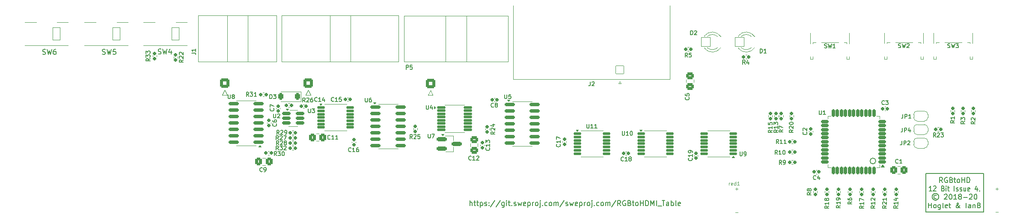
<source format=gbr>
%TF.GenerationSoftware,KiCad,Pcbnew,8.0.6*%
%TF.CreationDate,2024-10-21T11:50:30+02:00*%
%TF.ProjectId,rgb-to-hdmi,7267622d-746f-42d6-9864-6d692e6b6963,rev?*%
%TF.SameCoordinates,Original*%
%TF.FileFunction,Legend,Top*%
%TF.FilePolarity,Positive*%
%FSLAX46Y46*%
G04 Gerber Fmt 4.6, Leading zero omitted, Abs format (unit mm)*
G04 Created by KiCad (PCBNEW 8.0.6) date 2024-10-21 11:50:30*
%MOMM*%
%LPD*%
G01*
G04 APERTURE LIST*
G04 Aperture macros list*
%AMRoundRect*
0 Rectangle with rounded corners*
0 $1 Rounding radius*
0 $2 $3 $4 $5 $6 $7 $8 $9 X,Y pos of 4 corners*
0 Add a 4 corners polygon primitive as box body*
4,1,4,$2,$3,$4,$5,$6,$7,$8,$9,$2,$3,0*
0 Add four circle primitives for the rounded corners*
1,1,$1+$1,$2,$3*
1,1,$1+$1,$4,$5*
1,1,$1+$1,$6,$7*
1,1,$1+$1,$8,$9*
0 Add four rect primitives between the rounded corners*
20,1,$1+$1,$2,$3,$4,$5,0*
20,1,$1+$1,$4,$5,$6,$7,0*
20,1,$1+$1,$6,$7,$8,$9,0*
20,1,$1+$1,$8,$9,$2,$3,0*%
%AMFreePoly0*
4,1,35,0.535355,0.785355,0.550000,0.750000,0.550000,-0.750000,0.535355,-0.785355,0.500000,-0.800000,0.000000,-0.800000,-0.012286,-0.794911,-0.071157,-0.794911,-0.085244,-0.792886,-0.221795,-0.752791,-0.234740,-0.746879,-0.354462,-0.669938,-0.365217,-0.660618,-0.458414,-0.553063,-0.466109,-0.541091,-0.525228,-0.411637,-0.529237,-0.397982,-0.549491,-0.257116,-0.550000,-0.250000,-0.550000,0.250000,
-0.549491,0.257116,-0.529237,0.397982,-0.525228,0.411637,-0.466109,0.541091,-0.458414,0.553063,-0.365217,0.660618,-0.354462,0.669938,-0.234740,0.746879,-0.221795,0.752791,-0.085244,0.792886,-0.071157,0.794911,-0.012286,0.794911,0.000000,0.800000,0.500000,0.800000,0.535355,0.785355,0.535355,0.785355,$1*%
%AMFreePoly1*
4,1,35,0.012286,0.794911,0.071157,0.794911,0.085244,0.792886,0.221795,0.752791,0.234740,0.746879,0.354462,0.669938,0.365217,0.660618,0.458414,0.553063,0.466109,0.541091,0.525228,0.411637,0.529237,0.397982,0.549491,0.257116,0.550000,0.250000,0.550000,-0.250000,0.549491,-0.257116,0.529237,-0.397982,0.525228,-0.411637,0.466109,-0.541091,0.458414,-0.553063,0.365217,-0.660618,
0.354462,-0.669938,0.234740,-0.746879,0.221795,-0.752791,0.085244,-0.792886,0.071157,-0.794911,0.012286,-0.794911,0.000000,-0.800000,-0.500000,-0.800000,-0.535355,-0.785355,-0.550000,-0.750000,-0.550000,0.750000,-0.535355,0.785355,-0.500000,0.800000,0.000000,0.800000,0.012286,0.794911,0.012286,0.794911,$1*%
G04 Aperture macros list end*
%ADD10C,0.150000*%
%ADD11C,0.110000*%
%ADD12C,0.120000*%
%ADD13C,6.200000*%
%ADD14FreePoly0,0.000000*%
%ADD15FreePoly1,0.000000*%
%ADD16FreePoly0,180.000000*%
%ADD17FreePoly1,180.000000*%
%ADD18RoundRect,0.271277X-0.366223X-0.503723X0.366223X-0.503723X0.366223X0.503723X-0.366223X0.503723X0*%
%ADD19RoundRect,0.165000X0.195000X-0.165000X0.195000X0.165000X-0.195000X0.165000X-0.195000X-0.165000X0*%
%ADD20RoundRect,0.165000X-0.165000X-0.195000X0.165000X-0.195000X0.165000X0.195000X-0.165000X0.195000X0*%
%ADD21RoundRect,0.165000X0.165000X0.195000X-0.165000X0.195000X-0.165000X-0.195000X0.165000X-0.195000X0*%
%ADD22RoundRect,0.160000X0.210000X-0.160000X0.210000X0.160000X-0.210000X0.160000X-0.210000X-0.160000X0*%
%ADD23RoundRect,0.160000X-0.160000X-0.210000X0.160000X-0.210000X0.160000X0.210000X-0.160000X0.210000X0*%
%ADD24RoundRect,0.160000X0.160000X0.210000X-0.160000X0.210000X-0.160000X-0.210000X0.160000X-0.210000X0*%
%ADD25C,2.200000*%
%ADD26C,1.850000*%
%ADD27RoundRect,0.162500X0.625000X0.162500X-0.625000X0.162500X-0.625000X-0.162500X0.625000X-0.162500X0*%
%ADD28RoundRect,0.162500X0.162500X0.625000X-0.162500X0.625000X-0.162500X-0.625000X0.162500X-0.625000X0*%
%ADD29RoundRect,0.264706X0.635294X-0.635294X0.635294X0.635294X-0.635294X0.635294X-0.635294X-0.635294X0*%
%ADD30C,1.800000*%
%ADD31RoundRect,0.050000X-0.900000X-0.900000X0.900000X-0.900000X0.900000X0.900000X-0.900000X0.900000X0*%
%ADD32C,1.900000*%
%ADD33RoundRect,0.160000X-0.210000X0.160000X-0.210000X-0.160000X0.210000X-0.160000X0.210000X0.160000X0*%
%ADD34RoundRect,0.125000X0.662500X0.125000X-0.662500X0.125000X-0.662500X-0.125000X0.662500X-0.125000X0*%
%ADD35RoundRect,0.125000X-0.737500X-0.125000X0.737500X-0.125000X0.737500X0.125000X-0.737500X0.125000X0*%
%ADD36RoundRect,0.271277X0.503723X-0.366223X0.503723X0.366223X-0.503723X0.366223X-0.503723X-0.366223X0*%
%ADD37RoundRect,0.165000X-0.195000X0.165000X-0.195000X-0.165000X0.195000X-0.165000X0.195000X0.165000X0*%
%ADD38RoundRect,0.125000X-0.662500X-0.125000X0.662500X-0.125000X0.662500X0.125000X-0.662500X0.125000X0*%
%ADD39RoundRect,0.175000X-0.850000X-0.175000X0.850000X-0.175000X0.850000X0.175000X-0.850000X0.175000X0*%
%ADD40RoundRect,0.225000X-0.775000X-0.225000X0.775000X-0.225000X0.775000X0.225000X-0.775000X0.225000X0*%
%ADD41RoundRect,0.250000X0.250000X0.400000X-0.250000X0.400000X-0.250000X-0.400000X0.250000X-0.400000X0*%
%ADD42O,2.300000X3.600000*%
%ADD43RoundRect,0.050000X0.750000X1.250000X-0.750000X1.250000X-0.750000X-1.250000X0.750000X-1.250000X0*%
%ADD44O,1.600000X2.600000*%
%ADD45RoundRect,0.271277X0.366223X0.503723X-0.366223X0.503723X-0.366223X-0.503723X0.366223X-0.503723X0*%
%ADD46RoundRect,0.175000X0.850000X0.175000X-0.850000X0.175000X-0.850000X-0.175000X0.850000X-0.175000X0*%
%ADD47RoundRect,0.187500X-0.642500X-0.187500X0.642500X-0.187500X0.642500X0.187500X-0.642500X0.187500X0*%
%ADD48RoundRect,0.271277X-0.503723X0.366223X-0.503723X-0.366223X0.503723X-0.366223X0.503723X0.366223X0*%
%ADD49C,4.100000*%
%ADD50RoundRect,0.050000X0.800000X0.800000X-0.800000X0.800000X-0.800000X-0.800000X0.800000X-0.800000X0*%
%ADD51C,1.700000*%
%ADD52O,1.800000X1.800000*%
G04 APERTURE END LIST*
D10*
X76887779Y-64941819D02*
X76887779Y-63941819D01*
X77316350Y-64941819D02*
X77316350Y-64418009D01*
X77316350Y-64418009D02*
X77268731Y-64322771D01*
X77268731Y-64322771D02*
X77173493Y-64275152D01*
X77173493Y-64275152D02*
X77030636Y-64275152D01*
X77030636Y-64275152D02*
X76935398Y-64322771D01*
X76935398Y-64322771D02*
X76887779Y-64370390D01*
X77649684Y-64275152D02*
X78030636Y-64275152D01*
X77792541Y-63941819D02*
X77792541Y-64798961D01*
X77792541Y-64798961D02*
X77840160Y-64894200D01*
X77840160Y-64894200D02*
X77935398Y-64941819D01*
X77935398Y-64941819D02*
X78030636Y-64941819D01*
X78221113Y-64275152D02*
X78602065Y-64275152D01*
X78363970Y-63941819D02*
X78363970Y-64798961D01*
X78363970Y-64798961D02*
X78411589Y-64894200D01*
X78411589Y-64894200D02*
X78506827Y-64941819D01*
X78506827Y-64941819D02*
X78602065Y-64941819D01*
X78935399Y-64275152D02*
X78935399Y-65275152D01*
X78935399Y-64322771D02*
X79030637Y-64275152D01*
X79030637Y-64275152D02*
X79221113Y-64275152D01*
X79221113Y-64275152D02*
X79316351Y-64322771D01*
X79316351Y-64322771D02*
X79363970Y-64370390D01*
X79363970Y-64370390D02*
X79411589Y-64465628D01*
X79411589Y-64465628D02*
X79411589Y-64751342D01*
X79411589Y-64751342D02*
X79363970Y-64846580D01*
X79363970Y-64846580D02*
X79316351Y-64894200D01*
X79316351Y-64894200D02*
X79221113Y-64941819D01*
X79221113Y-64941819D02*
X79030637Y-64941819D01*
X79030637Y-64941819D02*
X78935399Y-64894200D01*
X79792542Y-64894200D02*
X79887780Y-64941819D01*
X79887780Y-64941819D02*
X80078256Y-64941819D01*
X80078256Y-64941819D02*
X80173494Y-64894200D01*
X80173494Y-64894200D02*
X80221113Y-64798961D01*
X80221113Y-64798961D02*
X80221113Y-64751342D01*
X80221113Y-64751342D02*
X80173494Y-64656104D01*
X80173494Y-64656104D02*
X80078256Y-64608485D01*
X80078256Y-64608485D02*
X79935399Y-64608485D01*
X79935399Y-64608485D02*
X79840161Y-64560866D01*
X79840161Y-64560866D02*
X79792542Y-64465628D01*
X79792542Y-64465628D02*
X79792542Y-64418009D01*
X79792542Y-64418009D02*
X79840161Y-64322771D01*
X79840161Y-64322771D02*
X79935399Y-64275152D01*
X79935399Y-64275152D02*
X80078256Y-64275152D01*
X80078256Y-64275152D02*
X80173494Y-64322771D01*
X80649685Y-64846580D02*
X80697304Y-64894200D01*
X80697304Y-64894200D02*
X80649685Y-64941819D01*
X80649685Y-64941819D02*
X80602066Y-64894200D01*
X80602066Y-64894200D02*
X80649685Y-64846580D01*
X80649685Y-64846580D02*
X80649685Y-64941819D01*
X80649685Y-64322771D02*
X80697304Y-64370390D01*
X80697304Y-64370390D02*
X80649685Y-64418009D01*
X80649685Y-64418009D02*
X80602066Y-64370390D01*
X80602066Y-64370390D02*
X80649685Y-64322771D01*
X80649685Y-64322771D02*
X80649685Y-64418009D01*
X81840160Y-63894200D02*
X80983018Y-65179914D01*
X82887779Y-63894200D02*
X82030637Y-65179914D01*
X83649684Y-64275152D02*
X83649684Y-65084676D01*
X83649684Y-65084676D02*
X83602065Y-65179914D01*
X83602065Y-65179914D02*
X83554446Y-65227533D01*
X83554446Y-65227533D02*
X83459208Y-65275152D01*
X83459208Y-65275152D02*
X83316351Y-65275152D01*
X83316351Y-65275152D02*
X83221113Y-65227533D01*
X83649684Y-64894200D02*
X83554446Y-64941819D01*
X83554446Y-64941819D02*
X83363970Y-64941819D01*
X83363970Y-64941819D02*
X83268732Y-64894200D01*
X83268732Y-64894200D02*
X83221113Y-64846580D01*
X83221113Y-64846580D02*
X83173494Y-64751342D01*
X83173494Y-64751342D02*
X83173494Y-64465628D01*
X83173494Y-64465628D02*
X83221113Y-64370390D01*
X83221113Y-64370390D02*
X83268732Y-64322771D01*
X83268732Y-64322771D02*
X83363970Y-64275152D01*
X83363970Y-64275152D02*
X83554446Y-64275152D01*
X83554446Y-64275152D02*
X83649684Y-64322771D01*
X84125875Y-64941819D02*
X84125875Y-64275152D01*
X84125875Y-63941819D02*
X84078256Y-63989438D01*
X84078256Y-63989438D02*
X84125875Y-64037057D01*
X84125875Y-64037057D02*
X84173494Y-63989438D01*
X84173494Y-63989438D02*
X84125875Y-63941819D01*
X84125875Y-63941819D02*
X84125875Y-64037057D01*
X84459208Y-64275152D02*
X84840160Y-64275152D01*
X84602065Y-63941819D02*
X84602065Y-64798961D01*
X84602065Y-64798961D02*
X84649684Y-64894200D01*
X84649684Y-64894200D02*
X84744922Y-64941819D01*
X84744922Y-64941819D02*
X84840160Y-64941819D01*
X85173494Y-64846580D02*
X85221113Y-64894200D01*
X85221113Y-64894200D02*
X85173494Y-64941819D01*
X85173494Y-64941819D02*
X85125875Y-64894200D01*
X85125875Y-64894200D02*
X85173494Y-64846580D01*
X85173494Y-64846580D02*
X85173494Y-64941819D01*
X85602065Y-64894200D02*
X85697303Y-64941819D01*
X85697303Y-64941819D02*
X85887779Y-64941819D01*
X85887779Y-64941819D02*
X85983017Y-64894200D01*
X85983017Y-64894200D02*
X86030636Y-64798961D01*
X86030636Y-64798961D02*
X86030636Y-64751342D01*
X86030636Y-64751342D02*
X85983017Y-64656104D01*
X85983017Y-64656104D02*
X85887779Y-64608485D01*
X85887779Y-64608485D02*
X85744922Y-64608485D01*
X85744922Y-64608485D02*
X85649684Y-64560866D01*
X85649684Y-64560866D02*
X85602065Y-64465628D01*
X85602065Y-64465628D02*
X85602065Y-64418009D01*
X85602065Y-64418009D02*
X85649684Y-64322771D01*
X85649684Y-64322771D02*
X85744922Y-64275152D01*
X85744922Y-64275152D02*
X85887779Y-64275152D01*
X85887779Y-64275152D02*
X85983017Y-64322771D01*
X86363970Y-64275152D02*
X86554446Y-64941819D01*
X86554446Y-64941819D02*
X86744922Y-64465628D01*
X86744922Y-64465628D02*
X86935398Y-64941819D01*
X86935398Y-64941819D02*
X87125874Y-64275152D01*
X87887779Y-64894200D02*
X87792541Y-64941819D01*
X87792541Y-64941819D02*
X87602065Y-64941819D01*
X87602065Y-64941819D02*
X87506827Y-64894200D01*
X87506827Y-64894200D02*
X87459208Y-64798961D01*
X87459208Y-64798961D02*
X87459208Y-64418009D01*
X87459208Y-64418009D02*
X87506827Y-64322771D01*
X87506827Y-64322771D02*
X87602065Y-64275152D01*
X87602065Y-64275152D02*
X87792541Y-64275152D01*
X87792541Y-64275152D02*
X87887779Y-64322771D01*
X87887779Y-64322771D02*
X87935398Y-64418009D01*
X87935398Y-64418009D02*
X87935398Y-64513247D01*
X87935398Y-64513247D02*
X87459208Y-64608485D01*
X88363970Y-64275152D02*
X88363970Y-65275152D01*
X88363970Y-64322771D02*
X88459208Y-64275152D01*
X88459208Y-64275152D02*
X88649684Y-64275152D01*
X88649684Y-64275152D02*
X88744922Y-64322771D01*
X88744922Y-64322771D02*
X88792541Y-64370390D01*
X88792541Y-64370390D02*
X88840160Y-64465628D01*
X88840160Y-64465628D02*
X88840160Y-64751342D01*
X88840160Y-64751342D02*
X88792541Y-64846580D01*
X88792541Y-64846580D02*
X88744922Y-64894200D01*
X88744922Y-64894200D02*
X88649684Y-64941819D01*
X88649684Y-64941819D02*
X88459208Y-64941819D01*
X88459208Y-64941819D02*
X88363970Y-64894200D01*
X89268732Y-64941819D02*
X89268732Y-64275152D01*
X89268732Y-64465628D02*
X89316351Y-64370390D01*
X89316351Y-64370390D02*
X89363970Y-64322771D01*
X89363970Y-64322771D02*
X89459208Y-64275152D01*
X89459208Y-64275152D02*
X89554446Y-64275152D01*
X90030637Y-64941819D02*
X89935399Y-64894200D01*
X89935399Y-64894200D02*
X89887780Y-64846580D01*
X89887780Y-64846580D02*
X89840161Y-64751342D01*
X89840161Y-64751342D02*
X89840161Y-64465628D01*
X89840161Y-64465628D02*
X89887780Y-64370390D01*
X89887780Y-64370390D02*
X89935399Y-64322771D01*
X89935399Y-64322771D02*
X90030637Y-64275152D01*
X90030637Y-64275152D02*
X90173494Y-64275152D01*
X90173494Y-64275152D02*
X90268732Y-64322771D01*
X90268732Y-64322771D02*
X90316351Y-64370390D01*
X90316351Y-64370390D02*
X90363970Y-64465628D01*
X90363970Y-64465628D02*
X90363970Y-64751342D01*
X90363970Y-64751342D02*
X90316351Y-64846580D01*
X90316351Y-64846580D02*
X90268732Y-64894200D01*
X90268732Y-64894200D02*
X90173494Y-64941819D01*
X90173494Y-64941819D02*
X90030637Y-64941819D01*
X90792542Y-64275152D02*
X90792542Y-65132295D01*
X90792542Y-65132295D02*
X90744923Y-65227533D01*
X90744923Y-65227533D02*
X90649685Y-65275152D01*
X90649685Y-65275152D02*
X90602066Y-65275152D01*
X90792542Y-63941819D02*
X90744923Y-63989438D01*
X90744923Y-63989438D02*
X90792542Y-64037057D01*
X90792542Y-64037057D02*
X90840161Y-63989438D01*
X90840161Y-63989438D02*
X90792542Y-63941819D01*
X90792542Y-63941819D02*
X90792542Y-64037057D01*
X91268732Y-64846580D02*
X91316351Y-64894200D01*
X91316351Y-64894200D02*
X91268732Y-64941819D01*
X91268732Y-64941819D02*
X91221113Y-64894200D01*
X91221113Y-64894200D02*
X91268732Y-64846580D01*
X91268732Y-64846580D02*
X91268732Y-64941819D01*
X92173493Y-64894200D02*
X92078255Y-64941819D01*
X92078255Y-64941819D02*
X91887779Y-64941819D01*
X91887779Y-64941819D02*
X91792541Y-64894200D01*
X91792541Y-64894200D02*
X91744922Y-64846580D01*
X91744922Y-64846580D02*
X91697303Y-64751342D01*
X91697303Y-64751342D02*
X91697303Y-64465628D01*
X91697303Y-64465628D02*
X91744922Y-64370390D01*
X91744922Y-64370390D02*
X91792541Y-64322771D01*
X91792541Y-64322771D02*
X91887779Y-64275152D01*
X91887779Y-64275152D02*
X92078255Y-64275152D01*
X92078255Y-64275152D02*
X92173493Y-64322771D01*
X92744922Y-64941819D02*
X92649684Y-64894200D01*
X92649684Y-64894200D02*
X92602065Y-64846580D01*
X92602065Y-64846580D02*
X92554446Y-64751342D01*
X92554446Y-64751342D02*
X92554446Y-64465628D01*
X92554446Y-64465628D02*
X92602065Y-64370390D01*
X92602065Y-64370390D02*
X92649684Y-64322771D01*
X92649684Y-64322771D02*
X92744922Y-64275152D01*
X92744922Y-64275152D02*
X92887779Y-64275152D01*
X92887779Y-64275152D02*
X92983017Y-64322771D01*
X92983017Y-64322771D02*
X93030636Y-64370390D01*
X93030636Y-64370390D02*
X93078255Y-64465628D01*
X93078255Y-64465628D02*
X93078255Y-64751342D01*
X93078255Y-64751342D02*
X93030636Y-64846580D01*
X93030636Y-64846580D02*
X92983017Y-64894200D01*
X92983017Y-64894200D02*
X92887779Y-64941819D01*
X92887779Y-64941819D02*
X92744922Y-64941819D01*
X93506827Y-64941819D02*
X93506827Y-64275152D01*
X93506827Y-64370390D02*
X93554446Y-64322771D01*
X93554446Y-64322771D02*
X93649684Y-64275152D01*
X93649684Y-64275152D02*
X93792541Y-64275152D01*
X93792541Y-64275152D02*
X93887779Y-64322771D01*
X93887779Y-64322771D02*
X93935398Y-64418009D01*
X93935398Y-64418009D02*
X93935398Y-64941819D01*
X93935398Y-64418009D02*
X93983017Y-64322771D01*
X93983017Y-64322771D02*
X94078255Y-64275152D01*
X94078255Y-64275152D02*
X94221112Y-64275152D01*
X94221112Y-64275152D02*
X94316351Y-64322771D01*
X94316351Y-64322771D02*
X94363970Y-64418009D01*
X94363970Y-64418009D02*
X94363970Y-64941819D01*
X95554445Y-63894200D02*
X94697303Y-65179914D01*
X95840160Y-64894200D02*
X95935398Y-64941819D01*
X95935398Y-64941819D02*
X96125874Y-64941819D01*
X96125874Y-64941819D02*
X96221112Y-64894200D01*
X96221112Y-64894200D02*
X96268731Y-64798961D01*
X96268731Y-64798961D02*
X96268731Y-64751342D01*
X96268731Y-64751342D02*
X96221112Y-64656104D01*
X96221112Y-64656104D02*
X96125874Y-64608485D01*
X96125874Y-64608485D02*
X95983017Y-64608485D01*
X95983017Y-64608485D02*
X95887779Y-64560866D01*
X95887779Y-64560866D02*
X95840160Y-64465628D01*
X95840160Y-64465628D02*
X95840160Y-64418009D01*
X95840160Y-64418009D02*
X95887779Y-64322771D01*
X95887779Y-64322771D02*
X95983017Y-64275152D01*
X95983017Y-64275152D02*
X96125874Y-64275152D01*
X96125874Y-64275152D02*
X96221112Y-64322771D01*
X96602065Y-64275152D02*
X96792541Y-64941819D01*
X96792541Y-64941819D02*
X96983017Y-64465628D01*
X96983017Y-64465628D02*
X97173493Y-64941819D01*
X97173493Y-64941819D02*
X97363969Y-64275152D01*
X98125874Y-64894200D02*
X98030636Y-64941819D01*
X98030636Y-64941819D02*
X97840160Y-64941819D01*
X97840160Y-64941819D02*
X97744922Y-64894200D01*
X97744922Y-64894200D02*
X97697303Y-64798961D01*
X97697303Y-64798961D02*
X97697303Y-64418009D01*
X97697303Y-64418009D02*
X97744922Y-64322771D01*
X97744922Y-64322771D02*
X97840160Y-64275152D01*
X97840160Y-64275152D02*
X98030636Y-64275152D01*
X98030636Y-64275152D02*
X98125874Y-64322771D01*
X98125874Y-64322771D02*
X98173493Y-64418009D01*
X98173493Y-64418009D02*
X98173493Y-64513247D01*
X98173493Y-64513247D02*
X97697303Y-64608485D01*
X98602065Y-64275152D02*
X98602065Y-65275152D01*
X98602065Y-64322771D02*
X98697303Y-64275152D01*
X98697303Y-64275152D02*
X98887779Y-64275152D01*
X98887779Y-64275152D02*
X98983017Y-64322771D01*
X98983017Y-64322771D02*
X99030636Y-64370390D01*
X99030636Y-64370390D02*
X99078255Y-64465628D01*
X99078255Y-64465628D02*
X99078255Y-64751342D01*
X99078255Y-64751342D02*
X99030636Y-64846580D01*
X99030636Y-64846580D02*
X98983017Y-64894200D01*
X98983017Y-64894200D02*
X98887779Y-64941819D01*
X98887779Y-64941819D02*
X98697303Y-64941819D01*
X98697303Y-64941819D02*
X98602065Y-64894200D01*
X99506827Y-64941819D02*
X99506827Y-64275152D01*
X99506827Y-64465628D02*
X99554446Y-64370390D01*
X99554446Y-64370390D02*
X99602065Y-64322771D01*
X99602065Y-64322771D02*
X99697303Y-64275152D01*
X99697303Y-64275152D02*
X99792541Y-64275152D01*
X100268732Y-64941819D02*
X100173494Y-64894200D01*
X100173494Y-64894200D02*
X100125875Y-64846580D01*
X100125875Y-64846580D02*
X100078256Y-64751342D01*
X100078256Y-64751342D02*
X100078256Y-64465628D01*
X100078256Y-64465628D02*
X100125875Y-64370390D01*
X100125875Y-64370390D02*
X100173494Y-64322771D01*
X100173494Y-64322771D02*
X100268732Y-64275152D01*
X100268732Y-64275152D02*
X100411589Y-64275152D01*
X100411589Y-64275152D02*
X100506827Y-64322771D01*
X100506827Y-64322771D02*
X100554446Y-64370390D01*
X100554446Y-64370390D02*
X100602065Y-64465628D01*
X100602065Y-64465628D02*
X100602065Y-64751342D01*
X100602065Y-64751342D02*
X100554446Y-64846580D01*
X100554446Y-64846580D02*
X100506827Y-64894200D01*
X100506827Y-64894200D02*
X100411589Y-64941819D01*
X100411589Y-64941819D02*
X100268732Y-64941819D01*
X101030637Y-64275152D02*
X101030637Y-65132295D01*
X101030637Y-65132295D02*
X100983018Y-65227533D01*
X100983018Y-65227533D02*
X100887780Y-65275152D01*
X100887780Y-65275152D02*
X100840161Y-65275152D01*
X101030637Y-63941819D02*
X100983018Y-63989438D01*
X100983018Y-63989438D02*
X101030637Y-64037057D01*
X101030637Y-64037057D02*
X101078256Y-63989438D01*
X101078256Y-63989438D02*
X101030637Y-63941819D01*
X101030637Y-63941819D02*
X101030637Y-64037057D01*
X101506827Y-64846580D02*
X101554446Y-64894200D01*
X101554446Y-64894200D02*
X101506827Y-64941819D01*
X101506827Y-64941819D02*
X101459208Y-64894200D01*
X101459208Y-64894200D02*
X101506827Y-64846580D01*
X101506827Y-64846580D02*
X101506827Y-64941819D01*
X102411588Y-64894200D02*
X102316350Y-64941819D01*
X102316350Y-64941819D02*
X102125874Y-64941819D01*
X102125874Y-64941819D02*
X102030636Y-64894200D01*
X102030636Y-64894200D02*
X101983017Y-64846580D01*
X101983017Y-64846580D02*
X101935398Y-64751342D01*
X101935398Y-64751342D02*
X101935398Y-64465628D01*
X101935398Y-64465628D02*
X101983017Y-64370390D01*
X101983017Y-64370390D02*
X102030636Y-64322771D01*
X102030636Y-64322771D02*
X102125874Y-64275152D01*
X102125874Y-64275152D02*
X102316350Y-64275152D01*
X102316350Y-64275152D02*
X102411588Y-64322771D01*
X102983017Y-64941819D02*
X102887779Y-64894200D01*
X102887779Y-64894200D02*
X102840160Y-64846580D01*
X102840160Y-64846580D02*
X102792541Y-64751342D01*
X102792541Y-64751342D02*
X102792541Y-64465628D01*
X102792541Y-64465628D02*
X102840160Y-64370390D01*
X102840160Y-64370390D02*
X102887779Y-64322771D01*
X102887779Y-64322771D02*
X102983017Y-64275152D01*
X102983017Y-64275152D02*
X103125874Y-64275152D01*
X103125874Y-64275152D02*
X103221112Y-64322771D01*
X103221112Y-64322771D02*
X103268731Y-64370390D01*
X103268731Y-64370390D02*
X103316350Y-64465628D01*
X103316350Y-64465628D02*
X103316350Y-64751342D01*
X103316350Y-64751342D02*
X103268731Y-64846580D01*
X103268731Y-64846580D02*
X103221112Y-64894200D01*
X103221112Y-64894200D02*
X103125874Y-64941819D01*
X103125874Y-64941819D02*
X102983017Y-64941819D01*
X103744922Y-64941819D02*
X103744922Y-64275152D01*
X103744922Y-64370390D02*
X103792541Y-64322771D01*
X103792541Y-64322771D02*
X103887779Y-64275152D01*
X103887779Y-64275152D02*
X104030636Y-64275152D01*
X104030636Y-64275152D02*
X104125874Y-64322771D01*
X104125874Y-64322771D02*
X104173493Y-64418009D01*
X104173493Y-64418009D02*
X104173493Y-64941819D01*
X104173493Y-64418009D02*
X104221112Y-64322771D01*
X104221112Y-64322771D02*
X104316350Y-64275152D01*
X104316350Y-64275152D02*
X104459207Y-64275152D01*
X104459207Y-64275152D02*
X104554446Y-64322771D01*
X104554446Y-64322771D02*
X104602065Y-64418009D01*
X104602065Y-64418009D02*
X104602065Y-64941819D01*
X105792540Y-63894200D02*
X104935398Y-65179914D01*
X106697302Y-64941819D02*
X106363969Y-64465628D01*
X106125874Y-64941819D02*
X106125874Y-63941819D01*
X106125874Y-63941819D02*
X106506826Y-63941819D01*
X106506826Y-63941819D02*
X106602064Y-63989438D01*
X106602064Y-63989438D02*
X106649683Y-64037057D01*
X106649683Y-64037057D02*
X106697302Y-64132295D01*
X106697302Y-64132295D02*
X106697302Y-64275152D01*
X106697302Y-64275152D02*
X106649683Y-64370390D01*
X106649683Y-64370390D02*
X106602064Y-64418009D01*
X106602064Y-64418009D02*
X106506826Y-64465628D01*
X106506826Y-64465628D02*
X106125874Y-64465628D01*
X107649683Y-63989438D02*
X107554445Y-63941819D01*
X107554445Y-63941819D02*
X107411588Y-63941819D01*
X107411588Y-63941819D02*
X107268731Y-63989438D01*
X107268731Y-63989438D02*
X107173493Y-64084676D01*
X107173493Y-64084676D02*
X107125874Y-64179914D01*
X107125874Y-64179914D02*
X107078255Y-64370390D01*
X107078255Y-64370390D02*
X107078255Y-64513247D01*
X107078255Y-64513247D02*
X107125874Y-64703723D01*
X107125874Y-64703723D02*
X107173493Y-64798961D01*
X107173493Y-64798961D02*
X107268731Y-64894200D01*
X107268731Y-64894200D02*
X107411588Y-64941819D01*
X107411588Y-64941819D02*
X107506826Y-64941819D01*
X107506826Y-64941819D02*
X107649683Y-64894200D01*
X107649683Y-64894200D02*
X107697302Y-64846580D01*
X107697302Y-64846580D02*
X107697302Y-64513247D01*
X107697302Y-64513247D02*
X107506826Y-64513247D01*
X108459207Y-64418009D02*
X108602064Y-64465628D01*
X108602064Y-64465628D02*
X108649683Y-64513247D01*
X108649683Y-64513247D02*
X108697302Y-64608485D01*
X108697302Y-64608485D02*
X108697302Y-64751342D01*
X108697302Y-64751342D02*
X108649683Y-64846580D01*
X108649683Y-64846580D02*
X108602064Y-64894200D01*
X108602064Y-64894200D02*
X108506826Y-64941819D01*
X108506826Y-64941819D02*
X108125874Y-64941819D01*
X108125874Y-64941819D02*
X108125874Y-63941819D01*
X108125874Y-63941819D02*
X108459207Y-63941819D01*
X108459207Y-63941819D02*
X108554445Y-63989438D01*
X108554445Y-63989438D02*
X108602064Y-64037057D01*
X108602064Y-64037057D02*
X108649683Y-64132295D01*
X108649683Y-64132295D02*
X108649683Y-64227533D01*
X108649683Y-64227533D02*
X108602064Y-64322771D01*
X108602064Y-64322771D02*
X108554445Y-64370390D01*
X108554445Y-64370390D02*
X108459207Y-64418009D01*
X108459207Y-64418009D02*
X108125874Y-64418009D01*
X108983017Y-64275152D02*
X109363969Y-64275152D01*
X109125874Y-63941819D02*
X109125874Y-64798961D01*
X109125874Y-64798961D02*
X109173493Y-64894200D01*
X109173493Y-64894200D02*
X109268731Y-64941819D01*
X109268731Y-64941819D02*
X109363969Y-64941819D01*
X109840160Y-64941819D02*
X109744922Y-64894200D01*
X109744922Y-64894200D02*
X109697303Y-64846580D01*
X109697303Y-64846580D02*
X109649684Y-64751342D01*
X109649684Y-64751342D02*
X109649684Y-64465628D01*
X109649684Y-64465628D02*
X109697303Y-64370390D01*
X109697303Y-64370390D02*
X109744922Y-64322771D01*
X109744922Y-64322771D02*
X109840160Y-64275152D01*
X109840160Y-64275152D02*
X109983017Y-64275152D01*
X109983017Y-64275152D02*
X110078255Y-64322771D01*
X110078255Y-64322771D02*
X110125874Y-64370390D01*
X110125874Y-64370390D02*
X110173493Y-64465628D01*
X110173493Y-64465628D02*
X110173493Y-64751342D01*
X110173493Y-64751342D02*
X110125874Y-64846580D01*
X110125874Y-64846580D02*
X110078255Y-64894200D01*
X110078255Y-64894200D02*
X109983017Y-64941819D01*
X109983017Y-64941819D02*
X109840160Y-64941819D01*
X110602065Y-64941819D02*
X110602065Y-63941819D01*
X110602065Y-64418009D02*
X111173493Y-64418009D01*
X111173493Y-64941819D02*
X111173493Y-63941819D01*
X111649684Y-64941819D02*
X111649684Y-63941819D01*
X111649684Y-63941819D02*
X111887779Y-63941819D01*
X111887779Y-63941819D02*
X112030636Y-63989438D01*
X112030636Y-63989438D02*
X112125874Y-64084676D01*
X112125874Y-64084676D02*
X112173493Y-64179914D01*
X112173493Y-64179914D02*
X112221112Y-64370390D01*
X112221112Y-64370390D02*
X112221112Y-64513247D01*
X112221112Y-64513247D02*
X112173493Y-64703723D01*
X112173493Y-64703723D02*
X112125874Y-64798961D01*
X112125874Y-64798961D02*
X112030636Y-64894200D01*
X112030636Y-64894200D02*
X111887779Y-64941819D01*
X111887779Y-64941819D02*
X111649684Y-64941819D01*
X112649684Y-64941819D02*
X112649684Y-63941819D01*
X112649684Y-63941819D02*
X112983017Y-64656104D01*
X112983017Y-64656104D02*
X113316350Y-63941819D01*
X113316350Y-63941819D02*
X113316350Y-64941819D01*
X113792541Y-64941819D02*
X113792541Y-63941819D01*
X114030636Y-65037057D02*
X114792540Y-65037057D01*
X114887779Y-63941819D02*
X115459207Y-63941819D01*
X115173493Y-64941819D02*
X115173493Y-63941819D01*
X116221112Y-64941819D02*
X116221112Y-64418009D01*
X116221112Y-64418009D02*
X116173493Y-64322771D01*
X116173493Y-64322771D02*
X116078255Y-64275152D01*
X116078255Y-64275152D02*
X115887779Y-64275152D01*
X115887779Y-64275152D02*
X115792541Y-64322771D01*
X116221112Y-64894200D02*
X116125874Y-64941819D01*
X116125874Y-64941819D02*
X115887779Y-64941819D01*
X115887779Y-64941819D02*
X115792541Y-64894200D01*
X115792541Y-64894200D02*
X115744922Y-64798961D01*
X115744922Y-64798961D02*
X115744922Y-64703723D01*
X115744922Y-64703723D02*
X115792541Y-64608485D01*
X115792541Y-64608485D02*
X115887779Y-64560866D01*
X115887779Y-64560866D02*
X116125874Y-64560866D01*
X116125874Y-64560866D02*
X116221112Y-64513247D01*
X116697303Y-64941819D02*
X116697303Y-63941819D01*
X116697303Y-64322771D02*
X116792541Y-64275152D01*
X116792541Y-64275152D02*
X116983017Y-64275152D01*
X116983017Y-64275152D02*
X117078255Y-64322771D01*
X117078255Y-64322771D02*
X117125874Y-64370390D01*
X117125874Y-64370390D02*
X117173493Y-64465628D01*
X117173493Y-64465628D02*
X117173493Y-64751342D01*
X117173493Y-64751342D02*
X117125874Y-64846580D01*
X117125874Y-64846580D02*
X117078255Y-64894200D01*
X117078255Y-64894200D02*
X116983017Y-64941819D01*
X116983017Y-64941819D02*
X116792541Y-64941819D01*
X116792541Y-64941819D02*
X116697303Y-64894200D01*
X117744922Y-64941819D02*
X117649684Y-64894200D01*
X117649684Y-64894200D02*
X117602065Y-64798961D01*
X117602065Y-64798961D02*
X117602065Y-63941819D01*
X118506827Y-64894200D02*
X118411589Y-64941819D01*
X118411589Y-64941819D02*
X118221113Y-64941819D01*
X118221113Y-64941819D02*
X118125875Y-64894200D01*
X118125875Y-64894200D02*
X118078256Y-64798961D01*
X118078256Y-64798961D02*
X118078256Y-64418009D01*
X118078256Y-64418009D02*
X118125875Y-64322771D01*
X118125875Y-64322771D02*
X118221113Y-64275152D01*
X118221113Y-64275152D02*
X118411589Y-64275152D01*
X118411589Y-64275152D02*
X118506827Y-64322771D01*
X118506827Y-64322771D02*
X118554446Y-64418009D01*
X118554446Y-64418009D02*
X118554446Y-64513247D01*
X118554446Y-64513247D02*
X118078256Y-64608485D01*
X167035600Y-66219200D02*
X167035600Y-58599200D01*
X157158961Y-56110000D02*
G75*
G02*
X156023039Y-56110000I-567961J0D01*
G01*
X156023039Y-56110000D02*
G75*
G02*
X157158961Y-56110000I567961J0D01*
G01*
X178465600Y-66219200D02*
X167035600Y-66219200D01*
X178465600Y-58599200D02*
X178465600Y-66219200D01*
X167035600Y-58599200D02*
X178465600Y-58599200D01*
D11*
X180840533Y-61647846D02*
X181373867Y-61647846D01*
X181107200Y-61914513D02*
X181107200Y-61381180D01*
X129380133Y-66296046D02*
X129913467Y-66296046D01*
D10*
X168238021Y-62048679D02*
X167723735Y-62048679D01*
X167980878Y-62048679D02*
X167980878Y-61048679D01*
X167980878Y-61048679D02*
X167895164Y-61191536D01*
X167895164Y-61191536D02*
X167809449Y-61286774D01*
X167809449Y-61286774D02*
X167723735Y-61334393D01*
X168580878Y-61143917D02*
X168623735Y-61096298D01*
X168623735Y-61096298D02*
X168709450Y-61048679D01*
X168709450Y-61048679D02*
X168923735Y-61048679D01*
X168923735Y-61048679D02*
X169009450Y-61096298D01*
X169009450Y-61096298D02*
X169052307Y-61143917D01*
X169052307Y-61143917D02*
X169095164Y-61239155D01*
X169095164Y-61239155D02*
X169095164Y-61334393D01*
X169095164Y-61334393D02*
X169052307Y-61477250D01*
X169052307Y-61477250D02*
X168538021Y-62048679D01*
X168538021Y-62048679D02*
X169095164Y-62048679D01*
X170466592Y-61524869D02*
X170595164Y-61572488D01*
X170595164Y-61572488D02*
X170638021Y-61620107D01*
X170638021Y-61620107D02*
X170680878Y-61715345D01*
X170680878Y-61715345D02*
X170680878Y-61858202D01*
X170680878Y-61858202D02*
X170638021Y-61953440D01*
X170638021Y-61953440D02*
X170595164Y-62001060D01*
X170595164Y-62001060D02*
X170509449Y-62048679D01*
X170509449Y-62048679D02*
X170166592Y-62048679D01*
X170166592Y-62048679D02*
X170166592Y-61048679D01*
X170166592Y-61048679D02*
X170466592Y-61048679D01*
X170466592Y-61048679D02*
X170552307Y-61096298D01*
X170552307Y-61096298D02*
X170595164Y-61143917D01*
X170595164Y-61143917D02*
X170638021Y-61239155D01*
X170638021Y-61239155D02*
X170638021Y-61334393D01*
X170638021Y-61334393D02*
X170595164Y-61429631D01*
X170595164Y-61429631D02*
X170552307Y-61477250D01*
X170552307Y-61477250D02*
X170466592Y-61524869D01*
X170466592Y-61524869D02*
X170166592Y-61524869D01*
X171066592Y-62048679D02*
X171066592Y-61382012D01*
X171066592Y-61048679D02*
X171023735Y-61096298D01*
X171023735Y-61096298D02*
X171066592Y-61143917D01*
X171066592Y-61143917D02*
X171109449Y-61096298D01*
X171109449Y-61096298D02*
X171066592Y-61048679D01*
X171066592Y-61048679D02*
X171066592Y-61143917D01*
X171366592Y-61382012D02*
X171709449Y-61382012D01*
X171495163Y-61048679D02*
X171495163Y-61905821D01*
X171495163Y-61905821D02*
X171538020Y-62001060D01*
X171538020Y-62001060D02*
X171623735Y-62048679D01*
X171623735Y-62048679D02*
X171709449Y-62048679D01*
X172695163Y-62048679D02*
X172695163Y-61048679D01*
X173080877Y-62001060D02*
X173166591Y-62048679D01*
X173166591Y-62048679D02*
X173338020Y-62048679D01*
X173338020Y-62048679D02*
X173423734Y-62001060D01*
X173423734Y-62001060D02*
X173466591Y-61905821D01*
X173466591Y-61905821D02*
X173466591Y-61858202D01*
X173466591Y-61858202D02*
X173423734Y-61762964D01*
X173423734Y-61762964D02*
X173338020Y-61715345D01*
X173338020Y-61715345D02*
X173209449Y-61715345D01*
X173209449Y-61715345D02*
X173123734Y-61667726D01*
X173123734Y-61667726D02*
X173080877Y-61572488D01*
X173080877Y-61572488D02*
X173080877Y-61524869D01*
X173080877Y-61524869D02*
X173123734Y-61429631D01*
X173123734Y-61429631D02*
X173209449Y-61382012D01*
X173209449Y-61382012D02*
X173338020Y-61382012D01*
X173338020Y-61382012D02*
X173423734Y-61429631D01*
X173809448Y-62001060D02*
X173895162Y-62048679D01*
X173895162Y-62048679D02*
X174066591Y-62048679D01*
X174066591Y-62048679D02*
X174152305Y-62001060D01*
X174152305Y-62001060D02*
X174195162Y-61905821D01*
X174195162Y-61905821D02*
X174195162Y-61858202D01*
X174195162Y-61858202D02*
X174152305Y-61762964D01*
X174152305Y-61762964D02*
X174066591Y-61715345D01*
X174066591Y-61715345D02*
X173938020Y-61715345D01*
X173938020Y-61715345D02*
X173852305Y-61667726D01*
X173852305Y-61667726D02*
X173809448Y-61572488D01*
X173809448Y-61572488D02*
X173809448Y-61524869D01*
X173809448Y-61524869D02*
X173852305Y-61429631D01*
X173852305Y-61429631D02*
X173938020Y-61382012D01*
X173938020Y-61382012D02*
X174066591Y-61382012D01*
X174066591Y-61382012D02*
X174152305Y-61429631D01*
X174966591Y-61382012D02*
X174966591Y-62048679D01*
X174580876Y-61382012D02*
X174580876Y-61905821D01*
X174580876Y-61905821D02*
X174623733Y-62001060D01*
X174623733Y-62001060D02*
X174709448Y-62048679D01*
X174709448Y-62048679D02*
X174838019Y-62048679D01*
X174838019Y-62048679D02*
X174923733Y-62001060D01*
X174923733Y-62001060D02*
X174966591Y-61953440D01*
X175738019Y-62001060D02*
X175652305Y-62048679D01*
X175652305Y-62048679D02*
X175480877Y-62048679D01*
X175480877Y-62048679D02*
X175395162Y-62001060D01*
X175395162Y-62001060D02*
X175352305Y-61905821D01*
X175352305Y-61905821D02*
X175352305Y-61524869D01*
X175352305Y-61524869D02*
X175395162Y-61429631D01*
X175395162Y-61429631D02*
X175480877Y-61382012D01*
X175480877Y-61382012D02*
X175652305Y-61382012D01*
X175652305Y-61382012D02*
X175738019Y-61429631D01*
X175738019Y-61429631D02*
X175780877Y-61524869D01*
X175780877Y-61524869D02*
X175780877Y-61620107D01*
X175780877Y-61620107D02*
X175352305Y-61715345D01*
X177238020Y-61382012D02*
X177238020Y-62048679D01*
X177023734Y-61001060D02*
X176809448Y-61715345D01*
X176809448Y-61715345D02*
X177366591Y-61715345D01*
X177709448Y-61953440D02*
X177752305Y-62001060D01*
X177752305Y-62001060D02*
X177709448Y-62048679D01*
X177709448Y-62048679D02*
X177666591Y-62001060D01*
X177666591Y-62001060D02*
X177709448Y-61953440D01*
X177709448Y-61953440D02*
X177709448Y-62048679D01*
X170372666Y-60374819D02*
X170045999Y-59898628D01*
X169812666Y-60374819D02*
X169812666Y-59374819D01*
X169812666Y-59374819D02*
X170185999Y-59374819D01*
X170185999Y-59374819D02*
X170279333Y-59422438D01*
X170279333Y-59422438D02*
X170325999Y-59470057D01*
X170325999Y-59470057D02*
X170372666Y-59565295D01*
X170372666Y-59565295D02*
X170372666Y-59708152D01*
X170372666Y-59708152D02*
X170325999Y-59803390D01*
X170325999Y-59803390D02*
X170279333Y-59851009D01*
X170279333Y-59851009D02*
X170185999Y-59898628D01*
X170185999Y-59898628D02*
X169812666Y-59898628D01*
X171305999Y-59422438D02*
X171212666Y-59374819D01*
X171212666Y-59374819D02*
X171072666Y-59374819D01*
X171072666Y-59374819D02*
X170932666Y-59422438D01*
X170932666Y-59422438D02*
X170839333Y-59517676D01*
X170839333Y-59517676D02*
X170792666Y-59612914D01*
X170792666Y-59612914D02*
X170745999Y-59803390D01*
X170745999Y-59803390D02*
X170745999Y-59946247D01*
X170745999Y-59946247D02*
X170792666Y-60136723D01*
X170792666Y-60136723D02*
X170839333Y-60231961D01*
X170839333Y-60231961D02*
X170932666Y-60327200D01*
X170932666Y-60327200D02*
X171072666Y-60374819D01*
X171072666Y-60374819D02*
X171165999Y-60374819D01*
X171165999Y-60374819D02*
X171305999Y-60327200D01*
X171305999Y-60327200D02*
X171352666Y-60279580D01*
X171352666Y-60279580D02*
X171352666Y-59946247D01*
X171352666Y-59946247D02*
X171165999Y-59946247D01*
X172099333Y-59851009D02*
X172239333Y-59898628D01*
X172239333Y-59898628D02*
X172285999Y-59946247D01*
X172285999Y-59946247D02*
X172332666Y-60041485D01*
X172332666Y-60041485D02*
X172332666Y-60184342D01*
X172332666Y-60184342D02*
X172285999Y-60279580D01*
X172285999Y-60279580D02*
X172239333Y-60327200D01*
X172239333Y-60327200D02*
X172145999Y-60374819D01*
X172145999Y-60374819D02*
X171772666Y-60374819D01*
X171772666Y-60374819D02*
X171772666Y-59374819D01*
X171772666Y-59374819D02*
X172099333Y-59374819D01*
X172099333Y-59374819D02*
X172192666Y-59422438D01*
X172192666Y-59422438D02*
X172239333Y-59470057D01*
X172239333Y-59470057D02*
X172285999Y-59565295D01*
X172285999Y-59565295D02*
X172285999Y-59660533D01*
X172285999Y-59660533D02*
X172239333Y-59755771D01*
X172239333Y-59755771D02*
X172192666Y-59803390D01*
X172192666Y-59803390D02*
X172099333Y-59851009D01*
X172099333Y-59851009D02*
X171772666Y-59851009D01*
X172612666Y-59708152D02*
X172985999Y-59708152D01*
X172752666Y-59374819D02*
X172752666Y-60231961D01*
X172752666Y-60231961D02*
X172799333Y-60327200D01*
X172799333Y-60327200D02*
X172892666Y-60374819D01*
X172892666Y-60374819D02*
X172985999Y-60374819D01*
X173452666Y-60374819D02*
X173359333Y-60327200D01*
X173359333Y-60327200D02*
X173312666Y-60279580D01*
X173312666Y-60279580D02*
X173265999Y-60184342D01*
X173265999Y-60184342D02*
X173265999Y-59898628D01*
X173265999Y-59898628D02*
X173312666Y-59803390D01*
X173312666Y-59803390D02*
X173359333Y-59755771D01*
X173359333Y-59755771D02*
X173452666Y-59708152D01*
X173452666Y-59708152D02*
X173592666Y-59708152D01*
X173592666Y-59708152D02*
X173685999Y-59755771D01*
X173685999Y-59755771D02*
X173732666Y-59803390D01*
X173732666Y-59803390D02*
X173779333Y-59898628D01*
X173779333Y-59898628D02*
X173779333Y-60184342D01*
X173779333Y-60184342D02*
X173732666Y-60279580D01*
X173732666Y-60279580D02*
X173685999Y-60327200D01*
X173685999Y-60327200D02*
X173592666Y-60374819D01*
X173592666Y-60374819D02*
X173452666Y-60374819D01*
X174199333Y-60374819D02*
X174199333Y-59374819D01*
X174199333Y-59851009D02*
X174759333Y-59851009D01*
X174759333Y-60374819D02*
X174759333Y-59374819D01*
X175226000Y-60374819D02*
X175226000Y-59374819D01*
X175226000Y-59374819D02*
X175459333Y-59374819D01*
X175459333Y-59374819D02*
X175599333Y-59422438D01*
X175599333Y-59422438D02*
X175692667Y-59517676D01*
X175692667Y-59517676D02*
X175739333Y-59612914D01*
X175739333Y-59612914D02*
X175786000Y-59803390D01*
X175786000Y-59803390D02*
X175786000Y-59946247D01*
X175786000Y-59946247D02*
X175739333Y-60136723D01*
X175739333Y-60136723D02*
X175692667Y-60231961D01*
X175692667Y-60231961D02*
X175599333Y-60327200D01*
X175599333Y-60327200D02*
X175459333Y-60374819D01*
X175459333Y-60374819D02*
X175226000Y-60374819D01*
D11*
X128113400Y-60898513D02*
X128113400Y-60431846D01*
X128113400Y-60565180D02*
X128146734Y-60498513D01*
X128146734Y-60498513D02*
X128180067Y-60465180D01*
X128180067Y-60465180D02*
X128246734Y-60431846D01*
X128246734Y-60431846D02*
X128313400Y-60431846D01*
X128813400Y-60865180D02*
X128746733Y-60898513D01*
X128746733Y-60898513D02*
X128613400Y-60898513D01*
X128613400Y-60898513D02*
X128546733Y-60865180D01*
X128546733Y-60865180D02*
X128513400Y-60798513D01*
X128513400Y-60798513D02*
X128513400Y-60531846D01*
X128513400Y-60531846D02*
X128546733Y-60465180D01*
X128546733Y-60465180D02*
X128613400Y-60431846D01*
X128613400Y-60431846D02*
X128746733Y-60431846D01*
X128746733Y-60431846D02*
X128813400Y-60465180D01*
X128813400Y-60465180D02*
X128846733Y-60531846D01*
X128846733Y-60531846D02*
X128846733Y-60598513D01*
X128846733Y-60598513D02*
X128513400Y-60665180D01*
X129446733Y-60898513D02*
X129446733Y-60198513D01*
X129446733Y-60865180D02*
X129380067Y-60898513D01*
X129380067Y-60898513D02*
X129246733Y-60898513D01*
X129246733Y-60898513D02*
X129180067Y-60865180D01*
X129180067Y-60865180D02*
X129146733Y-60831846D01*
X129146733Y-60831846D02*
X129113400Y-60765180D01*
X129113400Y-60765180D02*
X129113400Y-60565180D01*
X129113400Y-60565180D02*
X129146733Y-60498513D01*
X129146733Y-60498513D02*
X129180067Y-60465180D01*
X129180067Y-60465180D02*
X129246733Y-60431846D01*
X129246733Y-60431846D02*
X129380067Y-60431846D01*
X129380067Y-60431846D02*
X129446733Y-60465180D01*
X130146733Y-60898513D02*
X129746733Y-60898513D01*
X129946733Y-60898513D02*
X129946733Y-60198513D01*
X129946733Y-60198513D02*
X129880066Y-60298513D01*
X129880066Y-60298513D02*
X129813400Y-60365180D01*
X129813400Y-60365180D02*
X129746733Y-60398513D01*
X129354733Y-61647846D02*
X129888067Y-61647846D01*
X129621400Y-61914513D02*
X129621400Y-61381180D01*
D10*
X169157267Y-62914914D02*
X169063934Y-62867295D01*
X169063934Y-62867295D02*
X168877267Y-62867295D01*
X168877267Y-62867295D02*
X168783934Y-62914914D01*
X168783934Y-62914914D02*
X168690601Y-63010152D01*
X168690601Y-63010152D02*
X168643934Y-63105390D01*
X168643934Y-63105390D02*
X168643934Y-63295866D01*
X168643934Y-63295866D02*
X168690601Y-63391104D01*
X168690601Y-63391104D02*
X168783934Y-63486342D01*
X168783934Y-63486342D02*
X168877267Y-63533961D01*
X168877267Y-63533961D02*
X169063934Y-63533961D01*
X169063934Y-63533961D02*
X169157267Y-63486342D01*
X168970601Y-62533961D02*
X168737267Y-62581580D01*
X168737267Y-62581580D02*
X168503934Y-62724438D01*
X168503934Y-62724438D02*
X168363934Y-62962533D01*
X168363934Y-62962533D02*
X168317267Y-63200628D01*
X168317267Y-63200628D02*
X168363934Y-63438723D01*
X168363934Y-63438723D02*
X168503934Y-63676819D01*
X168503934Y-63676819D02*
X168737267Y-63819676D01*
X168737267Y-63819676D02*
X168970601Y-63867295D01*
X168970601Y-63867295D02*
X169203934Y-63819676D01*
X169203934Y-63819676D02*
X169437267Y-63676819D01*
X169437267Y-63676819D02*
X169577267Y-63438723D01*
X169577267Y-63438723D02*
X169623934Y-63200628D01*
X169623934Y-63200628D02*
X169577267Y-62962533D01*
X169577267Y-62962533D02*
X169437267Y-62724438D01*
X169437267Y-62724438D02*
X169203934Y-62581580D01*
X169203934Y-62581580D02*
X168970601Y-62533961D01*
X170743934Y-62772057D02*
X170790601Y-62724438D01*
X170790601Y-62724438D02*
X170883934Y-62676819D01*
X170883934Y-62676819D02*
X171117268Y-62676819D01*
X171117268Y-62676819D02*
X171210601Y-62724438D01*
X171210601Y-62724438D02*
X171257268Y-62772057D01*
X171257268Y-62772057D02*
X171303934Y-62867295D01*
X171303934Y-62867295D02*
X171303934Y-62962533D01*
X171303934Y-62962533D02*
X171257268Y-63105390D01*
X171257268Y-63105390D02*
X170697268Y-63676819D01*
X170697268Y-63676819D02*
X171303934Y-63676819D01*
X171910601Y-62676819D02*
X172003934Y-62676819D01*
X172003934Y-62676819D02*
X172097267Y-62724438D01*
X172097267Y-62724438D02*
X172143934Y-62772057D01*
X172143934Y-62772057D02*
X172190601Y-62867295D01*
X172190601Y-62867295D02*
X172237267Y-63057771D01*
X172237267Y-63057771D02*
X172237267Y-63295866D01*
X172237267Y-63295866D02*
X172190601Y-63486342D01*
X172190601Y-63486342D02*
X172143934Y-63581580D01*
X172143934Y-63581580D02*
X172097267Y-63629200D01*
X172097267Y-63629200D02*
X172003934Y-63676819D01*
X172003934Y-63676819D02*
X171910601Y-63676819D01*
X171910601Y-63676819D02*
X171817267Y-63629200D01*
X171817267Y-63629200D02*
X171770601Y-63581580D01*
X171770601Y-63581580D02*
X171723934Y-63486342D01*
X171723934Y-63486342D02*
X171677267Y-63295866D01*
X171677267Y-63295866D02*
X171677267Y-63057771D01*
X171677267Y-63057771D02*
X171723934Y-62867295D01*
X171723934Y-62867295D02*
X171770601Y-62772057D01*
X171770601Y-62772057D02*
X171817267Y-62724438D01*
X171817267Y-62724438D02*
X171910601Y-62676819D01*
X173170600Y-63676819D02*
X172610600Y-63676819D01*
X172890600Y-63676819D02*
X172890600Y-62676819D01*
X172890600Y-62676819D02*
X172797267Y-62819676D01*
X172797267Y-62819676D02*
X172703934Y-62914914D01*
X172703934Y-62914914D02*
X172610600Y-62962533D01*
X173730600Y-63105390D02*
X173637267Y-63057771D01*
X173637267Y-63057771D02*
X173590600Y-63010152D01*
X173590600Y-63010152D02*
X173543933Y-62914914D01*
X173543933Y-62914914D02*
X173543933Y-62867295D01*
X173543933Y-62867295D02*
X173590600Y-62772057D01*
X173590600Y-62772057D02*
X173637267Y-62724438D01*
X173637267Y-62724438D02*
X173730600Y-62676819D01*
X173730600Y-62676819D02*
X173917267Y-62676819D01*
X173917267Y-62676819D02*
X174010600Y-62724438D01*
X174010600Y-62724438D02*
X174057267Y-62772057D01*
X174057267Y-62772057D02*
X174103933Y-62867295D01*
X174103933Y-62867295D02*
X174103933Y-62914914D01*
X174103933Y-62914914D02*
X174057267Y-63010152D01*
X174057267Y-63010152D02*
X174010600Y-63057771D01*
X174010600Y-63057771D02*
X173917267Y-63105390D01*
X173917267Y-63105390D02*
X173730600Y-63105390D01*
X173730600Y-63105390D02*
X173637267Y-63153009D01*
X173637267Y-63153009D02*
X173590600Y-63200628D01*
X173590600Y-63200628D02*
X173543933Y-63295866D01*
X173543933Y-63295866D02*
X173543933Y-63486342D01*
X173543933Y-63486342D02*
X173590600Y-63581580D01*
X173590600Y-63581580D02*
X173637267Y-63629200D01*
X173637267Y-63629200D02*
X173730600Y-63676819D01*
X173730600Y-63676819D02*
X173917267Y-63676819D01*
X173917267Y-63676819D02*
X174010600Y-63629200D01*
X174010600Y-63629200D02*
X174057267Y-63581580D01*
X174057267Y-63581580D02*
X174103933Y-63486342D01*
X174103933Y-63486342D02*
X174103933Y-63295866D01*
X174103933Y-63295866D02*
X174057267Y-63200628D01*
X174057267Y-63200628D02*
X174010600Y-63153009D01*
X174010600Y-63153009D02*
X173917267Y-63105390D01*
X174523933Y-63295866D02*
X175270600Y-63295866D01*
X175690599Y-62772057D02*
X175737266Y-62724438D01*
X175737266Y-62724438D02*
X175830599Y-62676819D01*
X175830599Y-62676819D02*
X176063933Y-62676819D01*
X176063933Y-62676819D02*
X176157266Y-62724438D01*
X176157266Y-62724438D02*
X176203933Y-62772057D01*
X176203933Y-62772057D02*
X176250599Y-62867295D01*
X176250599Y-62867295D02*
X176250599Y-62962533D01*
X176250599Y-62962533D02*
X176203933Y-63105390D01*
X176203933Y-63105390D02*
X175643933Y-63676819D01*
X175643933Y-63676819D02*
X176250599Y-63676819D01*
X176857266Y-62676819D02*
X176950599Y-62676819D01*
X176950599Y-62676819D02*
X177043932Y-62724438D01*
X177043932Y-62724438D02*
X177090599Y-62772057D01*
X177090599Y-62772057D02*
X177137266Y-62867295D01*
X177137266Y-62867295D02*
X177183932Y-63057771D01*
X177183932Y-63057771D02*
X177183932Y-63295866D01*
X177183932Y-63295866D02*
X177137266Y-63486342D01*
X177137266Y-63486342D02*
X177090599Y-63581580D01*
X177090599Y-63581580D02*
X177043932Y-63629200D01*
X177043932Y-63629200D02*
X176950599Y-63676819D01*
X176950599Y-63676819D02*
X176857266Y-63676819D01*
X176857266Y-63676819D02*
X176763932Y-63629200D01*
X176763932Y-63629200D02*
X176717266Y-63581580D01*
X176717266Y-63581580D02*
X176670599Y-63486342D01*
X176670599Y-63486342D02*
X176623932Y-63295866D01*
X176623932Y-63295866D02*
X176623932Y-63057771D01*
X176623932Y-63057771D02*
X176670599Y-62867295D01*
X176670599Y-62867295D02*
X176717266Y-62772057D01*
X176717266Y-62772057D02*
X176763932Y-62724438D01*
X176763932Y-62724438D02*
X176857266Y-62676819D01*
X167613132Y-65378619D02*
X167613132Y-64378619D01*
X167613132Y-64854809D02*
X168173132Y-64854809D01*
X168173132Y-65378619D02*
X168173132Y-64378619D01*
X168779799Y-65378619D02*
X168686466Y-65331000D01*
X168686466Y-65331000D02*
X168639799Y-65283380D01*
X168639799Y-65283380D02*
X168593132Y-65188142D01*
X168593132Y-65188142D02*
X168593132Y-64902428D01*
X168593132Y-64902428D02*
X168639799Y-64807190D01*
X168639799Y-64807190D02*
X168686466Y-64759571D01*
X168686466Y-64759571D02*
X168779799Y-64711952D01*
X168779799Y-64711952D02*
X168919799Y-64711952D01*
X168919799Y-64711952D02*
X169013132Y-64759571D01*
X169013132Y-64759571D02*
X169059799Y-64807190D01*
X169059799Y-64807190D02*
X169106466Y-64902428D01*
X169106466Y-64902428D02*
X169106466Y-65188142D01*
X169106466Y-65188142D02*
X169059799Y-65283380D01*
X169059799Y-65283380D02*
X169013132Y-65331000D01*
X169013132Y-65331000D02*
X168919799Y-65378619D01*
X168919799Y-65378619D02*
X168779799Y-65378619D01*
X169946466Y-64711952D02*
X169946466Y-65521476D01*
X169946466Y-65521476D02*
X169899799Y-65616714D01*
X169899799Y-65616714D02*
X169853133Y-65664333D01*
X169853133Y-65664333D02*
X169759799Y-65711952D01*
X169759799Y-65711952D02*
X169619799Y-65711952D01*
X169619799Y-65711952D02*
X169526466Y-65664333D01*
X169946466Y-65331000D02*
X169853133Y-65378619D01*
X169853133Y-65378619D02*
X169666466Y-65378619D01*
X169666466Y-65378619D02*
X169573133Y-65331000D01*
X169573133Y-65331000D02*
X169526466Y-65283380D01*
X169526466Y-65283380D02*
X169479799Y-65188142D01*
X169479799Y-65188142D02*
X169479799Y-64902428D01*
X169479799Y-64902428D02*
X169526466Y-64807190D01*
X169526466Y-64807190D02*
X169573133Y-64759571D01*
X169573133Y-64759571D02*
X169666466Y-64711952D01*
X169666466Y-64711952D02*
X169853133Y-64711952D01*
X169853133Y-64711952D02*
X169946466Y-64759571D01*
X170553133Y-65378619D02*
X170459800Y-65331000D01*
X170459800Y-65331000D02*
X170413133Y-65235761D01*
X170413133Y-65235761D02*
X170413133Y-64378619D01*
X171299799Y-65331000D02*
X171206466Y-65378619D01*
X171206466Y-65378619D02*
X171019799Y-65378619D01*
X171019799Y-65378619D02*
X170926466Y-65331000D01*
X170926466Y-65331000D02*
X170879799Y-65235761D01*
X170879799Y-65235761D02*
X170879799Y-64854809D01*
X170879799Y-64854809D02*
X170926466Y-64759571D01*
X170926466Y-64759571D02*
X171019799Y-64711952D01*
X171019799Y-64711952D02*
X171206466Y-64711952D01*
X171206466Y-64711952D02*
X171299799Y-64759571D01*
X171299799Y-64759571D02*
X171346466Y-64854809D01*
X171346466Y-64854809D02*
X171346466Y-64950047D01*
X171346466Y-64950047D02*
X170879799Y-65045285D01*
X171626466Y-64711952D02*
X171999799Y-64711952D01*
X171766466Y-64378619D02*
X171766466Y-65235761D01*
X171766466Y-65235761D02*
X171813133Y-65331000D01*
X171813133Y-65331000D02*
X171906466Y-65378619D01*
X171906466Y-65378619D02*
X171999799Y-65378619D01*
X173866466Y-65378619D02*
X173819800Y-65378619D01*
X173819800Y-65378619D02*
X173726466Y-65331000D01*
X173726466Y-65331000D02*
X173586466Y-65188142D01*
X173586466Y-65188142D02*
X173353133Y-64902428D01*
X173353133Y-64902428D02*
X173259800Y-64759571D01*
X173259800Y-64759571D02*
X173213133Y-64616714D01*
X173213133Y-64616714D02*
X173213133Y-64521476D01*
X173213133Y-64521476D02*
X173259800Y-64426238D01*
X173259800Y-64426238D02*
X173353133Y-64378619D01*
X173353133Y-64378619D02*
X173399800Y-64378619D01*
X173399800Y-64378619D02*
X173493133Y-64426238D01*
X173493133Y-64426238D02*
X173539800Y-64521476D01*
X173539800Y-64521476D02*
X173539800Y-64569095D01*
X173539800Y-64569095D02*
X173493133Y-64664333D01*
X173493133Y-64664333D02*
X173446466Y-64711952D01*
X173446466Y-64711952D02*
X173166466Y-64902428D01*
X173166466Y-64902428D02*
X173119800Y-64950047D01*
X173119800Y-64950047D02*
X173073133Y-65045285D01*
X173073133Y-65045285D02*
X173073133Y-65188142D01*
X173073133Y-65188142D02*
X173119800Y-65283380D01*
X173119800Y-65283380D02*
X173166466Y-65331000D01*
X173166466Y-65331000D02*
X173259800Y-65378619D01*
X173259800Y-65378619D02*
X173399800Y-65378619D01*
X173399800Y-65378619D02*
X173493133Y-65331000D01*
X173493133Y-65331000D02*
X173539800Y-65283380D01*
X173539800Y-65283380D02*
X173679800Y-65092904D01*
X173679800Y-65092904D02*
X173726466Y-64950047D01*
X173726466Y-64950047D02*
X173726466Y-64854809D01*
X175033133Y-65378619D02*
X175033133Y-64378619D01*
X175919800Y-65378619D02*
X175919800Y-64854809D01*
X175919800Y-64854809D02*
X175873133Y-64759571D01*
X175873133Y-64759571D02*
X175779800Y-64711952D01*
X175779800Y-64711952D02*
X175593133Y-64711952D01*
X175593133Y-64711952D02*
X175499800Y-64759571D01*
X175919800Y-65331000D02*
X175826467Y-65378619D01*
X175826467Y-65378619D02*
X175593133Y-65378619D01*
X175593133Y-65378619D02*
X175499800Y-65331000D01*
X175499800Y-65331000D02*
X175453133Y-65235761D01*
X175453133Y-65235761D02*
X175453133Y-65140523D01*
X175453133Y-65140523D02*
X175499800Y-65045285D01*
X175499800Y-65045285D02*
X175593133Y-64997666D01*
X175593133Y-64997666D02*
X175826467Y-64997666D01*
X175826467Y-64997666D02*
X175919800Y-64950047D01*
X176386467Y-64711952D02*
X176386467Y-65378619D01*
X176386467Y-64807190D02*
X176433134Y-64759571D01*
X176433134Y-64759571D02*
X176526467Y-64711952D01*
X176526467Y-64711952D02*
X176666467Y-64711952D01*
X176666467Y-64711952D02*
X176759800Y-64759571D01*
X176759800Y-64759571D02*
X176806467Y-64854809D01*
X176806467Y-64854809D02*
X176806467Y-65378619D01*
X177599801Y-64854809D02*
X177739801Y-64902428D01*
X177739801Y-64902428D02*
X177786467Y-64950047D01*
X177786467Y-64950047D02*
X177833134Y-65045285D01*
X177833134Y-65045285D02*
X177833134Y-65188142D01*
X177833134Y-65188142D02*
X177786467Y-65283380D01*
X177786467Y-65283380D02*
X177739801Y-65331000D01*
X177739801Y-65331000D02*
X177646467Y-65378619D01*
X177646467Y-65378619D02*
X177273134Y-65378619D01*
X177273134Y-65378619D02*
X177273134Y-64378619D01*
X177273134Y-64378619D02*
X177599801Y-64378619D01*
X177599801Y-64378619D02*
X177693134Y-64426238D01*
X177693134Y-64426238D02*
X177739801Y-64473857D01*
X177739801Y-64473857D02*
X177786467Y-64569095D01*
X177786467Y-64569095D02*
X177786467Y-64664333D01*
X177786467Y-64664333D02*
X177739801Y-64759571D01*
X177739801Y-64759571D02*
X177693134Y-64807190D01*
X177693134Y-64807190D02*
X177599801Y-64854809D01*
X177599801Y-64854809D02*
X177273134Y-64854809D01*
D11*
X180865933Y-66169046D02*
X181399267Y-66169046D01*
D10*
X162330333Y-52116295D02*
X162330333Y-52687723D01*
X162330333Y-52687723D02*
X162292238Y-52802009D01*
X162292238Y-52802009D02*
X162216047Y-52878200D01*
X162216047Y-52878200D02*
X162101762Y-52916295D01*
X162101762Y-52916295D02*
X162025571Y-52916295D01*
X162711286Y-52916295D02*
X162711286Y-52116295D01*
X162711286Y-52116295D02*
X163016048Y-52116295D01*
X163016048Y-52116295D02*
X163092238Y-52154390D01*
X163092238Y-52154390D02*
X163130333Y-52192485D01*
X163130333Y-52192485D02*
X163168429Y-52268676D01*
X163168429Y-52268676D02*
X163168429Y-52382961D01*
X163168429Y-52382961D02*
X163130333Y-52459152D01*
X163130333Y-52459152D02*
X163092238Y-52497247D01*
X163092238Y-52497247D02*
X163016048Y-52535342D01*
X163016048Y-52535342D02*
X162711286Y-52535342D01*
X163473190Y-52192485D02*
X163511286Y-52154390D01*
X163511286Y-52154390D02*
X163587476Y-52116295D01*
X163587476Y-52116295D02*
X163777952Y-52116295D01*
X163777952Y-52116295D02*
X163854143Y-52154390D01*
X163854143Y-52154390D02*
X163892238Y-52192485D01*
X163892238Y-52192485D02*
X163930333Y-52268676D01*
X163930333Y-52268676D02*
X163930333Y-52344866D01*
X163930333Y-52344866D02*
X163892238Y-52459152D01*
X163892238Y-52459152D02*
X163435095Y-52916295D01*
X163435095Y-52916295D02*
X163930333Y-52916295D01*
X162533533Y-46883895D02*
X162533533Y-47455323D01*
X162533533Y-47455323D02*
X162495438Y-47569609D01*
X162495438Y-47569609D02*
X162419247Y-47645800D01*
X162419247Y-47645800D02*
X162304962Y-47683895D01*
X162304962Y-47683895D02*
X162228771Y-47683895D01*
X162914486Y-47683895D02*
X162914486Y-46883895D01*
X162914486Y-46883895D02*
X163219248Y-46883895D01*
X163219248Y-46883895D02*
X163295438Y-46921990D01*
X163295438Y-46921990D02*
X163333533Y-46960085D01*
X163333533Y-46960085D02*
X163371629Y-47036276D01*
X163371629Y-47036276D02*
X163371629Y-47150561D01*
X163371629Y-47150561D02*
X163333533Y-47226752D01*
X163333533Y-47226752D02*
X163295438Y-47264847D01*
X163295438Y-47264847D02*
X163219248Y-47302942D01*
X163219248Y-47302942D02*
X162914486Y-47302942D01*
X164133533Y-47683895D02*
X163676390Y-47683895D01*
X163904962Y-47683895D02*
X163904962Y-46883895D01*
X163904962Y-46883895D02*
X163828771Y-46998180D01*
X163828771Y-46998180D02*
X163752581Y-47074371D01*
X163752581Y-47074371D02*
X163676390Y-47112466D01*
X162431933Y-49576295D02*
X162431933Y-50147723D01*
X162431933Y-50147723D02*
X162393838Y-50262009D01*
X162393838Y-50262009D02*
X162317647Y-50338200D01*
X162317647Y-50338200D02*
X162203362Y-50376295D01*
X162203362Y-50376295D02*
X162127171Y-50376295D01*
X162812886Y-50376295D02*
X162812886Y-49576295D01*
X162812886Y-49576295D02*
X163117648Y-49576295D01*
X163117648Y-49576295D02*
X163193838Y-49614390D01*
X163193838Y-49614390D02*
X163231933Y-49652485D01*
X163231933Y-49652485D02*
X163270029Y-49728676D01*
X163270029Y-49728676D02*
X163270029Y-49842961D01*
X163270029Y-49842961D02*
X163231933Y-49919152D01*
X163231933Y-49919152D02*
X163193838Y-49957247D01*
X163193838Y-49957247D02*
X163117648Y-49995342D01*
X163117648Y-49995342D02*
X162812886Y-49995342D01*
X163955743Y-49842961D02*
X163955743Y-50376295D01*
X163765267Y-49538200D02*
X163574790Y-50109628D01*
X163574790Y-50109628D02*
X164070029Y-50109628D01*
X161593667Y-56494104D02*
X161555571Y-56532200D01*
X161555571Y-56532200D02*
X161441286Y-56570295D01*
X161441286Y-56570295D02*
X161365095Y-56570295D01*
X161365095Y-56570295D02*
X161250809Y-56532200D01*
X161250809Y-56532200D02*
X161174619Y-56456009D01*
X161174619Y-56456009D02*
X161136524Y-56379819D01*
X161136524Y-56379819D02*
X161098428Y-56227438D01*
X161098428Y-56227438D02*
X161098428Y-56113152D01*
X161098428Y-56113152D02*
X161136524Y-55960771D01*
X161136524Y-55960771D02*
X161174619Y-55884580D01*
X161174619Y-55884580D02*
X161250809Y-55808390D01*
X161250809Y-55808390D02*
X161365095Y-55770295D01*
X161365095Y-55770295D02*
X161441286Y-55770295D01*
X161441286Y-55770295D02*
X161555571Y-55808390D01*
X161555571Y-55808390D02*
X161593667Y-55846485D01*
X162355571Y-56570295D02*
X161898428Y-56570295D01*
X162127000Y-56570295D02*
X162127000Y-55770295D01*
X162127000Y-55770295D02*
X162050809Y-55884580D01*
X162050809Y-55884580D02*
X161974619Y-55960771D01*
X161974619Y-55960771D02*
X161898428Y-55998866D01*
X143454104Y-50401332D02*
X143492200Y-50439428D01*
X143492200Y-50439428D02*
X143530295Y-50553713D01*
X143530295Y-50553713D02*
X143530295Y-50629904D01*
X143530295Y-50629904D02*
X143492200Y-50744190D01*
X143492200Y-50744190D02*
X143416009Y-50820380D01*
X143416009Y-50820380D02*
X143339819Y-50858475D01*
X143339819Y-50858475D02*
X143187438Y-50896571D01*
X143187438Y-50896571D02*
X143073152Y-50896571D01*
X143073152Y-50896571D02*
X142920771Y-50858475D01*
X142920771Y-50858475D02*
X142844580Y-50820380D01*
X142844580Y-50820380D02*
X142768390Y-50744190D01*
X142768390Y-50744190D02*
X142730295Y-50629904D01*
X142730295Y-50629904D02*
X142730295Y-50553713D01*
X142730295Y-50553713D02*
X142768390Y-50439428D01*
X142768390Y-50439428D02*
X142806485Y-50401332D01*
X142806485Y-50096571D02*
X142768390Y-50058475D01*
X142768390Y-50058475D02*
X142730295Y-49982285D01*
X142730295Y-49982285D02*
X142730295Y-49791809D01*
X142730295Y-49791809D02*
X142768390Y-49715618D01*
X142768390Y-49715618D02*
X142806485Y-49677523D01*
X142806485Y-49677523D02*
X142882676Y-49639428D01*
X142882676Y-49639428D02*
X142958866Y-49639428D01*
X142958866Y-49639428D02*
X143073152Y-49677523D01*
X143073152Y-49677523D02*
X143530295Y-50134666D01*
X143530295Y-50134666D02*
X143530295Y-49639428D01*
X158873267Y-44872904D02*
X158835171Y-44911000D01*
X158835171Y-44911000D02*
X158720886Y-44949095D01*
X158720886Y-44949095D02*
X158644695Y-44949095D01*
X158644695Y-44949095D02*
X158530409Y-44911000D01*
X158530409Y-44911000D02*
X158454219Y-44834809D01*
X158454219Y-44834809D02*
X158416124Y-44758619D01*
X158416124Y-44758619D02*
X158378028Y-44606238D01*
X158378028Y-44606238D02*
X158378028Y-44491952D01*
X158378028Y-44491952D02*
X158416124Y-44339571D01*
X158416124Y-44339571D02*
X158454219Y-44263380D01*
X158454219Y-44263380D02*
X158530409Y-44187190D01*
X158530409Y-44187190D02*
X158644695Y-44149095D01*
X158644695Y-44149095D02*
X158720886Y-44149095D01*
X158720886Y-44149095D02*
X158835171Y-44187190D01*
X158835171Y-44187190D02*
X158873267Y-44225285D01*
X159139933Y-44149095D02*
X159635171Y-44149095D01*
X159635171Y-44149095D02*
X159368505Y-44453857D01*
X159368505Y-44453857D02*
X159482790Y-44453857D01*
X159482790Y-44453857D02*
X159558981Y-44491952D01*
X159558981Y-44491952D02*
X159597076Y-44530047D01*
X159597076Y-44530047D02*
X159635171Y-44606238D01*
X159635171Y-44606238D02*
X159635171Y-44796714D01*
X159635171Y-44796714D02*
X159597076Y-44872904D01*
X159597076Y-44872904D02*
X159558981Y-44911000D01*
X159558981Y-44911000D02*
X159482790Y-44949095D01*
X159482790Y-44949095D02*
X159254219Y-44949095D01*
X159254219Y-44949095D02*
X159178028Y-44911000D01*
X159178028Y-44911000D02*
X159139933Y-44872904D01*
X145316167Y-59715104D02*
X145278071Y-59753200D01*
X145278071Y-59753200D02*
X145163786Y-59791295D01*
X145163786Y-59791295D02*
X145087595Y-59791295D01*
X145087595Y-59791295D02*
X144973309Y-59753200D01*
X144973309Y-59753200D02*
X144897119Y-59677009D01*
X144897119Y-59677009D02*
X144859024Y-59600819D01*
X144859024Y-59600819D02*
X144820928Y-59448438D01*
X144820928Y-59448438D02*
X144820928Y-59334152D01*
X144820928Y-59334152D02*
X144859024Y-59181771D01*
X144859024Y-59181771D02*
X144897119Y-59105580D01*
X144897119Y-59105580D02*
X144973309Y-59029390D01*
X144973309Y-59029390D02*
X145087595Y-58991295D01*
X145087595Y-58991295D02*
X145163786Y-58991295D01*
X145163786Y-58991295D02*
X145278071Y-59029390D01*
X145278071Y-59029390D02*
X145316167Y-59067485D01*
X146001881Y-59257961D02*
X146001881Y-59791295D01*
X145811405Y-58953200D02*
X145620928Y-59524628D01*
X145620928Y-59524628D02*
X146116167Y-59524628D01*
X172757295Y-48115332D02*
X172376342Y-48381999D01*
X172757295Y-48572475D02*
X171957295Y-48572475D01*
X171957295Y-48572475D02*
X171957295Y-48267713D01*
X171957295Y-48267713D02*
X171995390Y-48191523D01*
X171995390Y-48191523D02*
X172033485Y-48153428D01*
X172033485Y-48153428D02*
X172109676Y-48115332D01*
X172109676Y-48115332D02*
X172223961Y-48115332D01*
X172223961Y-48115332D02*
X172300152Y-48153428D01*
X172300152Y-48153428D02*
X172338247Y-48191523D01*
X172338247Y-48191523D02*
X172376342Y-48267713D01*
X172376342Y-48267713D02*
X172376342Y-48572475D01*
X172757295Y-47353428D02*
X172757295Y-47810571D01*
X172757295Y-47581999D02*
X171957295Y-47581999D01*
X171957295Y-47581999D02*
X172071580Y-47658190D01*
X172071580Y-47658190D02*
X172147771Y-47734380D01*
X172147771Y-47734380D02*
X172185866Y-47810571D01*
X176821295Y-48318532D02*
X176440342Y-48585199D01*
X176821295Y-48775675D02*
X176021295Y-48775675D01*
X176021295Y-48775675D02*
X176021295Y-48470913D01*
X176021295Y-48470913D02*
X176059390Y-48394723D01*
X176059390Y-48394723D02*
X176097485Y-48356628D01*
X176097485Y-48356628D02*
X176173676Y-48318532D01*
X176173676Y-48318532D02*
X176287961Y-48318532D01*
X176287961Y-48318532D02*
X176364152Y-48356628D01*
X176364152Y-48356628D02*
X176402247Y-48394723D01*
X176402247Y-48394723D02*
X176440342Y-48470913D01*
X176440342Y-48470913D02*
X176440342Y-48775675D01*
X176097485Y-48013771D02*
X176059390Y-47975675D01*
X176059390Y-47975675D02*
X176021295Y-47899485D01*
X176021295Y-47899485D02*
X176021295Y-47709009D01*
X176021295Y-47709009D02*
X176059390Y-47632818D01*
X176059390Y-47632818D02*
X176097485Y-47594723D01*
X176097485Y-47594723D02*
X176173676Y-47556628D01*
X176173676Y-47556628D02*
X176249866Y-47556628D01*
X176249866Y-47556628D02*
X176364152Y-47594723D01*
X176364152Y-47594723D02*
X176821295Y-48051866D01*
X176821295Y-48051866D02*
X176821295Y-47556628D01*
X174789295Y-48267732D02*
X174408342Y-48534399D01*
X174789295Y-48724875D02*
X173989295Y-48724875D01*
X173989295Y-48724875D02*
X173989295Y-48420113D01*
X173989295Y-48420113D02*
X174027390Y-48343923D01*
X174027390Y-48343923D02*
X174065485Y-48305828D01*
X174065485Y-48305828D02*
X174141676Y-48267732D01*
X174141676Y-48267732D02*
X174255961Y-48267732D01*
X174255961Y-48267732D02*
X174332152Y-48305828D01*
X174332152Y-48305828D02*
X174370247Y-48343923D01*
X174370247Y-48343923D02*
X174408342Y-48420113D01*
X174408342Y-48420113D02*
X174408342Y-48724875D01*
X173989295Y-48001066D02*
X173989295Y-47505828D01*
X173989295Y-47505828D02*
X174294057Y-47772494D01*
X174294057Y-47772494D02*
X174294057Y-47658209D01*
X174294057Y-47658209D02*
X174332152Y-47582018D01*
X174332152Y-47582018D02*
X174370247Y-47543923D01*
X174370247Y-47543923D02*
X174446438Y-47505828D01*
X174446438Y-47505828D02*
X174636914Y-47505828D01*
X174636914Y-47505828D02*
X174713104Y-47543923D01*
X174713104Y-47543923D02*
X174751200Y-47582018D01*
X174751200Y-47582018D02*
X174789295Y-47658209D01*
X174789295Y-47658209D02*
X174789295Y-47886780D01*
X174789295Y-47886780D02*
X174751200Y-47962971D01*
X174751200Y-47962971D02*
X174713104Y-48001066D01*
X131309067Y-36965095D02*
X131042400Y-36584142D01*
X130851924Y-36965095D02*
X130851924Y-36165095D01*
X130851924Y-36165095D02*
X131156686Y-36165095D01*
X131156686Y-36165095D02*
X131232876Y-36203190D01*
X131232876Y-36203190D02*
X131270971Y-36241285D01*
X131270971Y-36241285D02*
X131309067Y-36317476D01*
X131309067Y-36317476D02*
X131309067Y-36431761D01*
X131309067Y-36431761D02*
X131270971Y-36507952D01*
X131270971Y-36507952D02*
X131232876Y-36546047D01*
X131232876Y-36546047D02*
X131156686Y-36584142D01*
X131156686Y-36584142D02*
X130851924Y-36584142D01*
X131994781Y-36431761D02*
X131994781Y-36965095D01*
X131804305Y-36127000D02*
X131613828Y-36698428D01*
X131613828Y-36698428D02*
X132109067Y-36698428D01*
X119939667Y-35544295D02*
X119673000Y-35163342D01*
X119482524Y-35544295D02*
X119482524Y-34744295D01*
X119482524Y-34744295D02*
X119787286Y-34744295D01*
X119787286Y-34744295D02*
X119863476Y-34782390D01*
X119863476Y-34782390D02*
X119901571Y-34820485D01*
X119901571Y-34820485D02*
X119939667Y-34896676D01*
X119939667Y-34896676D02*
X119939667Y-35010961D01*
X119939667Y-35010961D02*
X119901571Y-35087152D01*
X119901571Y-35087152D02*
X119863476Y-35125247D01*
X119863476Y-35125247D02*
X119787286Y-35163342D01*
X119787286Y-35163342D02*
X119482524Y-35163342D01*
X120663476Y-34744295D02*
X120282524Y-34744295D01*
X120282524Y-34744295D02*
X120244428Y-35125247D01*
X120244428Y-35125247D02*
X120282524Y-35087152D01*
X120282524Y-35087152D02*
X120358714Y-35049057D01*
X120358714Y-35049057D02*
X120549190Y-35049057D01*
X120549190Y-35049057D02*
X120625381Y-35087152D01*
X120625381Y-35087152D02*
X120663476Y-35125247D01*
X120663476Y-35125247D02*
X120701571Y-35201438D01*
X120701571Y-35201438D02*
X120701571Y-35391914D01*
X120701571Y-35391914D02*
X120663476Y-35468104D01*
X120663476Y-35468104D02*
X120625381Y-35506200D01*
X120625381Y-35506200D02*
X120549190Y-35544295D01*
X120549190Y-35544295D02*
X120358714Y-35544295D01*
X120358714Y-35544295D02*
X120282524Y-35506200D01*
X120282524Y-35506200D02*
X120244428Y-35468104D01*
X147020932Y-33696700D02*
X147135218Y-33734795D01*
X147135218Y-33734795D02*
X147325694Y-33734795D01*
X147325694Y-33734795D02*
X147401885Y-33696700D01*
X147401885Y-33696700D02*
X147439980Y-33658604D01*
X147439980Y-33658604D02*
X147478075Y-33582414D01*
X147478075Y-33582414D02*
X147478075Y-33506223D01*
X147478075Y-33506223D02*
X147439980Y-33430033D01*
X147439980Y-33430033D02*
X147401885Y-33391938D01*
X147401885Y-33391938D02*
X147325694Y-33353842D01*
X147325694Y-33353842D02*
X147173313Y-33315747D01*
X147173313Y-33315747D02*
X147097123Y-33277652D01*
X147097123Y-33277652D02*
X147059028Y-33239557D01*
X147059028Y-33239557D02*
X147020932Y-33163366D01*
X147020932Y-33163366D02*
X147020932Y-33087176D01*
X147020932Y-33087176D02*
X147059028Y-33010985D01*
X147059028Y-33010985D02*
X147097123Y-32972890D01*
X147097123Y-32972890D02*
X147173313Y-32934795D01*
X147173313Y-32934795D02*
X147363790Y-32934795D01*
X147363790Y-32934795D02*
X147478075Y-32972890D01*
X147744742Y-32934795D02*
X147935218Y-33734795D01*
X147935218Y-33734795D02*
X148087599Y-33163366D01*
X148087599Y-33163366D02*
X148239980Y-33734795D01*
X148239980Y-33734795D02*
X148430457Y-32934795D01*
X149154266Y-33734795D02*
X148697123Y-33734795D01*
X148925695Y-33734795D02*
X148925695Y-32934795D01*
X148925695Y-32934795D02*
X148849504Y-33049080D01*
X148849504Y-33049080D02*
X148773314Y-33125271D01*
X148773314Y-33125271D02*
X148697123Y-33163366D01*
X161651332Y-33679400D02*
X161765618Y-33717495D01*
X161765618Y-33717495D02*
X161956094Y-33717495D01*
X161956094Y-33717495D02*
X162032285Y-33679400D01*
X162032285Y-33679400D02*
X162070380Y-33641304D01*
X162070380Y-33641304D02*
X162108475Y-33565114D01*
X162108475Y-33565114D02*
X162108475Y-33488923D01*
X162108475Y-33488923D02*
X162070380Y-33412733D01*
X162070380Y-33412733D02*
X162032285Y-33374638D01*
X162032285Y-33374638D02*
X161956094Y-33336542D01*
X161956094Y-33336542D02*
X161803713Y-33298447D01*
X161803713Y-33298447D02*
X161727523Y-33260352D01*
X161727523Y-33260352D02*
X161689428Y-33222257D01*
X161689428Y-33222257D02*
X161651332Y-33146066D01*
X161651332Y-33146066D02*
X161651332Y-33069876D01*
X161651332Y-33069876D02*
X161689428Y-32993685D01*
X161689428Y-32993685D02*
X161727523Y-32955590D01*
X161727523Y-32955590D02*
X161803713Y-32917495D01*
X161803713Y-32917495D02*
X161994190Y-32917495D01*
X161994190Y-32917495D02*
X162108475Y-32955590D01*
X162375142Y-32917495D02*
X162565618Y-33717495D01*
X162565618Y-33717495D02*
X162717999Y-33146066D01*
X162717999Y-33146066D02*
X162870380Y-33717495D01*
X162870380Y-33717495D02*
X163060857Y-32917495D01*
X163327523Y-32993685D02*
X163365619Y-32955590D01*
X163365619Y-32955590D02*
X163441809Y-32917495D01*
X163441809Y-32917495D02*
X163632285Y-32917495D01*
X163632285Y-32917495D02*
X163708476Y-32955590D01*
X163708476Y-32955590D02*
X163746571Y-32993685D01*
X163746571Y-32993685D02*
X163784666Y-33069876D01*
X163784666Y-33069876D02*
X163784666Y-33146066D01*
X163784666Y-33146066D02*
X163746571Y-33260352D01*
X163746571Y-33260352D02*
X163289428Y-33717495D01*
X163289428Y-33717495D02*
X163784666Y-33717495D01*
X171393932Y-33679400D02*
X171508218Y-33717495D01*
X171508218Y-33717495D02*
X171698694Y-33717495D01*
X171698694Y-33717495D02*
X171774885Y-33679400D01*
X171774885Y-33679400D02*
X171812980Y-33641304D01*
X171812980Y-33641304D02*
X171851075Y-33565114D01*
X171851075Y-33565114D02*
X171851075Y-33488923D01*
X171851075Y-33488923D02*
X171812980Y-33412733D01*
X171812980Y-33412733D02*
X171774885Y-33374638D01*
X171774885Y-33374638D02*
X171698694Y-33336542D01*
X171698694Y-33336542D02*
X171546313Y-33298447D01*
X171546313Y-33298447D02*
X171470123Y-33260352D01*
X171470123Y-33260352D02*
X171432028Y-33222257D01*
X171432028Y-33222257D02*
X171393932Y-33146066D01*
X171393932Y-33146066D02*
X171393932Y-33069876D01*
X171393932Y-33069876D02*
X171432028Y-32993685D01*
X171432028Y-32993685D02*
X171470123Y-32955590D01*
X171470123Y-32955590D02*
X171546313Y-32917495D01*
X171546313Y-32917495D02*
X171736790Y-32917495D01*
X171736790Y-32917495D02*
X171851075Y-32955590D01*
X172117742Y-32917495D02*
X172308218Y-33717495D01*
X172308218Y-33717495D02*
X172460599Y-33146066D01*
X172460599Y-33146066D02*
X172612980Y-33717495D01*
X172612980Y-33717495D02*
X172803457Y-32917495D01*
X173032028Y-32917495D02*
X173527266Y-32917495D01*
X173527266Y-32917495D02*
X173260600Y-33222257D01*
X173260600Y-33222257D02*
X173374885Y-33222257D01*
X173374885Y-33222257D02*
X173451076Y-33260352D01*
X173451076Y-33260352D02*
X173489171Y-33298447D01*
X173489171Y-33298447D02*
X173527266Y-33374638D01*
X173527266Y-33374638D02*
X173527266Y-33565114D01*
X173527266Y-33565114D02*
X173489171Y-33641304D01*
X173489171Y-33641304D02*
X173451076Y-33679400D01*
X173451076Y-33679400D02*
X173374885Y-33717495D01*
X173374885Y-33717495D02*
X173146314Y-33717495D01*
X173146314Y-33717495D02*
X173070123Y-33679400D01*
X173070123Y-33679400D02*
X173032028Y-33641304D01*
X145979076Y-46121895D02*
X145979076Y-46769514D01*
X145979076Y-46769514D02*
X146017171Y-46845704D01*
X146017171Y-46845704D02*
X146055266Y-46883800D01*
X146055266Y-46883800D02*
X146131457Y-46921895D01*
X146131457Y-46921895D02*
X146283838Y-46921895D01*
X146283838Y-46921895D02*
X146360028Y-46883800D01*
X146360028Y-46883800D02*
X146398123Y-46845704D01*
X146398123Y-46845704D02*
X146436219Y-46769514D01*
X146436219Y-46769514D02*
X146436219Y-46121895D01*
X147236218Y-46921895D02*
X146779075Y-46921895D01*
X147007647Y-46921895D02*
X147007647Y-46121895D01*
X147007647Y-46121895D02*
X146931456Y-46236180D01*
X146931456Y-46236180D02*
X146855266Y-46312371D01*
X146855266Y-46312371D02*
X146779075Y-46350466D01*
X138822895Y-49944132D02*
X138441942Y-50210799D01*
X138822895Y-50401275D02*
X138022895Y-50401275D01*
X138022895Y-50401275D02*
X138022895Y-50096513D01*
X138022895Y-50096513D02*
X138060990Y-50020323D01*
X138060990Y-50020323D02*
X138099085Y-49982228D01*
X138099085Y-49982228D02*
X138175276Y-49944132D01*
X138175276Y-49944132D02*
X138289561Y-49944132D01*
X138289561Y-49944132D02*
X138365752Y-49982228D01*
X138365752Y-49982228D02*
X138403847Y-50020323D01*
X138403847Y-50020323D02*
X138441942Y-50096513D01*
X138441942Y-50096513D02*
X138441942Y-50401275D01*
X138022895Y-49677466D02*
X138022895Y-49144132D01*
X138022895Y-49144132D02*
X138822895Y-49486990D01*
X64286324Y-37955695D02*
X64286324Y-37155695D01*
X64286324Y-37155695D02*
X64591086Y-37155695D01*
X64591086Y-37155695D02*
X64667276Y-37193790D01*
X64667276Y-37193790D02*
X64705371Y-37231885D01*
X64705371Y-37231885D02*
X64743467Y-37308076D01*
X64743467Y-37308076D02*
X64743467Y-37422361D01*
X64743467Y-37422361D02*
X64705371Y-37498552D01*
X64705371Y-37498552D02*
X64667276Y-37536647D01*
X64667276Y-37536647D02*
X64591086Y-37574742D01*
X64591086Y-37574742D02*
X64286324Y-37574742D01*
X65467276Y-37155695D02*
X65086324Y-37155695D01*
X65086324Y-37155695D02*
X65048228Y-37536647D01*
X65048228Y-37536647D02*
X65086324Y-37498552D01*
X65086324Y-37498552D02*
X65162514Y-37460457D01*
X65162514Y-37460457D02*
X65352990Y-37460457D01*
X65352990Y-37460457D02*
X65429181Y-37498552D01*
X65429181Y-37498552D02*
X65467276Y-37536647D01*
X65467276Y-37536647D02*
X65505371Y-37612838D01*
X65505371Y-37612838D02*
X65505371Y-37803314D01*
X65505371Y-37803314D02*
X65467276Y-37879504D01*
X65467276Y-37879504D02*
X65429181Y-37917600D01*
X65429181Y-37917600D02*
X65352990Y-37955695D01*
X65352990Y-37955695D02*
X65162514Y-37955695D01*
X65162514Y-37955695D02*
X65086324Y-37917600D01*
X65086324Y-37917600D02*
X65048228Y-37879504D01*
X134288724Y-34742135D02*
X134288724Y-33942135D01*
X134288724Y-33942135D02*
X134479200Y-33942135D01*
X134479200Y-33942135D02*
X134593486Y-33980230D01*
X134593486Y-33980230D02*
X134669676Y-34056420D01*
X134669676Y-34056420D02*
X134707771Y-34132611D01*
X134707771Y-34132611D02*
X134745867Y-34284992D01*
X134745867Y-34284992D02*
X134745867Y-34399278D01*
X134745867Y-34399278D02*
X134707771Y-34551659D01*
X134707771Y-34551659D02*
X134669676Y-34627849D01*
X134669676Y-34627849D02*
X134593486Y-34704040D01*
X134593486Y-34704040D02*
X134479200Y-34742135D01*
X134479200Y-34742135D02*
X134288724Y-34742135D01*
X135507771Y-34742135D02*
X135050628Y-34742135D01*
X135279200Y-34742135D02*
X135279200Y-33942135D01*
X135279200Y-33942135D02*
X135203009Y-34056420D01*
X135203009Y-34056420D02*
X135126819Y-34132611D01*
X135126819Y-34132611D02*
X135050628Y-34170706D01*
X120537524Y-31144295D02*
X120537524Y-30344295D01*
X120537524Y-30344295D02*
X120728000Y-30344295D01*
X120728000Y-30344295D02*
X120842286Y-30382390D01*
X120842286Y-30382390D02*
X120918476Y-30458580D01*
X120918476Y-30458580D02*
X120956571Y-30534771D01*
X120956571Y-30534771D02*
X120994667Y-30687152D01*
X120994667Y-30687152D02*
X120994667Y-30801438D01*
X120994667Y-30801438D02*
X120956571Y-30953819D01*
X120956571Y-30953819D02*
X120918476Y-31030009D01*
X120918476Y-31030009D02*
X120842286Y-31106200D01*
X120842286Y-31106200D02*
X120728000Y-31144295D01*
X120728000Y-31144295D02*
X120537524Y-31144295D01*
X121299428Y-30420485D02*
X121337524Y-30382390D01*
X121337524Y-30382390D02*
X121413714Y-30344295D01*
X121413714Y-30344295D02*
X121604190Y-30344295D01*
X121604190Y-30344295D02*
X121680381Y-30382390D01*
X121680381Y-30382390D02*
X121718476Y-30420485D01*
X121718476Y-30420485D02*
X121756571Y-30496676D01*
X121756571Y-30496676D02*
X121756571Y-30572866D01*
X121756571Y-30572866D02*
X121718476Y-30687152D01*
X121718476Y-30687152D02*
X121261333Y-31144295D01*
X121261333Y-31144295D02*
X121756571Y-31144295D01*
X147865295Y-65006285D02*
X147484342Y-65272952D01*
X147865295Y-65463428D02*
X147065295Y-65463428D01*
X147065295Y-65463428D02*
X147065295Y-65158666D01*
X147065295Y-65158666D02*
X147103390Y-65082476D01*
X147103390Y-65082476D02*
X147141485Y-65044381D01*
X147141485Y-65044381D02*
X147217676Y-65006285D01*
X147217676Y-65006285D02*
X147331961Y-65006285D01*
X147331961Y-65006285D02*
X147408152Y-65044381D01*
X147408152Y-65044381D02*
X147446247Y-65082476D01*
X147446247Y-65082476D02*
X147484342Y-65158666D01*
X147484342Y-65158666D02*
X147484342Y-65463428D01*
X147865295Y-64244381D02*
X147865295Y-64701524D01*
X147865295Y-64472952D02*
X147065295Y-64472952D01*
X147065295Y-64472952D02*
X147179580Y-64549143D01*
X147179580Y-64549143D02*
X147255771Y-64625333D01*
X147255771Y-64625333D02*
X147293866Y-64701524D01*
X147408152Y-63787238D02*
X147370057Y-63863428D01*
X147370057Y-63863428D02*
X147331961Y-63901523D01*
X147331961Y-63901523D02*
X147255771Y-63939619D01*
X147255771Y-63939619D02*
X147217676Y-63939619D01*
X147217676Y-63939619D02*
X147141485Y-63901523D01*
X147141485Y-63901523D02*
X147103390Y-63863428D01*
X147103390Y-63863428D02*
X147065295Y-63787238D01*
X147065295Y-63787238D02*
X147065295Y-63634857D01*
X147065295Y-63634857D02*
X147103390Y-63558666D01*
X147103390Y-63558666D02*
X147141485Y-63520571D01*
X147141485Y-63520571D02*
X147217676Y-63482476D01*
X147217676Y-63482476D02*
X147255771Y-63482476D01*
X147255771Y-63482476D02*
X147331961Y-63520571D01*
X147331961Y-63520571D02*
X147370057Y-63558666D01*
X147370057Y-63558666D02*
X147408152Y-63634857D01*
X147408152Y-63634857D02*
X147408152Y-63787238D01*
X147408152Y-63787238D02*
X147446247Y-63863428D01*
X147446247Y-63863428D02*
X147484342Y-63901523D01*
X147484342Y-63901523D02*
X147560533Y-63939619D01*
X147560533Y-63939619D02*
X147712914Y-63939619D01*
X147712914Y-63939619D02*
X147789104Y-63901523D01*
X147789104Y-63901523D02*
X147827200Y-63863428D01*
X147827200Y-63863428D02*
X147865295Y-63787238D01*
X147865295Y-63787238D02*
X147865295Y-63634857D01*
X147865295Y-63634857D02*
X147827200Y-63558666D01*
X147827200Y-63558666D02*
X147789104Y-63520571D01*
X147789104Y-63520571D02*
X147712914Y-63482476D01*
X147712914Y-63482476D02*
X147560533Y-63482476D01*
X147560533Y-63482476D02*
X147484342Y-63520571D01*
X147484342Y-63520571D02*
X147446247Y-63558666D01*
X147446247Y-63558666D02*
X147408152Y-63634857D01*
X80733104Y-53525485D02*
X80771200Y-53563581D01*
X80771200Y-53563581D02*
X80809295Y-53677866D01*
X80809295Y-53677866D02*
X80809295Y-53754057D01*
X80809295Y-53754057D02*
X80771200Y-53868343D01*
X80771200Y-53868343D02*
X80695009Y-53944533D01*
X80695009Y-53944533D02*
X80618819Y-53982628D01*
X80618819Y-53982628D02*
X80466438Y-54020724D01*
X80466438Y-54020724D02*
X80352152Y-54020724D01*
X80352152Y-54020724D02*
X80199771Y-53982628D01*
X80199771Y-53982628D02*
X80123580Y-53944533D01*
X80123580Y-53944533D02*
X80047390Y-53868343D01*
X80047390Y-53868343D02*
X80009295Y-53754057D01*
X80009295Y-53754057D02*
X80009295Y-53677866D01*
X80009295Y-53677866D02*
X80047390Y-53563581D01*
X80047390Y-53563581D02*
X80085485Y-53525485D01*
X80809295Y-52763581D02*
X80809295Y-53220724D01*
X80809295Y-52992152D02*
X80009295Y-52992152D01*
X80009295Y-52992152D02*
X80123580Y-53068343D01*
X80123580Y-53068343D02*
X80199771Y-53144533D01*
X80199771Y-53144533D02*
X80237866Y-53220724D01*
X80009295Y-52496914D02*
X80009295Y-52001676D01*
X80009295Y-52001676D02*
X80314057Y-52268342D01*
X80314057Y-52268342D02*
X80314057Y-52154057D01*
X80314057Y-52154057D02*
X80352152Y-52077866D01*
X80352152Y-52077866D02*
X80390247Y-52039771D01*
X80390247Y-52039771D02*
X80466438Y-52001676D01*
X80466438Y-52001676D02*
X80656914Y-52001676D01*
X80656914Y-52001676D02*
X80733104Y-52039771D01*
X80733104Y-52039771D02*
X80771200Y-52077866D01*
X80771200Y-52077866D02*
X80809295Y-52154057D01*
X80809295Y-52154057D02*
X80809295Y-52382628D01*
X80809295Y-52382628D02*
X80771200Y-52458819D01*
X80771200Y-52458819D02*
X80733104Y-52496914D01*
X13626295Y-35858785D02*
X13245342Y-36125452D01*
X13626295Y-36315928D02*
X12826295Y-36315928D01*
X12826295Y-36315928D02*
X12826295Y-36011166D01*
X12826295Y-36011166D02*
X12864390Y-35934976D01*
X12864390Y-35934976D02*
X12902485Y-35896881D01*
X12902485Y-35896881D02*
X12978676Y-35858785D01*
X12978676Y-35858785D02*
X13092961Y-35858785D01*
X13092961Y-35858785D02*
X13169152Y-35896881D01*
X13169152Y-35896881D02*
X13207247Y-35934976D01*
X13207247Y-35934976D02*
X13245342Y-36011166D01*
X13245342Y-36011166D02*
X13245342Y-36315928D01*
X12826295Y-35592119D02*
X12826295Y-35096881D01*
X12826295Y-35096881D02*
X13131057Y-35363547D01*
X13131057Y-35363547D02*
X13131057Y-35249262D01*
X13131057Y-35249262D02*
X13169152Y-35173071D01*
X13169152Y-35173071D02*
X13207247Y-35134976D01*
X13207247Y-35134976D02*
X13283438Y-35096881D01*
X13283438Y-35096881D02*
X13473914Y-35096881D01*
X13473914Y-35096881D02*
X13550104Y-35134976D01*
X13550104Y-35134976D02*
X13588200Y-35173071D01*
X13588200Y-35173071D02*
X13626295Y-35249262D01*
X13626295Y-35249262D02*
X13626295Y-35477833D01*
X13626295Y-35477833D02*
X13588200Y-35554024D01*
X13588200Y-35554024D02*
X13550104Y-35592119D01*
X12826295Y-34830214D02*
X12826295Y-34334976D01*
X12826295Y-34334976D02*
X13131057Y-34601642D01*
X13131057Y-34601642D02*
X13131057Y-34487357D01*
X13131057Y-34487357D02*
X13169152Y-34411166D01*
X13169152Y-34411166D02*
X13207247Y-34373071D01*
X13207247Y-34373071D02*
X13283438Y-34334976D01*
X13283438Y-34334976D02*
X13473914Y-34334976D01*
X13473914Y-34334976D02*
X13550104Y-34373071D01*
X13550104Y-34373071D02*
X13588200Y-34411166D01*
X13588200Y-34411166D02*
X13626295Y-34487357D01*
X13626295Y-34487357D02*
X13626295Y-34715928D01*
X13626295Y-34715928D02*
X13588200Y-34792119D01*
X13588200Y-34792119D02*
X13550104Y-34830214D01*
X130281876Y-54281095D02*
X130281876Y-54928714D01*
X130281876Y-54928714D02*
X130319971Y-55004904D01*
X130319971Y-55004904D02*
X130358066Y-55043000D01*
X130358066Y-55043000D02*
X130434257Y-55081095D01*
X130434257Y-55081095D02*
X130586638Y-55081095D01*
X130586638Y-55081095D02*
X130662828Y-55043000D01*
X130662828Y-55043000D02*
X130700923Y-55004904D01*
X130700923Y-55004904D02*
X130739019Y-54928714D01*
X130739019Y-54928714D02*
X130739019Y-54281095D01*
X131158066Y-55081095D02*
X131310447Y-55081095D01*
X131310447Y-55081095D02*
X131386637Y-55043000D01*
X131386637Y-55043000D02*
X131424733Y-55004904D01*
X131424733Y-55004904D02*
X131500923Y-54890619D01*
X131500923Y-54890619D02*
X131539018Y-54738238D01*
X131539018Y-54738238D02*
X131539018Y-54433476D01*
X131539018Y-54433476D02*
X131500923Y-54357285D01*
X131500923Y-54357285D02*
X131462828Y-54319190D01*
X131462828Y-54319190D02*
X131386637Y-54281095D01*
X131386637Y-54281095D02*
X131234256Y-54281095D01*
X131234256Y-54281095D02*
X131158066Y-54319190D01*
X131158066Y-54319190D02*
X131119971Y-54357285D01*
X131119971Y-54357285D02*
X131081875Y-54433476D01*
X131081875Y-54433476D02*
X131081875Y-54623952D01*
X131081875Y-54623952D02*
X131119971Y-54700142D01*
X131119971Y-54700142D02*
X131158066Y-54738238D01*
X131158066Y-54738238D02*
X131234256Y-54776333D01*
X131234256Y-54776333D02*
X131386637Y-54776333D01*
X131386637Y-54776333D02*
X131462828Y-54738238D01*
X131462828Y-54738238D02*
X131500923Y-54700142D01*
X131500923Y-54700142D02*
X131539018Y-54623952D01*
X68250976Y-45067795D02*
X68250976Y-45715414D01*
X68250976Y-45715414D02*
X68289071Y-45791604D01*
X68289071Y-45791604D02*
X68327166Y-45829700D01*
X68327166Y-45829700D02*
X68403357Y-45867795D01*
X68403357Y-45867795D02*
X68555738Y-45867795D01*
X68555738Y-45867795D02*
X68631928Y-45829700D01*
X68631928Y-45829700D02*
X68670023Y-45791604D01*
X68670023Y-45791604D02*
X68708119Y-45715414D01*
X68708119Y-45715414D02*
X68708119Y-45067795D01*
X69431928Y-45334461D02*
X69431928Y-45867795D01*
X69241452Y-45029700D02*
X69050975Y-45601128D01*
X69050975Y-45601128D02*
X69546214Y-45601128D01*
X77138714Y-55837304D02*
X77100618Y-55875400D01*
X77100618Y-55875400D02*
X76986333Y-55913495D01*
X76986333Y-55913495D02*
X76910142Y-55913495D01*
X76910142Y-55913495D02*
X76795856Y-55875400D01*
X76795856Y-55875400D02*
X76719666Y-55799209D01*
X76719666Y-55799209D02*
X76681571Y-55723019D01*
X76681571Y-55723019D02*
X76643475Y-55570638D01*
X76643475Y-55570638D02*
X76643475Y-55456352D01*
X76643475Y-55456352D02*
X76681571Y-55303971D01*
X76681571Y-55303971D02*
X76719666Y-55227780D01*
X76719666Y-55227780D02*
X76795856Y-55151590D01*
X76795856Y-55151590D02*
X76910142Y-55113495D01*
X76910142Y-55113495D02*
X76986333Y-55113495D01*
X76986333Y-55113495D02*
X77100618Y-55151590D01*
X77100618Y-55151590D02*
X77138714Y-55189685D01*
X77900618Y-55913495D02*
X77443475Y-55913495D01*
X77672047Y-55913495D02*
X77672047Y-55113495D01*
X77672047Y-55113495D02*
X77595856Y-55227780D01*
X77595856Y-55227780D02*
X77519666Y-55303971D01*
X77519666Y-55303971D02*
X77443475Y-55342066D01*
X78205380Y-55189685D02*
X78243476Y-55151590D01*
X78243476Y-55151590D02*
X78319666Y-55113495D01*
X78319666Y-55113495D02*
X78510142Y-55113495D01*
X78510142Y-55113495D02*
X78586333Y-55151590D01*
X78586333Y-55151590D02*
X78624428Y-55189685D01*
X78624428Y-55189685D02*
X78662523Y-55265876D01*
X78662523Y-55265876D02*
X78662523Y-55342066D01*
X78662523Y-55342066D02*
X78624428Y-55456352D01*
X78624428Y-55456352D02*
X78167285Y-55913495D01*
X78167285Y-55913495D02*
X78662523Y-55913495D01*
X53364314Y-54211704D02*
X53326218Y-54249800D01*
X53326218Y-54249800D02*
X53211933Y-54287895D01*
X53211933Y-54287895D02*
X53135742Y-54287895D01*
X53135742Y-54287895D02*
X53021456Y-54249800D01*
X53021456Y-54249800D02*
X52945266Y-54173609D01*
X52945266Y-54173609D02*
X52907171Y-54097419D01*
X52907171Y-54097419D02*
X52869075Y-53945038D01*
X52869075Y-53945038D02*
X52869075Y-53830752D01*
X52869075Y-53830752D02*
X52907171Y-53678371D01*
X52907171Y-53678371D02*
X52945266Y-53602180D01*
X52945266Y-53602180D02*
X53021456Y-53525990D01*
X53021456Y-53525990D02*
X53135742Y-53487895D01*
X53135742Y-53487895D02*
X53211933Y-53487895D01*
X53211933Y-53487895D02*
X53326218Y-53525990D01*
X53326218Y-53525990D02*
X53364314Y-53564085D01*
X54126218Y-54287895D02*
X53669075Y-54287895D01*
X53897647Y-54287895D02*
X53897647Y-53487895D01*
X53897647Y-53487895D02*
X53821456Y-53602180D01*
X53821456Y-53602180D02*
X53745266Y-53678371D01*
X53745266Y-53678371D02*
X53669075Y-53716466D01*
X54811933Y-53487895D02*
X54659552Y-53487895D01*
X54659552Y-53487895D02*
X54583361Y-53525990D01*
X54583361Y-53525990D02*
X54545266Y-53564085D01*
X54545266Y-53564085D02*
X54469076Y-53678371D01*
X54469076Y-53678371D02*
X54430980Y-53830752D01*
X54430980Y-53830752D02*
X54430980Y-54135514D01*
X54430980Y-54135514D02*
X54469076Y-54211704D01*
X54469076Y-54211704D02*
X54507171Y-54249800D01*
X54507171Y-54249800D02*
X54583361Y-54287895D01*
X54583361Y-54287895D02*
X54735742Y-54287895D01*
X54735742Y-54287895D02*
X54811933Y-54249800D01*
X54811933Y-54249800D02*
X54850028Y-54211704D01*
X54850028Y-54211704D02*
X54888123Y-54135514D01*
X54888123Y-54135514D02*
X54888123Y-53945038D01*
X54888123Y-53945038D02*
X54850028Y-53868847D01*
X54850028Y-53868847D02*
X54811933Y-53830752D01*
X54811933Y-53830752D02*
X54735742Y-53792657D01*
X54735742Y-53792657D02*
X54583361Y-53792657D01*
X54583361Y-53792657D02*
X54507171Y-53830752D01*
X54507171Y-53830752D02*
X54469076Y-53868847D01*
X54469076Y-53868847D02*
X54430980Y-53945038D01*
X120814304Y-55557485D02*
X120852400Y-55595581D01*
X120852400Y-55595581D02*
X120890495Y-55709866D01*
X120890495Y-55709866D02*
X120890495Y-55786057D01*
X120890495Y-55786057D02*
X120852400Y-55900343D01*
X120852400Y-55900343D02*
X120776209Y-55976533D01*
X120776209Y-55976533D02*
X120700019Y-56014628D01*
X120700019Y-56014628D02*
X120547638Y-56052724D01*
X120547638Y-56052724D02*
X120433352Y-56052724D01*
X120433352Y-56052724D02*
X120280971Y-56014628D01*
X120280971Y-56014628D02*
X120204780Y-55976533D01*
X120204780Y-55976533D02*
X120128590Y-55900343D01*
X120128590Y-55900343D02*
X120090495Y-55786057D01*
X120090495Y-55786057D02*
X120090495Y-55709866D01*
X120090495Y-55709866D02*
X120128590Y-55595581D01*
X120128590Y-55595581D02*
X120166685Y-55557485D01*
X120890495Y-54795581D02*
X120890495Y-55252724D01*
X120890495Y-55024152D02*
X120090495Y-55024152D01*
X120090495Y-55024152D02*
X120204780Y-55100343D01*
X120204780Y-55100343D02*
X120280971Y-55176533D01*
X120280971Y-55176533D02*
X120319066Y-55252724D01*
X120890495Y-54414628D02*
X120890495Y-54262247D01*
X120890495Y-54262247D02*
X120852400Y-54186057D01*
X120852400Y-54186057D02*
X120814304Y-54147961D01*
X120814304Y-54147961D02*
X120700019Y-54071771D01*
X120700019Y-54071771D02*
X120547638Y-54033676D01*
X120547638Y-54033676D02*
X120242876Y-54033676D01*
X120242876Y-54033676D02*
X120166685Y-54071771D01*
X120166685Y-54071771D02*
X120128590Y-54109866D01*
X120128590Y-54109866D02*
X120090495Y-54186057D01*
X120090495Y-54186057D02*
X120090495Y-54338438D01*
X120090495Y-54338438D02*
X120128590Y-54414628D01*
X120128590Y-54414628D02*
X120166685Y-54452723D01*
X120166685Y-54452723D02*
X120242876Y-54490819D01*
X120242876Y-54490819D02*
X120433352Y-54490819D01*
X120433352Y-54490819D02*
X120509542Y-54452723D01*
X120509542Y-54452723D02*
X120547638Y-54414628D01*
X120547638Y-54414628D02*
X120585733Y-54338438D01*
X120585733Y-54338438D02*
X120585733Y-54186057D01*
X120585733Y-54186057D02*
X120547638Y-54109866D01*
X120547638Y-54109866D02*
X120509542Y-54071771D01*
X120509542Y-54071771D02*
X120433352Y-54033676D01*
X107007824Y-50217095D02*
X107007824Y-50864714D01*
X107007824Y-50864714D02*
X107045919Y-50940904D01*
X107045919Y-50940904D02*
X107084014Y-50979000D01*
X107084014Y-50979000D02*
X107160205Y-51017095D01*
X107160205Y-51017095D02*
X107312586Y-51017095D01*
X107312586Y-51017095D02*
X107388776Y-50979000D01*
X107388776Y-50979000D02*
X107426871Y-50940904D01*
X107426871Y-50940904D02*
X107464967Y-50864714D01*
X107464967Y-50864714D02*
X107464967Y-50217095D01*
X108264966Y-51017095D02*
X107807823Y-51017095D01*
X108036395Y-51017095D02*
X108036395Y-50217095D01*
X108036395Y-50217095D02*
X107960204Y-50331380D01*
X107960204Y-50331380D02*
X107884014Y-50407571D01*
X107884014Y-50407571D02*
X107807823Y-50445666D01*
X108760205Y-50217095D02*
X108836395Y-50217095D01*
X108836395Y-50217095D02*
X108912586Y-50255190D01*
X108912586Y-50255190D02*
X108950681Y-50293285D01*
X108950681Y-50293285D02*
X108988776Y-50369476D01*
X108988776Y-50369476D02*
X109026871Y-50521857D01*
X109026871Y-50521857D02*
X109026871Y-50712333D01*
X109026871Y-50712333D02*
X108988776Y-50864714D01*
X108988776Y-50864714D02*
X108950681Y-50940904D01*
X108950681Y-50940904D02*
X108912586Y-50979000D01*
X108912586Y-50979000D02*
X108836395Y-51017095D01*
X108836395Y-51017095D02*
X108760205Y-51017095D01*
X108760205Y-51017095D02*
X108684014Y-50979000D01*
X108684014Y-50979000D02*
X108645919Y-50940904D01*
X108645919Y-50940904D02*
X108607824Y-50864714D01*
X108607824Y-50864714D02*
X108569728Y-50712333D01*
X108569728Y-50712333D02*
X108569728Y-50521857D01*
X108569728Y-50521857D02*
X108607824Y-50369476D01*
X108607824Y-50369476D02*
X108645919Y-50293285D01*
X108645919Y-50293285D02*
X108684014Y-50255190D01*
X108684014Y-50255190D02*
X108760205Y-50217095D01*
X107265714Y-56032104D02*
X107227618Y-56070200D01*
X107227618Y-56070200D02*
X107113333Y-56108295D01*
X107113333Y-56108295D02*
X107037142Y-56108295D01*
X107037142Y-56108295D02*
X106922856Y-56070200D01*
X106922856Y-56070200D02*
X106846666Y-55994009D01*
X106846666Y-55994009D02*
X106808571Y-55917819D01*
X106808571Y-55917819D02*
X106770475Y-55765438D01*
X106770475Y-55765438D02*
X106770475Y-55651152D01*
X106770475Y-55651152D02*
X106808571Y-55498771D01*
X106808571Y-55498771D02*
X106846666Y-55422580D01*
X106846666Y-55422580D02*
X106922856Y-55346390D01*
X106922856Y-55346390D02*
X107037142Y-55308295D01*
X107037142Y-55308295D02*
X107113333Y-55308295D01*
X107113333Y-55308295D02*
X107227618Y-55346390D01*
X107227618Y-55346390D02*
X107265714Y-55384485D01*
X108027618Y-56108295D02*
X107570475Y-56108295D01*
X107799047Y-56108295D02*
X107799047Y-55308295D01*
X107799047Y-55308295D02*
X107722856Y-55422580D01*
X107722856Y-55422580D02*
X107646666Y-55498771D01*
X107646666Y-55498771D02*
X107570475Y-55536866D01*
X108484761Y-55651152D02*
X108408571Y-55613057D01*
X108408571Y-55613057D02*
X108370476Y-55574961D01*
X108370476Y-55574961D02*
X108332380Y-55498771D01*
X108332380Y-55498771D02*
X108332380Y-55460676D01*
X108332380Y-55460676D02*
X108370476Y-55384485D01*
X108370476Y-55384485D02*
X108408571Y-55346390D01*
X108408571Y-55346390D02*
X108484761Y-55308295D01*
X108484761Y-55308295D02*
X108637142Y-55308295D01*
X108637142Y-55308295D02*
X108713333Y-55346390D01*
X108713333Y-55346390D02*
X108751428Y-55384485D01*
X108751428Y-55384485D02*
X108789523Y-55460676D01*
X108789523Y-55460676D02*
X108789523Y-55498771D01*
X108789523Y-55498771D02*
X108751428Y-55574961D01*
X108751428Y-55574961D02*
X108713333Y-55613057D01*
X108713333Y-55613057D02*
X108637142Y-55651152D01*
X108637142Y-55651152D02*
X108484761Y-55651152D01*
X108484761Y-55651152D02*
X108408571Y-55689247D01*
X108408571Y-55689247D02*
X108370476Y-55727342D01*
X108370476Y-55727342D02*
X108332380Y-55803533D01*
X108332380Y-55803533D02*
X108332380Y-55955914D01*
X108332380Y-55955914D02*
X108370476Y-56032104D01*
X108370476Y-56032104D02*
X108408571Y-56070200D01*
X108408571Y-56070200D02*
X108484761Y-56108295D01*
X108484761Y-56108295D02*
X108637142Y-56108295D01*
X108637142Y-56108295D02*
X108713333Y-56070200D01*
X108713333Y-56070200D02*
X108751428Y-56032104D01*
X108751428Y-56032104D02*
X108789523Y-55955914D01*
X108789523Y-55955914D02*
X108789523Y-55803533D01*
X108789523Y-55803533D02*
X108751428Y-55727342D01*
X108751428Y-55727342D02*
X108713333Y-55689247D01*
X108713333Y-55689247D02*
X108637142Y-55651152D01*
X154774095Y-65006285D02*
X154393142Y-65272952D01*
X154774095Y-65463428D02*
X153974095Y-65463428D01*
X153974095Y-65463428D02*
X153974095Y-65158666D01*
X153974095Y-65158666D02*
X154012190Y-65082476D01*
X154012190Y-65082476D02*
X154050285Y-65044381D01*
X154050285Y-65044381D02*
X154126476Y-65006285D01*
X154126476Y-65006285D02*
X154240761Y-65006285D01*
X154240761Y-65006285D02*
X154316952Y-65044381D01*
X154316952Y-65044381D02*
X154355047Y-65082476D01*
X154355047Y-65082476D02*
X154393142Y-65158666D01*
X154393142Y-65158666D02*
X154393142Y-65463428D01*
X154774095Y-64244381D02*
X154774095Y-64701524D01*
X154774095Y-64472952D02*
X153974095Y-64472952D01*
X153974095Y-64472952D02*
X154088380Y-64549143D01*
X154088380Y-64549143D02*
X154164571Y-64625333D01*
X154164571Y-64625333D02*
X154202666Y-64701524D01*
X153974095Y-63977714D02*
X153974095Y-63444380D01*
X153974095Y-63444380D02*
X154774095Y-63787238D01*
X81583667Y-45372504D02*
X81545571Y-45410600D01*
X81545571Y-45410600D02*
X81431286Y-45448695D01*
X81431286Y-45448695D02*
X81355095Y-45448695D01*
X81355095Y-45448695D02*
X81240809Y-45410600D01*
X81240809Y-45410600D02*
X81164619Y-45334409D01*
X81164619Y-45334409D02*
X81126524Y-45258219D01*
X81126524Y-45258219D02*
X81088428Y-45105838D01*
X81088428Y-45105838D02*
X81088428Y-44991552D01*
X81088428Y-44991552D02*
X81126524Y-44839171D01*
X81126524Y-44839171D02*
X81164619Y-44762980D01*
X81164619Y-44762980D02*
X81240809Y-44686790D01*
X81240809Y-44686790D02*
X81355095Y-44648695D01*
X81355095Y-44648695D02*
X81431286Y-44648695D01*
X81431286Y-44648695D02*
X81545571Y-44686790D01*
X81545571Y-44686790D02*
X81583667Y-44724885D01*
X82040809Y-44991552D02*
X81964619Y-44953457D01*
X81964619Y-44953457D02*
X81926524Y-44915361D01*
X81926524Y-44915361D02*
X81888428Y-44839171D01*
X81888428Y-44839171D02*
X81888428Y-44801076D01*
X81888428Y-44801076D02*
X81926524Y-44724885D01*
X81926524Y-44724885D02*
X81964619Y-44686790D01*
X81964619Y-44686790D02*
X82040809Y-44648695D01*
X82040809Y-44648695D02*
X82193190Y-44648695D01*
X82193190Y-44648695D02*
X82269381Y-44686790D01*
X82269381Y-44686790D02*
X82307476Y-44724885D01*
X82307476Y-44724885D02*
X82345571Y-44801076D01*
X82345571Y-44801076D02*
X82345571Y-44839171D01*
X82345571Y-44839171D02*
X82307476Y-44915361D01*
X82307476Y-44915361D02*
X82269381Y-44953457D01*
X82269381Y-44953457D02*
X82193190Y-44991552D01*
X82193190Y-44991552D02*
X82040809Y-44991552D01*
X82040809Y-44991552D02*
X81964619Y-45029647D01*
X81964619Y-45029647D02*
X81926524Y-45067742D01*
X81926524Y-45067742D02*
X81888428Y-45143933D01*
X81888428Y-45143933D02*
X81888428Y-45296314D01*
X81888428Y-45296314D02*
X81926524Y-45372504D01*
X81926524Y-45372504D02*
X81964619Y-45410600D01*
X81964619Y-45410600D02*
X82040809Y-45448695D01*
X82040809Y-45448695D02*
X82193190Y-45448695D01*
X82193190Y-45448695D02*
X82269381Y-45410600D01*
X82269381Y-45410600D02*
X82307476Y-45372504D01*
X82307476Y-45372504D02*
X82345571Y-45296314D01*
X82345571Y-45296314D02*
X82345571Y-45143933D01*
X82345571Y-45143933D02*
X82307476Y-45067742D01*
X82307476Y-45067742D02*
X82269381Y-45029647D01*
X82269381Y-45029647D02*
X82193190Y-44991552D01*
X56164676Y-43632695D02*
X56164676Y-44280314D01*
X56164676Y-44280314D02*
X56202771Y-44356504D01*
X56202771Y-44356504D02*
X56240866Y-44394600D01*
X56240866Y-44394600D02*
X56317057Y-44432695D01*
X56317057Y-44432695D02*
X56469438Y-44432695D01*
X56469438Y-44432695D02*
X56545628Y-44394600D01*
X56545628Y-44394600D02*
X56583723Y-44356504D01*
X56583723Y-44356504D02*
X56621819Y-44280314D01*
X56621819Y-44280314D02*
X56621819Y-43632695D01*
X57345628Y-43632695D02*
X57193247Y-43632695D01*
X57193247Y-43632695D02*
X57117056Y-43670790D01*
X57117056Y-43670790D02*
X57078961Y-43708885D01*
X57078961Y-43708885D02*
X57002771Y-43823171D01*
X57002771Y-43823171D02*
X56964675Y-43975552D01*
X56964675Y-43975552D02*
X56964675Y-44280314D01*
X56964675Y-44280314D02*
X57002771Y-44356504D01*
X57002771Y-44356504D02*
X57040866Y-44394600D01*
X57040866Y-44394600D02*
X57117056Y-44432695D01*
X57117056Y-44432695D02*
X57269437Y-44432695D01*
X57269437Y-44432695D02*
X57345628Y-44394600D01*
X57345628Y-44394600D02*
X57383723Y-44356504D01*
X57383723Y-44356504D02*
X57421818Y-44280314D01*
X57421818Y-44280314D02*
X57421818Y-44089838D01*
X57421818Y-44089838D02*
X57383723Y-44013647D01*
X57383723Y-44013647D02*
X57345628Y-43975552D01*
X57345628Y-43975552D02*
X57269437Y-43937457D01*
X57269437Y-43937457D02*
X57117056Y-43937457D01*
X57117056Y-43937457D02*
X57040866Y-43975552D01*
X57040866Y-43975552D02*
X57002771Y-44013647D01*
X57002771Y-44013647D02*
X56964675Y-44089838D01*
X49960714Y-44254904D02*
X49922618Y-44293000D01*
X49922618Y-44293000D02*
X49808333Y-44331095D01*
X49808333Y-44331095D02*
X49732142Y-44331095D01*
X49732142Y-44331095D02*
X49617856Y-44293000D01*
X49617856Y-44293000D02*
X49541666Y-44216809D01*
X49541666Y-44216809D02*
X49503571Y-44140619D01*
X49503571Y-44140619D02*
X49465475Y-43988238D01*
X49465475Y-43988238D02*
X49465475Y-43873952D01*
X49465475Y-43873952D02*
X49503571Y-43721571D01*
X49503571Y-43721571D02*
X49541666Y-43645380D01*
X49541666Y-43645380D02*
X49617856Y-43569190D01*
X49617856Y-43569190D02*
X49732142Y-43531095D01*
X49732142Y-43531095D02*
X49808333Y-43531095D01*
X49808333Y-43531095D02*
X49922618Y-43569190D01*
X49922618Y-43569190D02*
X49960714Y-43607285D01*
X50722618Y-44331095D02*
X50265475Y-44331095D01*
X50494047Y-44331095D02*
X50494047Y-43531095D01*
X50494047Y-43531095D02*
X50417856Y-43645380D01*
X50417856Y-43645380D02*
X50341666Y-43721571D01*
X50341666Y-43721571D02*
X50265475Y-43759666D01*
X51446428Y-43531095D02*
X51065476Y-43531095D01*
X51065476Y-43531095D02*
X51027380Y-43912047D01*
X51027380Y-43912047D02*
X51065476Y-43873952D01*
X51065476Y-43873952D02*
X51141666Y-43835857D01*
X51141666Y-43835857D02*
X51332142Y-43835857D01*
X51332142Y-43835857D02*
X51408333Y-43873952D01*
X51408333Y-43873952D02*
X51446428Y-43912047D01*
X51446428Y-43912047D02*
X51484523Y-43988238D01*
X51484523Y-43988238D02*
X51484523Y-44178714D01*
X51484523Y-44178714D02*
X51446428Y-44254904D01*
X51446428Y-44254904D02*
X51408333Y-44293000D01*
X51408333Y-44293000D02*
X51332142Y-44331095D01*
X51332142Y-44331095D02*
X51141666Y-44331095D01*
X51141666Y-44331095D02*
X51065476Y-44293000D01*
X51065476Y-44293000D02*
X51027380Y-44254904D01*
X68610676Y-50744695D02*
X68610676Y-51392314D01*
X68610676Y-51392314D02*
X68648771Y-51468504D01*
X68648771Y-51468504D02*
X68686866Y-51506600D01*
X68686866Y-51506600D02*
X68763057Y-51544695D01*
X68763057Y-51544695D02*
X68915438Y-51544695D01*
X68915438Y-51544695D02*
X68991628Y-51506600D01*
X68991628Y-51506600D02*
X69029723Y-51468504D01*
X69029723Y-51468504D02*
X69067819Y-51392314D01*
X69067819Y-51392314D02*
X69067819Y-50744695D01*
X69372580Y-50744695D02*
X69905914Y-50744695D01*
X69905914Y-50744695D02*
X69563056Y-51544695D01*
X137806895Y-49969485D02*
X137425942Y-50236152D01*
X137806895Y-50426628D02*
X137006895Y-50426628D01*
X137006895Y-50426628D02*
X137006895Y-50121866D01*
X137006895Y-50121866D02*
X137044990Y-50045676D01*
X137044990Y-50045676D02*
X137083085Y-50007581D01*
X137083085Y-50007581D02*
X137159276Y-49969485D01*
X137159276Y-49969485D02*
X137273561Y-49969485D01*
X137273561Y-49969485D02*
X137349752Y-50007581D01*
X137349752Y-50007581D02*
X137387847Y-50045676D01*
X137387847Y-50045676D02*
X137425942Y-50121866D01*
X137425942Y-50121866D02*
X137425942Y-50426628D01*
X137806895Y-49207581D02*
X137806895Y-49664724D01*
X137806895Y-49436152D02*
X137006895Y-49436152D01*
X137006895Y-49436152D02*
X137121180Y-49512343D01*
X137121180Y-49512343D02*
X137197371Y-49588533D01*
X137197371Y-49588533D02*
X137235466Y-49664724D01*
X137006895Y-48940914D02*
X137006895Y-48445676D01*
X137006895Y-48445676D02*
X137311657Y-48712342D01*
X137311657Y-48712342D02*
X137311657Y-48598057D01*
X137311657Y-48598057D02*
X137349752Y-48521866D01*
X137349752Y-48521866D02*
X137387847Y-48483771D01*
X137387847Y-48483771D02*
X137464038Y-48445676D01*
X137464038Y-48445676D02*
X137654514Y-48445676D01*
X137654514Y-48445676D02*
X137730704Y-48483771D01*
X137730704Y-48483771D02*
X137768800Y-48521866D01*
X137768800Y-48521866D02*
X137806895Y-48598057D01*
X137806895Y-48598057D02*
X137806895Y-48826628D01*
X137806895Y-48826628D02*
X137768800Y-48902819D01*
X137768800Y-48902819D02*
X137730704Y-48940914D01*
X39089514Y-52916295D02*
X38822847Y-52535342D01*
X38632371Y-52916295D02*
X38632371Y-52116295D01*
X38632371Y-52116295D02*
X38937133Y-52116295D01*
X38937133Y-52116295D02*
X39013323Y-52154390D01*
X39013323Y-52154390D02*
X39051418Y-52192485D01*
X39051418Y-52192485D02*
X39089514Y-52268676D01*
X39089514Y-52268676D02*
X39089514Y-52382961D01*
X39089514Y-52382961D02*
X39051418Y-52459152D01*
X39051418Y-52459152D02*
X39013323Y-52497247D01*
X39013323Y-52497247D02*
X38937133Y-52535342D01*
X38937133Y-52535342D02*
X38632371Y-52535342D01*
X39394275Y-52192485D02*
X39432371Y-52154390D01*
X39432371Y-52154390D02*
X39508561Y-52116295D01*
X39508561Y-52116295D02*
X39699037Y-52116295D01*
X39699037Y-52116295D02*
X39775228Y-52154390D01*
X39775228Y-52154390D02*
X39813323Y-52192485D01*
X39813323Y-52192485D02*
X39851418Y-52268676D01*
X39851418Y-52268676D02*
X39851418Y-52344866D01*
X39851418Y-52344866D02*
X39813323Y-52459152D01*
X39813323Y-52459152D02*
X39356180Y-52916295D01*
X39356180Y-52916295D02*
X39851418Y-52916295D01*
X40308561Y-52459152D02*
X40232371Y-52421057D01*
X40232371Y-52421057D02*
X40194276Y-52382961D01*
X40194276Y-52382961D02*
X40156180Y-52306771D01*
X40156180Y-52306771D02*
X40156180Y-52268676D01*
X40156180Y-52268676D02*
X40194276Y-52192485D01*
X40194276Y-52192485D02*
X40232371Y-52154390D01*
X40232371Y-52154390D02*
X40308561Y-52116295D01*
X40308561Y-52116295D02*
X40460942Y-52116295D01*
X40460942Y-52116295D02*
X40537133Y-52154390D01*
X40537133Y-52154390D02*
X40575228Y-52192485D01*
X40575228Y-52192485D02*
X40613323Y-52268676D01*
X40613323Y-52268676D02*
X40613323Y-52306771D01*
X40613323Y-52306771D02*
X40575228Y-52382961D01*
X40575228Y-52382961D02*
X40537133Y-52421057D01*
X40537133Y-52421057D02*
X40460942Y-52459152D01*
X40460942Y-52459152D02*
X40308561Y-52459152D01*
X40308561Y-52459152D02*
X40232371Y-52497247D01*
X40232371Y-52497247D02*
X40194276Y-52535342D01*
X40194276Y-52535342D02*
X40156180Y-52611533D01*
X40156180Y-52611533D02*
X40156180Y-52763914D01*
X40156180Y-52763914D02*
X40194276Y-52840104D01*
X40194276Y-52840104D02*
X40232371Y-52878200D01*
X40232371Y-52878200D02*
X40308561Y-52916295D01*
X40308561Y-52916295D02*
X40460942Y-52916295D01*
X40460942Y-52916295D02*
X40537133Y-52878200D01*
X40537133Y-52878200D02*
X40575228Y-52840104D01*
X40575228Y-52840104D02*
X40613323Y-52763914D01*
X40613323Y-52763914D02*
X40613323Y-52611533D01*
X40613323Y-52611533D02*
X40575228Y-52535342D01*
X40575228Y-52535342D02*
X40537133Y-52497247D01*
X40537133Y-52497247D02*
X40460942Y-52459152D01*
X20171295Y-36118285D02*
X19790342Y-36384952D01*
X20171295Y-36575428D02*
X19371295Y-36575428D01*
X19371295Y-36575428D02*
X19371295Y-36270666D01*
X19371295Y-36270666D02*
X19409390Y-36194476D01*
X19409390Y-36194476D02*
X19447485Y-36156381D01*
X19447485Y-36156381D02*
X19523676Y-36118285D01*
X19523676Y-36118285D02*
X19637961Y-36118285D01*
X19637961Y-36118285D02*
X19714152Y-36156381D01*
X19714152Y-36156381D02*
X19752247Y-36194476D01*
X19752247Y-36194476D02*
X19790342Y-36270666D01*
X19790342Y-36270666D02*
X19790342Y-36575428D01*
X19447485Y-35813524D02*
X19409390Y-35775428D01*
X19409390Y-35775428D02*
X19371295Y-35699238D01*
X19371295Y-35699238D02*
X19371295Y-35508762D01*
X19371295Y-35508762D02*
X19409390Y-35432571D01*
X19409390Y-35432571D02*
X19447485Y-35394476D01*
X19447485Y-35394476D02*
X19523676Y-35356381D01*
X19523676Y-35356381D02*
X19599866Y-35356381D01*
X19599866Y-35356381D02*
X19714152Y-35394476D01*
X19714152Y-35394476D02*
X20171295Y-35851619D01*
X20171295Y-35851619D02*
X20171295Y-35356381D01*
X19447485Y-35051619D02*
X19409390Y-35013523D01*
X19409390Y-35013523D02*
X19371295Y-34937333D01*
X19371295Y-34937333D02*
X19371295Y-34746857D01*
X19371295Y-34746857D02*
X19409390Y-34670666D01*
X19409390Y-34670666D02*
X19447485Y-34632571D01*
X19447485Y-34632571D02*
X19523676Y-34594476D01*
X19523676Y-34594476D02*
X19599866Y-34594476D01*
X19599866Y-34594476D02*
X19714152Y-34632571D01*
X19714152Y-34632571D02*
X20171295Y-35089714D01*
X20171295Y-35089714D02*
X20171295Y-34594476D01*
X137692314Y-54795895D02*
X137425647Y-54414942D01*
X137235171Y-54795895D02*
X137235171Y-53995895D01*
X137235171Y-53995895D02*
X137539933Y-53995895D01*
X137539933Y-53995895D02*
X137616123Y-54033990D01*
X137616123Y-54033990D02*
X137654218Y-54072085D01*
X137654218Y-54072085D02*
X137692314Y-54148276D01*
X137692314Y-54148276D02*
X137692314Y-54262561D01*
X137692314Y-54262561D02*
X137654218Y-54338752D01*
X137654218Y-54338752D02*
X137616123Y-54376847D01*
X137616123Y-54376847D02*
X137539933Y-54414942D01*
X137539933Y-54414942D02*
X137235171Y-54414942D01*
X138454218Y-54795895D02*
X137997075Y-54795895D01*
X138225647Y-54795895D02*
X138225647Y-53995895D01*
X138225647Y-53995895D02*
X138149456Y-54110180D01*
X138149456Y-54110180D02*
X138073266Y-54186371D01*
X138073266Y-54186371D02*
X137997075Y-54224466D01*
X138949457Y-53995895D02*
X139025647Y-53995895D01*
X139025647Y-53995895D02*
X139101838Y-54033990D01*
X139101838Y-54033990D02*
X139139933Y-54072085D01*
X139139933Y-54072085D02*
X139178028Y-54148276D01*
X139178028Y-54148276D02*
X139216123Y-54300657D01*
X139216123Y-54300657D02*
X139216123Y-54491133D01*
X139216123Y-54491133D02*
X139178028Y-54643514D01*
X139178028Y-54643514D02*
X139139933Y-54719704D01*
X139139933Y-54719704D02*
X139101838Y-54757800D01*
X139101838Y-54757800D02*
X139025647Y-54795895D01*
X139025647Y-54795895D02*
X138949457Y-54795895D01*
X138949457Y-54795895D02*
X138873266Y-54757800D01*
X138873266Y-54757800D02*
X138835171Y-54719704D01*
X138835171Y-54719704D02*
X138797076Y-54643514D01*
X138797076Y-54643514D02*
X138758980Y-54491133D01*
X138758980Y-54491133D02*
X138758980Y-54300657D01*
X138758980Y-54300657D02*
X138797076Y-54148276D01*
X138797076Y-54148276D02*
X138835171Y-54072085D01*
X138835171Y-54072085D02*
X138873266Y-54033990D01*
X138873266Y-54033990D02*
X138949457Y-53995895D01*
X38586104Y-48722332D02*
X38624200Y-48760428D01*
X38624200Y-48760428D02*
X38662295Y-48874713D01*
X38662295Y-48874713D02*
X38662295Y-48950904D01*
X38662295Y-48950904D02*
X38624200Y-49065190D01*
X38624200Y-49065190D02*
X38548009Y-49141380D01*
X38548009Y-49141380D02*
X38471819Y-49179475D01*
X38471819Y-49179475D02*
X38319438Y-49217571D01*
X38319438Y-49217571D02*
X38205152Y-49217571D01*
X38205152Y-49217571D02*
X38052771Y-49179475D01*
X38052771Y-49179475D02*
X37976580Y-49141380D01*
X37976580Y-49141380D02*
X37900390Y-49065190D01*
X37900390Y-49065190D02*
X37862295Y-48950904D01*
X37862295Y-48950904D02*
X37862295Y-48874713D01*
X37862295Y-48874713D02*
X37900390Y-48760428D01*
X37900390Y-48760428D02*
X37938485Y-48722332D01*
X37862295Y-48036618D02*
X37862295Y-48188999D01*
X37862295Y-48188999D02*
X37900390Y-48265190D01*
X37900390Y-48265190D02*
X37938485Y-48303285D01*
X37938485Y-48303285D02*
X38052771Y-48379475D01*
X38052771Y-48379475D02*
X38205152Y-48417571D01*
X38205152Y-48417571D02*
X38509914Y-48417571D01*
X38509914Y-48417571D02*
X38586104Y-48379475D01*
X38586104Y-48379475D02*
X38624200Y-48341380D01*
X38624200Y-48341380D02*
X38662295Y-48265190D01*
X38662295Y-48265190D02*
X38662295Y-48112809D01*
X38662295Y-48112809D02*
X38624200Y-48036618D01*
X38624200Y-48036618D02*
X38586104Y-47998523D01*
X38586104Y-47998523D02*
X38509914Y-47960428D01*
X38509914Y-47960428D02*
X38319438Y-47960428D01*
X38319438Y-47960428D02*
X38243247Y-47998523D01*
X38243247Y-47998523D02*
X38205152Y-48036618D01*
X38205152Y-48036618D02*
X38167057Y-48112809D01*
X38167057Y-48112809D02*
X38167057Y-48265190D01*
X38167057Y-48265190D02*
X38205152Y-48341380D01*
X38205152Y-48341380D02*
X38243247Y-48379475D01*
X38243247Y-48379475D02*
X38319438Y-48417571D01*
X37286124Y-43772295D02*
X37286124Y-42972295D01*
X37286124Y-42972295D02*
X37476600Y-42972295D01*
X37476600Y-42972295D02*
X37590886Y-43010390D01*
X37590886Y-43010390D02*
X37667076Y-43086580D01*
X37667076Y-43086580D02*
X37705171Y-43162771D01*
X37705171Y-43162771D02*
X37743267Y-43315152D01*
X37743267Y-43315152D02*
X37743267Y-43429438D01*
X37743267Y-43429438D02*
X37705171Y-43581819D01*
X37705171Y-43581819D02*
X37667076Y-43658009D01*
X37667076Y-43658009D02*
X37590886Y-43734200D01*
X37590886Y-43734200D02*
X37476600Y-43772295D01*
X37476600Y-43772295D02*
X37286124Y-43772295D01*
X38009933Y-42972295D02*
X38505171Y-42972295D01*
X38505171Y-42972295D02*
X38238505Y-43277057D01*
X38238505Y-43277057D02*
X38352790Y-43277057D01*
X38352790Y-43277057D02*
X38428981Y-43315152D01*
X38428981Y-43315152D02*
X38467076Y-43353247D01*
X38467076Y-43353247D02*
X38505171Y-43429438D01*
X38505171Y-43429438D02*
X38505171Y-43619914D01*
X38505171Y-43619914D02*
X38467076Y-43696104D01*
X38467076Y-43696104D02*
X38428981Y-43734200D01*
X38428981Y-43734200D02*
X38352790Y-43772295D01*
X38352790Y-43772295D02*
X38124219Y-43772295D01*
X38124219Y-43772295D02*
X38048028Y-43734200D01*
X38048028Y-43734200D02*
X38009933Y-43696104D01*
X4189667Y-34971200D02*
X4332524Y-35018819D01*
X4332524Y-35018819D02*
X4570619Y-35018819D01*
X4570619Y-35018819D02*
X4665857Y-34971200D01*
X4665857Y-34971200D02*
X4713476Y-34923580D01*
X4713476Y-34923580D02*
X4761095Y-34828342D01*
X4761095Y-34828342D02*
X4761095Y-34733104D01*
X4761095Y-34733104D02*
X4713476Y-34637866D01*
X4713476Y-34637866D02*
X4665857Y-34590247D01*
X4665857Y-34590247D02*
X4570619Y-34542628D01*
X4570619Y-34542628D02*
X4380143Y-34495009D01*
X4380143Y-34495009D02*
X4284905Y-34447390D01*
X4284905Y-34447390D02*
X4237286Y-34399771D01*
X4237286Y-34399771D02*
X4189667Y-34304533D01*
X4189667Y-34304533D02*
X4189667Y-34209295D01*
X4189667Y-34209295D02*
X4237286Y-34114057D01*
X4237286Y-34114057D02*
X4284905Y-34066438D01*
X4284905Y-34066438D02*
X4380143Y-34018819D01*
X4380143Y-34018819D02*
X4618238Y-34018819D01*
X4618238Y-34018819D02*
X4761095Y-34066438D01*
X5094429Y-34018819D02*
X5332524Y-35018819D01*
X5332524Y-35018819D02*
X5523000Y-34304533D01*
X5523000Y-34304533D02*
X5713476Y-35018819D01*
X5713476Y-35018819D02*
X5951572Y-34018819D01*
X6808714Y-34018819D02*
X6332524Y-34018819D01*
X6332524Y-34018819D02*
X6284905Y-34495009D01*
X6284905Y-34495009D02*
X6332524Y-34447390D01*
X6332524Y-34447390D02*
X6427762Y-34399771D01*
X6427762Y-34399771D02*
X6665857Y-34399771D01*
X6665857Y-34399771D02*
X6761095Y-34447390D01*
X6761095Y-34447390D02*
X6808714Y-34495009D01*
X6808714Y-34495009D02*
X6856333Y-34590247D01*
X6856333Y-34590247D02*
X6856333Y-34828342D01*
X6856333Y-34828342D02*
X6808714Y-34923580D01*
X6808714Y-34923580D02*
X6761095Y-34971200D01*
X6761095Y-34971200D02*
X6665857Y-35018819D01*
X6665857Y-35018819D02*
X6427762Y-35018819D01*
X6427762Y-35018819D02*
X6332524Y-34971200D01*
X6332524Y-34971200D02*
X6284905Y-34923580D01*
X35812867Y-58123304D02*
X35774771Y-58161400D01*
X35774771Y-58161400D02*
X35660486Y-58199495D01*
X35660486Y-58199495D02*
X35584295Y-58199495D01*
X35584295Y-58199495D02*
X35470009Y-58161400D01*
X35470009Y-58161400D02*
X35393819Y-58085209D01*
X35393819Y-58085209D02*
X35355724Y-58009019D01*
X35355724Y-58009019D02*
X35317628Y-57856638D01*
X35317628Y-57856638D02*
X35317628Y-57742352D01*
X35317628Y-57742352D02*
X35355724Y-57589971D01*
X35355724Y-57589971D02*
X35393819Y-57513780D01*
X35393819Y-57513780D02*
X35470009Y-57437590D01*
X35470009Y-57437590D02*
X35584295Y-57399495D01*
X35584295Y-57399495D02*
X35660486Y-57399495D01*
X35660486Y-57399495D02*
X35774771Y-57437590D01*
X35774771Y-57437590D02*
X35812867Y-57475685D01*
X36193819Y-58199495D02*
X36346200Y-58199495D01*
X36346200Y-58199495D02*
X36422390Y-58161400D01*
X36422390Y-58161400D02*
X36460486Y-58123304D01*
X36460486Y-58123304D02*
X36536676Y-58009019D01*
X36536676Y-58009019D02*
X36574771Y-57856638D01*
X36574771Y-57856638D02*
X36574771Y-57551876D01*
X36574771Y-57551876D02*
X36536676Y-57475685D01*
X36536676Y-57475685D02*
X36498581Y-57437590D01*
X36498581Y-57437590D02*
X36422390Y-57399495D01*
X36422390Y-57399495D02*
X36270009Y-57399495D01*
X36270009Y-57399495D02*
X36193819Y-57437590D01*
X36193819Y-57437590D02*
X36155724Y-57475685D01*
X36155724Y-57475685D02*
X36117628Y-57551876D01*
X36117628Y-57551876D02*
X36117628Y-57742352D01*
X36117628Y-57742352D02*
X36155724Y-57818542D01*
X36155724Y-57818542D02*
X36193819Y-57856638D01*
X36193819Y-57856638D02*
X36270009Y-57894733D01*
X36270009Y-57894733D02*
X36422390Y-57894733D01*
X36422390Y-57894733D02*
X36498581Y-57856638D01*
X36498581Y-57856638D02*
X36536676Y-57818542D01*
X36536676Y-57818542D02*
X36574771Y-57742352D01*
X29037476Y-42972295D02*
X29037476Y-43619914D01*
X29037476Y-43619914D02*
X29075571Y-43696104D01*
X29075571Y-43696104D02*
X29113666Y-43734200D01*
X29113666Y-43734200D02*
X29189857Y-43772295D01*
X29189857Y-43772295D02*
X29342238Y-43772295D01*
X29342238Y-43772295D02*
X29418428Y-43734200D01*
X29418428Y-43734200D02*
X29456523Y-43696104D01*
X29456523Y-43696104D02*
X29494619Y-43619914D01*
X29494619Y-43619914D02*
X29494619Y-42972295D01*
X29989856Y-43315152D02*
X29913666Y-43277057D01*
X29913666Y-43277057D02*
X29875571Y-43238961D01*
X29875571Y-43238961D02*
X29837475Y-43162771D01*
X29837475Y-43162771D02*
X29837475Y-43124676D01*
X29837475Y-43124676D02*
X29875571Y-43048485D01*
X29875571Y-43048485D02*
X29913666Y-43010390D01*
X29913666Y-43010390D02*
X29989856Y-42972295D01*
X29989856Y-42972295D02*
X30142237Y-42972295D01*
X30142237Y-42972295D02*
X30218428Y-43010390D01*
X30218428Y-43010390D02*
X30256523Y-43048485D01*
X30256523Y-43048485D02*
X30294618Y-43124676D01*
X30294618Y-43124676D02*
X30294618Y-43162771D01*
X30294618Y-43162771D02*
X30256523Y-43238961D01*
X30256523Y-43238961D02*
X30218428Y-43277057D01*
X30218428Y-43277057D02*
X30142237Y-43315152D01*
X30142237Y-43315152D02*
X29989856Y-43315152D01*
X29989856Y-43315152D02*
X29913666Y-43353247D01*
X29913666Y-43353247D02*
X29875571Y-43391342D01*
X29875571Y-43391342D02*
X29837475Y-43467533D01*
X29837475Y-43467533D02*
X29837475Y-43619914D01*
X29837475Y-43619914D02*
X29875571Y-43696104D01*
X29875571Y-43696104D02*
X29913666Y-43734200D01*
X29913666Y-43734200D02*
X29989856Y-43772295D01*
X29989856Y-43772295D02*
X30142237Y-43772295D01*
X30142237Y-43772295D02*
X30218428Y-43734200D01*
X30218428Y-43734200D02*
X30256523Y-43696104D01*
X30256523Y-43696104D02*
X30294618Y-43619914D01*
X30294618Y-43619914D02*
X30294618Y-43467533D01*
X30294618Y-43467533D02*
X30256523Y-43391342D01*
X30256523Y-43391342D02*
X30218428Y-43353247D01*
X30218428Y-43353247D02*
X30142237Y-43315152D01*
X140854895Y-49969485D02*
X140473942Y-50236152D01*
X140854895Y-50426628D02*
X140054895Y-50426628D01*
X140054895Y-50426628D02*
X140054895Y-50121866D01*
X140054895Y-50121866D02*
X140092990Y-50045676D01*
X140092990Y-50045676D02*
X140131085Y-50007581D01*
X140131085Y-50007581D02*
X140207276Y-49969485D01*
X140207276Y-49969485D02*
X140321561Y-49969485D01*
X140321561Y-49969485D02*
X140397752Y-50007581D01*
X140397752Y-50007581D02*
X140435847Y-50045676D01*
X140435847Y-50045676D02*
X140473942Y-50121866D01*
X140473942Y-50121866D02*
X140473942Y-50426628D01*
X140131085Y-49664724D02*
X140092990Y-49626628D01*
X140092990Y-49626628D02*
X140054895Y-49550438D01*
X140054895Y-49550438D02*
X140054895Y-49359962D01*
X140054895Y-49359962D02*
X140092990Y-49283771D01*
X140092990Y-49283771D02*
X140131085Y-49245676D01*
X140131085Y-49245676D02*
X140207276Y-49207581D01*
X140207276Y-49207581D02*
X140283466Y-49207581D01*
X140283466Y-49207581D02*
X140397752Y-49245676D01*
X140397752Y-49245676D02*
X140854895Y-49702819D01*
X140854895Y-49702819D02*
X140854895Y-49207581D01*
X140054895Y-48712342D02*
X140054895Y-48636152D01*
X140054895Y-48636152D02*
X140092990Y-48559961D01*
X140092990Y-48559961D02*
X140131085Y-48521866D01*
X140131085Y-48521866D02*
X140207276Y-48483771D01*
X140207276Y-48483771D02*
X140359657Y-48445676D01*
X140359657Y-48445676D02*
X140550133Y-48445676D01*
X140550133Y-48445676D02*
X140702514Y-48483771D01*
X140702514Y-48483771D02*
X140778704Y-48521866D01*
X140778704Y-48521866D02*
X140816800Y-48559961D01*
X140816800Y-48559961D02*
X140854895Y-48636152D01*
X140854895Y-48636152D02*
X140854895Y-48712342D01*
X140854895Y-48712342D02*
X140816800Y-48788533D01*
X140816800Y-48788533D02*
X140778704Y-48826628D01*
X140778704Y-48826628D02*
X140702514Y-48864723D01*
X140702514Y-48864723D02*
X140550133Y-48902819D01*
X140550133Y-48902819D02*
X140359657Y-48902819D01*
X140359657Y-48902819D02*
X140207276Y-48864723D01*
X140207276Y-48864723D02*
X140131085Y-48826628D01*
X140131085Y-48826628D02*
X140092990Y-48788533D01*
X140092990Y-48788533D02*
X140054895Y-48712342D01*
X-7621333Y-34971200D02*
X-7478476Y-35018819D01*
X-7478476Y-35018819D02*
X-7240381Y-35018819D01*
X-7240381Y-35018819D02*
X-7145143Y-34971200D01*
X-7145143Y-34971200D02*
X-7097524Y-34923580D01*
X-7097524Y-34923580D02*
X-7049905Y-34828342D01*
X-7049905Y-34828342D02*
X-7049905Y-34733104D01*
X-7049905Y-34733104D02*
X-7097524Y-34637866D01*
X-7097524Y-34637866D02*
X-7145143Y-34590247D01*
X-7145143Y-34590247D02*
X-7240381Y-34542628D01*
X-7240381Y-34542628D02*
X-7430857Y-34495009D01*
X-7430857Y-34495009D02*
X-7526095Y-34447390D01*
X-7526095Y-34447390D02*
X-7573714Y-34399771D01*
X-7573714Y-34399771D02*
X-7621333Y-34304533D01*
X-7621333Y-34304533D02*
X-7621333Y-34209295D01*
X-7621333Y-34209295D02*
X-7573714Y-34114057D01*
X-7573714Y-34114057D02*
X-7526095Y-34066438D01*
X-7526095Y-34066438D02*
X-7430857Y-34018819D01*
X-7430857Y-34018819D02*
X-7192762Y-34018819D01*
X-7192762Y-34018819D02*
X-7049905Y-34066438D01*
X-6716571Y-34018819D02*
X-6478476Y-35018819D01*
X-6478476Y-35018819D02*
X-6288000Y-34304533D01*
X-6288000Y-34304533D02*
X-6097524Y-35018819D01*
X-6097524Y-35018819D02*
X-5859428Y-34018819D01*
X-5049905Y-34018819D02*
X-5240381Y-34018819D01*
X-5240381Y-34018819D02*
X-5335619Y-34066438D01*
X-5335619Y-34066438D02*
X-5383238Y-34114057D01*
X-5383238Y-34114057D02*
X-5478476Y-34256914D01*
X-5478476Y-34256914D02*
X-5526095Y-34447390D01*
X-5526095Y-34447390D02*
X-5526095Y-34828342D01*
X-5526095Y-34828342D02*
X-5478476Y-34923580D01*
X-5478476Y-34923580D02*
X-5430857Y-34971200D01*
X-5430857Y-34971200D02*
X-5335619Y-35018819D01*
X-5335619Y-35018819D02*
X-5145143Y-35018819D01*
X-5145143Y-35018819D02*
X-5049905Y-34971200D01*
X-5049905Y-34971200D02*
X-5002286Y-34923580D01*
X-5002286Y-34923580D02*
X-4954667Y-34828342D01*
X-4954667Y-34828342D02*
X-4954667Y-34590247D01*
X-4954667Y-34590247D02*
X-5002286Y-34495009D01*
X-5002286Y-34495009D02*
X-5049905Y-34447390D01*
X-5049905Y-34447390D02*
X-5145143Y-34399771D01*
X-5145143Y-34399771D02*
X-5335619Y-34399771D01*
X-5335619Y-34399771D02*
X-5430857Y-34447390D01*
X-5430857Y-34447390D02*
X-5478476Y-34495009D01*
X-5478476Y-34495009D02*
X-5526095Y-34590247D01*
X152437295Y-64168132D02*
X152056342Y-64434799D01*
X152437295Y-64625275D02*
X151637295Y-64625275D01*
X151637295Y-64625275D02*
X151637295Y-64320513D01*
X151637295Y-64320513D02*
X151675390Y-64244323D01*
X151675390Y-64244323D02*
X151713485Y-64206228D01*
X151713485Y-64206228D02*
X151789676Y-64168132D01*
X151789676Y-64168132D02*
X151903961Y-64168132D01*
X151903961Y-64168132D02*
X151980152Y-64206228D01*
X151980152Y-64206228D02*
X152018247Y-64244323D01*
X152018247Y-64244323D02*
X152056342Y-64320513D01*
X152056342Y-64320513D02*
X152056342Y-64625275D01*
X151637295Y-63482418D02*
X151637295Y-63634799D01*
X151637295Y-63634799D02*
X151675390Y-63710990D01*
X151675390Y-63710990D02*
X151713485Y-63749085D01*
X151713485Y-63749085D02*
X151827771Y-63825275D01*
X151827771Y-63825275D02*
X151980152Y-63863371D01*
X151980152Y-63863371D02*
X152284914Y-63863371D01*
X152284914Y-63863371D02*
X152361104Y-63825275D01*
X152361104Y-63825275D02*
X152399200Y-63787180D01*
X152399200Y-63787180D02*
X152437295Y-63710990D01*
X152437295Y-63710990D02*
X152437295Y-63558609D01*
X152437295Y-63558609D02*
X152399200Y-63482418D01*
X152399200Y-63482418D02*
X152361104Y-63444323D01*
X152361104Y-63444323D02*
X152284914Y-63406228D01*
X152284914Y-63406228D02*
X152094438Y-63406228D01*
X152094438Y-63406228D02*
X152018247Y-63444323D01*
X152018247Y-63444323D02*
X151980152Y-63482418D01*
X151980152Y-63482418D02*
X151942057Y-63558609D01*
X151942057Y-63558609D02*
X151942057Y-63710990D01*
X151942057Y-63710990D02*
X151980152Y-63787180D01*
X151980152Y-63787180D02*
X152018247Y-63825275D01*
X152018247Y-63825275D02*
X152094438Y-63863371D01*
X83749076Y-42972295D02*
X83749076Y-43619914D01*
X83749076Y-43619914D02*
X83787171Y-43696104D01*
X83787171Y-43696104D02*
X83825266Y-43734200D01*
X83825266Y-43734200D02*
X83901457Y-43772295D01*
X83901457Y-43772295D02*
X84053838Y-43772295D01*
X84053838Y-43772295D02*
X84130028Y-43734200D01*
X84130028Y-43734200D02*
X84168123Y-43696104D01*
X84168123Y-43696104D02*
X84206219Y-43619914D01*
X84206219Y-43619914D02*
X84206219Y-42972295D01*
X84968123Y-42972295D02*
X84587171Y-42972295D01*
X84587171Y-42972295D02*
X84549075Y-43353247D01*
X84549075Y-43353247D02*
X84587171Y-43315152D01*
X84587171Y-43315152D02*
X84663361Y-43277057D01*
X84663361Y-43277057D02*
X84853837Y-43277057D01*
X84853837Y-43277057D02*
X84930028Y-43315152D01*
X84930028Y-43315152D02*
X84968123Y-43353247D01*
X84968123Y-43353247D02*
X85006218Y-43429438D01*
X85006218Y-43429438D02*
X85006218Y-43619914D01*
X85006218Y-43619914D02*
X84968123Y-43696104D01*
X84968123Y-43696104D02*
X84930028Y-43734200D01*
X84930028Y-43734200D02*
X84853837Y-43772295D01*
X84853837Y-43772295D02*
X84663361Y-43772295D01*
X84663361Y-43772295D02*
X84587171Y-43734200D01*
X84587171Y-43734200D02*
X84549075Y-43696104D01*
X144409295Y-62339332D02*
X144028342Y-62605999D01*
X144409295Y-62796475D02*
X143609295Y-62796475D01*
X143609295Y-62796475D02*
X143609295Y-62491713D01*
X143609295Y-62491713D02*
X143647390Y-62415523D01*
X143647390Y-62415523D02*
X143685485Y-62377428D01*
X143685485Y-62377428D02*
X143761676Y-62339332D01*
X143761676Y-62339332D02*
X143875961Y-62339332D01*
X143875961Y-62339332D02*
X143952152Y-62377428D01*
X143952152Y-62377428D02*
X143990247Y-62415523D01*
X143990247Y-62415523D02*
X144028342Y-62491713D01*
X144028342Y-62491713D02*
X144028342Y-62796475D01*
X143952152Y-61882190D02*
X143914057Y-61958380D01*
X143914057Y-61958380D02*
X143875961Y-61996475D01*
X143875961Y-61996475D02*
X143799771Y-62034571D01*
X143799771Y-62034571D02*
X143761676Y-62034571D01*
X143761676Y-62034571D02*
X143685485Y-61996475D01*
X143685485Y-61996475D02*
X143647390Y-61958380D01*
X143647390Y-61958380D02*
X143609295Y-61882190D01*
X143609295Y-61882190D02*
X143609295Y-61729809D01*
X143609295Y-61729809D02*
X143647390Y-61653618D01*
X143647390Y-61653618D02*
X143685485Y-61615523D01*
X143685485Y-61615523D02*
X143761676Y-61577428D01*
X143761676Y-61577428D02*
X143799771Y-61577428D01*
X143799771Y-61577428D02*
X143875961Y-61615523D01*
X143875961Y-61615523D02*
X143914057Y-61653618D01*
X143914057Y-61653618D02*
X143952152Y-61729809D01*
X143952152Y-61729809D02*
X143952152Y-61882190D01*
X143952152Y-61882190D02*
X143990247Y-61958380D01*
X143990247Y-61958380D02*
X144028342Y-61996475D01*
X144028342Y-61996475D02*
X144104533Y-62034571D01*
X144104533Y-62034571D02*
X144256914Y-62034571D01*
X144256914Y-62034571D02*
X144333104Y-61996475D01*
X144333104Y-61996475D02*
X144371200Y-61958380D01*
X144371200Y-61958380D02*
X144409295Y-61882190D01*
X144409295Y-61882190D02*
X144409295Y-61729809D01*
X144409295Y-61729809D02*
X144371200Y-61653618D01*
X144371200Y-61653618D02*
X144333104Y-61615523D01*
X144333104Y-61615523D02*
X144256914Y-61577428D01*
X144256914Y-61577428D02*
X144104533Y-61577428D01*
X144104533Y-61577428D02*
X144028342Y-61615523D01*
X144028342Y-61615523D02*
X143990247Y-61653618D01*
X143990247Y-61653618D02*
X143952152Y-61729809D01*
X39140314Y-50833495D02*
X38873647Y-50452542D01*
X38683171Y-50833495D02*
X38683171Y-50033495D01*
X38683171Y-50033495D02*
X38987933Y-50033495D01*
X38987933Y-50033495D02*
X39064123Y-50071590D01*
X39064123Y-50071590D02*
X39102218Y-50109685D01*
X39102218Y-50109685D02*
X39140314Y-50185876D01*
X39140314Y-50185876D02*
X39140314Y-50300161D01*
X39140314Y-50300161D02*
X39102218Y-50376352D01*
X39102218Y-50376352D02*
X39064123Y-50414447D01*
X39064123Y-50414447D02*
X38987933Y-50452542D01*
X38987933Y-50452542D02*
X38683171Y-50452542D01*
X39445075Y-50109685D02*
X39483171Y-50071590D01*
X39483171Y-50071590D02*
X39559361Y-50033495D01*
X39559361Y-50033495D02*
X39749837Y-50033495D01*
X39749837Y-50033495D02*
X39826028Y-50071590D01*
X39826028Y-50071590D02*
X39864123Y-50109685D01*
X39864123Y-50109685D02*
X39902218Y-50185876D01*
X39902218Y-50185876D02*
X39902218Y-50262066D01*
X39902218Y-50262066D02*
X39864123Y-50376352D01*
X39864123Y-50376352D02*
X39406980Y-50833495D01*
X39406980Y-50833495D02*
X39902218Y-50833495D01*
X40283171Y-50833495D02*
X40435552Y-50833495D01*
X40435552Y-50833495D02*
X40511742Y-50795400D01*
X40511742Y-50795400D02*
X40549838Y-50757304D01*
X40549838Y-50757304D02*
X40626028Y-50643019D01*
X40626028Y-50643019D02*
X40664123Y-50490638D01*
X40664123Y-50490638D02*
X40664123Y-50185876D01*
X40664123Y-50185876D02*
X40626028Y-50109685D01*
X40626028Y-50109685D02*
X40587933Y-50071590D01*
X40587933Y-50071590D02*
X40511742Y-50033495D01*
X40511742Y-50033495D02*
X40359361Y-50033495D01*
X40359361Y-50033495D02*
X40283171Y-50071590D01*
X40283171Y-50071590D02*
X40245076Y-50109685D01*
X40245076Y-50109685D02*
X40206980Y-50185876D01*
X40206980Y-50185876D02*
X40206980Y-50376352D01*
X40206980Y-50376352D02*
X40245076Y-50452542D01*
X40245076Y-50452542D02*
X40283171Y-50490638D01*
X40283171Y-50490638D02*
X40359361Y-50528733D01*
X40359361Y-50528733D02*
X40511742Y-50528733D01*
X40511742Y-50528733D02*
X40587933Y-50490638D01*
X40587933Y-50490638D02*
X40626028Y-50452542D01*
X40626028Y-50452542D02*
X40664123Y-50376352D01*
X100012824Y-48799095D02*
X100012824Y-49446714D01*
X100012824Y-49446714D02*
X100050919Y-49522904D01*
X100050919Y-49522904D02*
X100089014Y-49561000D01*
X100089014Y-49561000D02*
X100165205Y-49599095D01*
X100165205Y-49599095D02*
X100317586Y-49599095D01*
X100317586Y-49599095D02*
X100393776Y-49561000D01*
X100393776Y-49561000D02*
X100431871Y-49522904D01*
X100431871Y-49522904D02*
X100469967Y-49446714D01*
X100469967Y-49446714D02*
X100469967Y-48799095D01*
X101269966Y-49599095D02*
X100812823Y-49599095D01*
X101041395Y-49599095D02*
X101041395Y-48799095D01*
X101041395Y-48799095D02*
X100965204Y-48913380D01*
X100965204Y-48913380D02*
X100889014Y-48989571D01*
X100889014Y-48989571D02*
X100812823Y-49027666D01*
X102031871Y-49599095D02*
X101574728Y-49599095D01*
X101803300Y-49599095D02*
X101803300Y-48799095D01*
X101803300Y-48799095D02*
X101727109Y-48913380D01*
X101727109Y-48913380D02*
X101650919Y-48989571D01*
X101650919Y-48989571D02*
X101574728Y-49027666D01*
X159295295Y-64955485D02*
X158914342Y-65222152D01*
X159295295Y-65412628D02*
X158495295Y-65412628D01*
X158495295Y-65412628D02*
X158495295Y-65107866D01*
X158495295Y-65107866D02*
X158533390Y-65031676D01*
X158533390Y-65031676D02*
X158571485Y-64993581D01*
X158571485Y-64993581D02*
X158647676Y-64955485D01*
X158647676Y-64955485D02*
X158761961Y-64955485D01*
X158761961Y-64955485D02*
X158838152Y-64993581D01*
X158838152Y-64993581D02*
X158876247Y-65031676D01*
X158876247Y-65031676D02*
X158914342Y-65107866D01*
X158914342Y-65107866D02*
X158914342Y-65412628D01*
X158571485Y-64650724D02*
X158533390Y-64612628D01*
X158533390Y-64612628D02*
X158495295Y-64536438D01*
X158495295Y-64536438D02*
X158495295Y-64345962D01*
X158495295Y-64345962D02*
X158533390Y-64269771D01*
X158533390Y-64269771D02*
X158571485Y-64231676D01*
X158571485Y-64231676D02*
X158647676Y-64193581D01*
X158647676Y-64193581D02*
X158723866Y-64193581D01*
X158723866Y-64193581D02*
X158838152Y-64231676D01*
X158838152Y-64231676D02*
X159295295Y-64688819D01*
X159295295Y-64688819D02*
X159295295Y-64193581D01*
X159295295Y-63431676D02*
X159295295Y-63888819D01*
X159295295Y-63660247D02*
X158495295Y-63660247D01*
X158495295Y-63660247D02*
X158609580Y-63736438D01*
X158609580Y-63736438D02*
X158685771Y-63812628D01*
X158685771Y-63812628D02*
X158723866Y-63888819D01*
X38029076Y-46782295D02*
X38029076Y-47429914D01*
X38029076Y-47429914D02*
X38067171Y-47506104D01*
X38067171Y-47506104D02*
X38105266Y-47544200D01*
X38105266Y-47544200D02*
X38181457Y-47582295D01*
X38181457Y-47582295D02*
X38333838Y-47582295D01*
X38333838Y-47582295D02*
X38410028Y-47544200D01*
X38410028Y-47544200D02*
X38448123Y-47506104D01*
X38448123Y-47506104D02*
X38486219Y-47429914D01*
X38486219Y-47429914D02*
X38486219Y-46782295D01*
X38829075Y-46858485D02*
X38867171Y-46820390D01*
X38867171Y-46820390D02*
X38943361Y-46782295D01*
X38943361Y-46782295D02*
X39133837Y-46782295D01*
X39133837Y-46782295D02*
X39210028Y-46820390D01*
X39210028Y-46820390D02*
X39248123Y-46858485D01*
X39248123Y-46858485D02*
X39286218Y-46934676D01*
X39286218Y-46934676D02*
X39286218Y-47010866D01*
X39286218Y-47010866D02*
X39248123Y-47125152D01*
X39248123Y-47125152D02*
X38790980Y-47582295D01*
X38790980Y-47582295D02*
X39286218Y-47582295D01*
X38632314Y-55049895D02*
X38365647Y-54668942D01*
X38175171Y-55049895D02*
X38175171Y-54249895D01*
X38175171Y-54249895D02*
X38479933Y-54249895D01*
X38479933Y-54249895D02*
X38556123Y-54287990D01*
X38556123Y-54287990D02*
X38594218Y-54326085D01*
X38594218Y-54326085D02*
X38632314Y-54402276D01*
X38632314Y-54402276D02*
X38632314Y-54516561D01*
X38632314Y-54516561D02*
X38594218Y-54592752D01*
X38594218Y-54592752D02*
X38556123Y-54630847D01*
X38556123Y-54630847D02*
X38479933Y-54668942D01*
X38479933Y-54668942D02*
X38175171Y-54668942D01*
X38898980Y-54249895D02*
X39394218Y-54249895D01*
X39394218Y-54249895D02*
X39127552Y-54554657D01*
X39127552Y-54554657D02*
X39241837Y-54554657D01*
X39241837Y-54554657D02*
X39318028Y-54592752D01*
X39318028Y-54592752D02*
X39356123Y-54630847D01*
X39356123Y-54630847D02*
X39394218Y-54707038D01*
X39394218Y-54707038D02*
X39394218Y-54897514D01*
X39394218Y-54897514D02*
X39356123Y-54973704D01*
X39356123Y-54973704D02*
X39318028Y-55011800D01*
X39318028Y-55011800D02*
X39241837Y-55049895D01*
X39241837Y-55049895D02*
X39013266Y-55049895D01*
X39013266Y-55049895D02*
X38937075Y-55011800D01*
X38937075Y-55011800D02*
X38898980Y-54973704D01*
X39889457Y-54249895D02*
X39965647Y-54249895D01*
X39965647Y-54249895D02*
X40041838Y-54287990D01*
X40041838Y-54287990D02*
X40079933Y-54326085D01*
X40079933Y-54326085D02*
X40118028Y-54402276D01*
X40118028Y-54402276D02*
X40156123Y-54554657D01*
X40156123Y-54554657D02*
X40156123Y-54745133D01*
X40156123Y-54745133D02*
X40118028Y-54897514D01*
X40118028Y-54897514D02*
X40079933Y-54973704D01*
X40079933Y-54973704D02*
X40041838Y-55011800D01*
X40041838Y-55011800D02*
X39965647Y-55049895D01*
X39965647Y-55049895D02*
X39889457Y-55049895D01*
X39889457Y-55049895D02*
X39813266Y-55011800D01*
X39813266Y-55011800D02*
X39775171Y-54973704D01*
X39775171Y-54973704D02*
X39737076Y-54897514D01*
X39737076Y-54897514D02*
X39698980Y-54745133D01*
X39698980Y-54745133D02*
X39698980Y-54554657D01*
X39698980Y-54554657D02*
X39737076Y-54402276D01*
X39737076Y-54402276D02*
X39775171Y-54326085D01*
X39775171Y-54326085D02*
X39813266Y-54287990D01*
X39813266Y-54287990D02*
X39889457Y-54249895D01*
X39038714Y-51900295D02*
X38772047Y-51519342D01*
X38581571Y-51900295D02*
X38581571Y-51100295D01*
X38581571Y-51100295D02*
X38886333Y-51100295D01*
X38886333Y-51100295D02*
X38962523Y-51138390D01*
X38962523Y-51138390D02*
X39000618Y-51176485D01*
X39000618Y-51176485D02*
X39038714Y-51252676D01*
X39038714Y-51252676D02*
X39038714Y-51366961D01*
X39038714Y-51366961D02*
X39000618Y-51443152D01*
X39000618Y-51443152D02*
X38962523Y-51481247D01*
X38962523Y-51481247D02*
X38886333Y-51519342D01*
X38886333Y-51519342D02*
X38581571Y-51519342D01*
X39343475Y-51176485D02*
X39381571Y-51138390D01*
X39381571Y-51138390D02*
X39457761Y-51100295D01*
X39457761Y-51100295D02*
X39648237Y-51100295D01*
X39648237Y-51100295D02*
X39724428Y-51138390D01*
X39724428Y-51138390D02*
X39762523Y-51176485D01*
X39762523Y-51176485D02*
X39800618Y-51252676D01*
X39800618Y-51252676D02*
X39800618Y-51328866D01*
X39800618Y-51328866D02*
X39762523Y-51443152D01*
X39762523Y-51443152D02*
X39305380Y-51900295D01*
X39305380Y-51900295D02*
X39800618Y-51900295D01*
X40067285Y-51100295D02*
X40600619Y-51100295D01*
X40600619Y-51100295D02*
X40257761Y-51900295D01*
X150151295Y-64904685D02*
X149770342Y-65171352D01*
X150151295Y-65361828D02*
X149351295Y-65361828D01*
X149351295Y-65361828D02*
X149351295Y-65057066D01*
X149351295Y-65057066D02*
X149389390Y-64980876D01*
X149389390Y-64980876D02*
X149427485Y-64942781D01*
X149427485Y-64942781D02*
X149503676Y-64904685D01*
X149503676Y-64904685D02*
X149617961Y-64904685D01*
X149617961Y-64904685D02*
X149694152Y-64942781D01*
X149694152Y-64942781D02*
X149732247Y-64980876D01*
X149732247Y-64980876D02*
X149770342Y-65057066D01*
X149770342Y-65057066D02*
X149770342Y-65361828D01*
X150151295Y-64142781D02*
X150151295Y-64599924D01*
X150151295Y-64371352D02*
X149351295Y-64371352D01*
X149351295Y-64371352D02*
X149465580Y-64447543D01*
X149465580Y-64447543D02*
X149541771Y-64523733D01*
X149541771Y-64523733D02*
X149579866Y-64599924D01*
X150151295Y-63761828D02*
X150151295Y-63609447D01*
X150151295Y-63609447D02*
X150113200Y-63533257D01*
X150113200Y-63533257D02*
X150075104Y-63495161D01*
X150075104Y-63495161D02*
X149960819Y-63418971D01*
X149960819Y-63418971D02*
X149808438Y-63380876D01*
X149808438Y-63380876D02*
X149503676Y-63380876D01*
X149503676Y-63380876D02*
X149427485Y-63418971D01*
X149427485Y-63418971D02*
X149389390Y-63457066D01*
X149389390Y-63457066D02*
X149351295Y-63533257D01*
X149351295Y-63533257D02*
X149351295Y-63685638D01*
X149351295Y-63685638D02*
X149389390Y-63761828D01*
X149389390Y-63761828D02*
X149427485Y-63799923D01*
X149427485Y-63799923D02*
X149503676Y-63838019D01*
X149503676Y-63838019D02*
X149694152Y-63838019D01*
X149694152Y-63838019D02*
X149770342Y-63799923D01*
X149770342Y-63799923D02*
X149808438Y-63761828D01*
X149808438Y-63761828D02*
X149846533Y-63685638D01*
X149846533Y-63685638D02*
X149846533Y-63533257D01*
X149846533Y-63533257D02*
X149808438Y-63457066D01*
X149808438Y-63457066D02*
X149770342Y-63418971D01*
X149770342Y-63418971D02*
X149694152Y-63380876D01*
X138530467Y-56777095D02*
X138263800Y-56396142D01*
X138073324Y-56777095D02*
X138073324Y-55977095D01*
X138073324Y-55977095D02*
X138378086Y-55977095D01*
X138378086Y-55977095D02*
X138454276Y-56015190D01*
X138454276Y-56015190D02*
X138492371Y-56053285D01*
X138492371Y-56053285D02*
X138530467Y-56129476D01*
X138530467Y-56129476D02*
X138530467Y-56243761D01*
X138530467Y-56243761D02*
X138492371Y-56319952D01*
X138492371Y-56319952D02*
X138454276Y-56358047D01*
X138454276Y-56358047D02*
X138378086Y-56396142D01*
X138378086Y-56396142D02*
X138073324Y-56396142D01*
X138911419Y-56777095D02*
X139063800Y-56777095D01*
X139063800Y-56777095D02*
X139139990Y-56739000D01*
X139139990Y-56739000D02*
X139178086Y-56700904D01*
X139178086Y-56700904D02*
X139254276Y-56586619D01*
X139254276Y-56586619D02*
X139292371Y-56434238D01*
X139292371Y-56434238D02*
X139292371Y-56129476D01*
X139292371Y-56129476D02*
X139254276Y-56053285D01*
X139254276Y-56053285D02*
X139216181Y-56015190D01*
X139216181Y-56015190D02*
X139139990Y-55977095D01*
X139139990Y-55977095D02*
X138987609Y-55977095D01*
X138987609Y-55977095D02*
X138911419Y-56015190D01*
X138911419Y-56015190D02*
X138873324Y-56053285D01*
X138873324Y-56053285D02*
X138835228Y-56129476D01*
X138835228Y-56129476D02*
X138835228Y-56319952D01*
X138835228Y-56319952D02*
X138873324Y-56396142D01*
X138873324Y-56396142D02*
X138911419Y-56434238D01*
X138911419Y-56434238D02*
X138987609Y-56472333D01*
X138987609Y-56472333D02*
X139139990Y-56472333D01*
X139139990Y-56472333D02*
X139216181Y-56434238D01*
X139216181Y-56434238D02*
X139254276Y-56396142D01*
X139254276Y-56396142D02*
X139292371Y-56319952D01*
X137946314Y-52662295D02*
X137679647Y-52281342D01*
X137489171Y-52662295D02*
X137489171Y-51862295D01*
X137489171Y-51862295D02*
X137793933Y-51862295D01*
X137793933Y-51862295D02*
X137870123Y-51900390D01*
X137870123Y-51900390D02*
X137908218Y-51938485D01*
X137908218Y-51938485D02*
X137946314Y-52014676D01*
X137946314Y-52014676D02*
X137946314Y-52128961D01*
X137946314Y-52128961D02*
X137908218Y-52205152D01*
X137908218Y-52205152D02*
X137870123Y-52243247D01*
X137870123Y-52243247D02*
X137793933Y-52281342D01*
X137793933Y-52281342D02*
X137489171Y-52281342D01*
X138708218Y-52662295D02*
X138251075Y-52662295D01*
X138479647Y-52662295D02*
X138479647Y-51862295D01*
X138479647Y-51862295D02*
X138403456Y-51976580D01*
X138403456Y-51976580D02*
X138327266Y-52052771D01*
X138327266Y-52052771D02*
X138251075Y-52090866D01*
X139470123Y-52662295D02*
X139012980Y-52662295D01*
X139241552Y-52662295D02*
X139241552Y-51862295D01*
X139241552Y-51862295D02*
X139165361Y-51976580D01*
X139165361Y-51976580D02*
X139089171Y-52052771D01*
X139089171Y-52052771D02*
X139012980Y-52090866D01*
X38061104Y-45727732D02*
X38099200Y-45765828D01*
X38099200Y-45765828D02*
X38137295Y-45880113D01*
X38137295Y-45880113D02*
X38137295Y-45956304D01*
X38137295Y-45956304D02*
X38099200Y-46070590D01*
X38099200Y-46070590D02*
X38023009Y-46146780D01*
X38023009Y-46146780D02*
X37946819Y-46184875D01*
X37946819Y-46184875D02*
X37794438Y-46222971D01*
X37794438Y-46222971D02*
X37680152Y-46222971D01*
X37680152Y-46222971D02*
X37527771Y-46184875D01*
X37527771Y-46184875D02*
X37451580Y-46146780D01*
X37451580Y-46146780D02*
X37375390Y-46070590D01*
X37375390Y-46070590D02*
X37337295Y-45956304D01*
X37337295Y-45956304D02*
X37337295Y-45880113D01*
X37337295Y-45880113D02*
X37375390Y-45765828D01*
X37375390Y-45765828D02*
X37413485Y-45727732D01*
X37337295Y-45461066D02*
X37337295Y-44927732D01*
X37337295Y-44927732D02*
X38137295Y-45270590D01*
X169033914Y-51343095D02*
X168767247Y-50962142D01*
X168576771Y-51343095D02*
X168576771Y-50543095D01*
X168576771Y-50543095D02*
X168881533Y-50543095D01*
X168881533Y-50543095D02*
X168957723Y-50581190D01*
X168957723Y-50581190D02*
X168995818Y-50619285D01*
X168995818Y-50619285D02*
X169033914Y-50695476D01*
X169033914Y-50695476D02*
X169033914Y-50809761D01*
X169033914Y-50809761D02*
X168995818Y-50885952D01*
X168995818Y-50885952D02*
X168957723Y-50924047D01*
X168957723Y-50924047D02*
X168881533Y-50962142D01*
X168881533Y-50962142D02*
X168576771Y-50962142D01*
X169338675Y-50619285D02*
X169376771Y-50581190D01*
X169376771Y-50581190D02*
X169452961Y-50543095D01*
X169452961Y-50543095D02*
X169643437Y-50543095D01*
X169643437Y-50543095D02*
X169719628Y-50581190D01*
X169719628Y-50581190D02*
X169757723Y-50619285D01*
X169757723Y-50619285D02*
X169795818Y-50695476D01*
X169795818Y-50695476D02*
X169795818Y-50771666D01*
X169795818Y-50771666D02*
X169757723Y-50885952D01*
X169757723Y-50885952D02*
X169300580Y-51343095D01*
X169300580Y-51343095D02*
X169795818Y-51343095D01*
X170062485Y-50543095D02*
X170557723Y-50543095D01*
X170557723Y-50543095D02*
X170291057Y-50847857D01*
X170291057Y-50847857D02*
X170405342Y-50847857D01*
X170405342Y-50847857D02*
X170481533Y-50885952D01*
X170481533Y-50885952D02*
X170519628Y-50924047D01*
X170519628Y-50924047D02*
X170557723Y-51000238D01*
X170557723Y-51000238D02*
X170557723Y-51190714D01*
X170557723Y-51190714D02*
X170519628Y-51266904D01*
X170519628Y-51266904D02*
X170481533Y-51305000D01*
X170481533Y-51305000D02*
X170405342Y-51343095D01*
X170405342Y-51343095D02*
X170176771Y-51343095D01*
X170176771Y-51343095D02*
X170100580Y-51305000D01*
X170100580Y-51305000D02*
X170062485Y-51266904D01*
X21839295Y-34769266D02*
X22410723Y-34769266D01*
X22410723Y-34769266D02*
X22525009Y-34807361D01*
X22525009Y-34807361D02*
X22601200Y-34883552D01*
X22601200Y-34883552D02*
X22639295Y-34997837D01*
X22639295Y-34997837D02*
X22639295Y-35074028D01*
X22639295Y-33969266D02*
X22639295Y-34426409D01*
X22639295Y-34197837D02*
X21839295Y-34197837D01*
X21839295Y-34197837D02*
X21953580Y-34274028D01*
X21953580Y-34274028D02*
X22029771Y-34350218D01*
X22029771Y-34350218D02*
X22067866Y-34426409D01*
X81826895Y-50327085D02*
X81445942Y-50593752D01*
X81826895Y-50784228D02*
X81026895Y-50784228D01*
X81026895Y-50784228D02*
X81026895Y-50479466D01*
X81026895Y-50479466D02*
X81064990Y-50403276D01*
X81064990Y-50403276D02*
X81103085Y-50365181D01*
X81103085Y-50365181D02*
X81179276Y-50327085D01*
X81179276Y-50327085D02*
X81293561Y-50327085D01*
X81293561Y-50327085D02*
X81369752Y-50365181D01*
X81369752Y-50365181D02*
X81407847Y-50403276D01*
X81407847Y-50403276D02*
X81445942Y-50479466D01*
X81445942Y-50479466D02*
X81445942Y-50784228D01*
X81103085Y-50022324D02*
X81064990Y-49984228D01*
X81064990Y-49984228D02*
X81026895Y-49908038D01*
X81026895Y-49908038D02*
X81026895Y-49717562D01*
X81026895Y-49717562D02*
X81064990Y-49641371D01*
X81064990Y-49641371D02*
X81103085Y-49603276D01*
X81103085Y-49603276D02*
X81179276Y-49565181D01*
X81179276Y-49565181D02*
X81255466Y-49565181D01*
X81255466Y-49565181D02*
X81369752Y-49603276D01*
X81369752Y-49603276D02*
X81826895Y-50060419D01*
X81826895Y-50060419D02*
X81826895Y-49565181D01*
X81293561Y-48879466D02*
X81826895Y-48879466D01*
X80988800Y-49069942D02*
X81560228Y-49260419D01*
X81560228Y-49260419D02*
X81560228Y-48765180D01*
X94711504Y-52814285D02*
X94749600Y-52852381D01*
X94749600Y-52852381D02*
X94787695Y-52966666D01*
X94787695Y-52966666D02*
X94787695Y-53042857D01*
X94787695Y-53042857D02*
X94749600Y-53157143D01*
X94749600Y-53157143D02*
X94673409Y-53233333D01*
X94673409Y-53233333D02*
X94597219Y-53271428D01*
X94597219Y-53271428D02*
X94444838Y-53309524D01*
X94444838Y-53309524D02*
X94330552Y-53309524D01*
X94330552Y-53309524D02*
X94178171Y-53271428D01*
X94178171Y-53271428D02*
X94101980Y-53233333D01*
X94101980Y-53233333D02*
X94025790Y-53157143D01*
X94025790Y-53157143D02*
X93987695Y-53042857D01*
X93987695Y-53042857D02*
X93987695Y-52966666D01*
X93987695Y-52966666D02*
X94025790Y-52852381D01*
X94025790Y-52852381D02*
X94063885Y-52814285D01*
X94787695Y-52052381D02*
X94787695Y-52509524D01*
X94787695Y-52280952D02*
X93987695Y-52280952D01*
X93987695Y-52280952D02*
X94101980Y-52357143D01*
X94101980Y-52357143D02*
X94178171Y-52433333D01*
X94178171Y-52433333D02*
X94216266Y-52509524D01*
X93987695Y-51785714D02*
X93987695Y-51252380D01*
X93987695Y-51252380D02*
X94787695Y-51595238D01*
X49249514Y-51722504D02*
X49211418Y-51760600D01*
X49211418Y-51760600D02*
X49097133Y-51798695D01*
X49097133Y-51798695D02*
X49020942Y-51798695D01*
X49020942Y-51798695D02*
X48906656Y-51760600D01*
X48906656Y-51760600D02*
X48830466Y-51684409D01*
X48830466Y-51684409D02*
X48792371Y-51608219D01*
X48792371Y-51608219D02*
X48754275Y-51455838D01*
X48754275Y-51455838D02*
X48754275Y-51341552D01*
X48754275Y-51341552D02*
X48792371Y-51189171D01*
X48792371Y-51189171D02*
X48830466Y-51112980D01*
X48830466Y-51112980D02*
X48906656Y-51036790D01*
X48906656Y-51036790D02*
X49020942Y-50998695D01*
X49020942Y-50998695D02*
X49097133Y-50998695D01*
X49097133Y-50998695D02*
X49211418Y-51036790D01*
X49211418Y-51036790D02*
X49249514Y-51074885D01*
X50011418Y-51798695D02*
X49554275Y-51798695D01*
X49782847Y-51798695D02*
X49782847Y-50998695D01*
X49782847Y-50998695D02*
X49706656Y-51112980D01*
X49706656Y-51112980D02*
X49630466Y-51189171D01*
X49630466Y-51189171D02*
X49554275Y-51227266D01*
X50773323Y-51798695D02*
X50316180Y-51798695D01*
X50544752Y-51798695D02*
X50544752Y-50998695D01*
X50544752Y-50998695D02*
X50468561Y-51112980D01*
X50468561Y-51112980D02*
X50392371Y-51189171D01*
X50392371Y-51189171D02*
X50316180Y-51227266D01*
X65505514Y-51697095D02*
X65238847Y-51316142D01*
X65048371Y-51697095D02*
X65048371Y-50897095D01*
X65048371Y-50897095D02*
X65353133Y-50897095D01*
X65353133Y-50897095D02*
X65429323Y-50935190D01*
X65429323Y-50935190D02*
X65467418Y-50973285D01*
X65467418Y-50973285D02*
X65505514Y-51049476D01*
X65505514Y-51049476D02*
X65505514Y-51163761D01*
X65505514Y-51163761D02*
X65467418Y-51239952D01*
X65467418Y-51239952D02*
X65429323Y-51278047D01*
X65429323Y-51278047D02*
X65353133Y-51316142D01*
X65353133Y-51316142D02*
X65048371Y-51316142D01*
X65810275Y-50973285D02*
X65848371Y-50935190D01*
X65848371Y-50935190D02*
X65924561Y-50897095D01*
X65924561Y-50897095D02*
X66115037Y-50897095D01*
X66115037Y-50897095D02*
X66191228Y-50935190D01*
X66191228Y-50935190D02*
X66229323Y-50973285D01*
X66229323Y-50973285D02*
X66267418Y-51049476D01*
X66267418Y-51049476D02*
X66267418Y-51125666D01*
X66267418Y-51125666D02*
X66229323Y-51239952D01*
X66229323Y-51239952D02*
X65772180Y-51697095D01*
X65772180Y-51697095D02*
X66267418Y-51697095D01*
X66991228Y-50897095D02*
X66610276Y-50897095D01*
X66610276Y-50897095D02*
X66572180Y-51278047D01*
X66572180Y-51278047D02*
X66610276Y-51239952D01*
X66610276Y-51239952D02*
X66686466Y-51201857D01*
X66686466Y-51201857D02*
X66876942Y-51201857D01*
X66876942Y-51201857D02*
X66953133Y-51239952D01*
X66953133Y-51239952D02*
X66991228Y-51278047D01*
X66991228Y-51278047D02*
X67029323Y-51354238D01*
X67029323Y-51354238D02*
X67029323Y-51544714D01*
X67029323Y-51544714D02*
X66991228Y-51620904D01*
X66991228Y-51620904D02*
X66953133Y-51659000D01*
X66953133Y-51659000D02*
X66876942Y-51697095D01*
X66876942Y-51697095D02*
X66686466Y-51697095D01*
X66686466Y-51697095D02*
X66610276Y-51659000D01*
X66610276Y-51659000D02*
X66572180Y-51620904D01*
X157009295Y-64955485D02*
X156628342Y-65222152D01*
X157009295Y-65412628D02*
X156209295Y-65412628D01*
X156209295Y-65412628D02*
X156209295Y-65107866D01*
X156209295Y-65107866D02*
X156247390Y-65031676D01*
X156247390Y-65031676D02*
X156285485Y-64993581D01*
X156285485Y-64993581D02*
X156361676Y-64955485D01*
X156361676Y-64955485D02*
X156475961Y-64955485D01*
X156475961Y-64955485D02*
X156552152Y-64993581D01*
X156552152Y-64993581D02*
X156590247Y-65031676D01*
X156590247Y-65031676D02*
X156628342Y-65107866D01*
X156628342Y-65107866D02*
X156628342Y-65412628D01*
X157009295Y-64193581D02*
X157009295Y-64650724D01*
X157009295Y-64422152D02*
X156209295Y-64422152D01*
X156209295Y-64422152D02*
X156323580Y-64498343D01*
X156323580Y-64498343D02*
X156399771Y-64574533D01*
X156399771Y-64574533D02*
X156437866Y-64650724D01*
X156285485Y-63888819D02*
X156247390Y-63850723D01*
X156247390Y-63850723D02*
X156209295Y-63774533D01*
X156209295Y-63774533D02*
X156209295Y-63584057D01*
X156209295Y-63584057D02*
X156247390Y-63507866D01*
X156247390Y-63507866D02*
X156285485Y-63469771D01*
X156285485Y-63469771D02*
X156361676Y-63431676D01*
X156361676Y-63431676D02*
X156437866Y-63431676D01*
X156437866Y-63431676D02*
X156552152Y-63469771D01*
X156552152Y-63469771D02*
X157009295Y-63926914D01*
X157009295Y-63926914D02*
X157009295Y-63431676D01*
X44922476Y-45766295D02*
X44922476Y-46413914D01*
X44922476Y-46413914D02*
X44960571Y-46490104D01*
X44960571Y-46490104D02*
X44998666Y-46528200D01*
X44998666Y-46528200D02*
X45074857Y-46566295D01*
X45074857Y-46566295D02*
X45227238Y-46566295D01*
X45227238Y-46566295D02*
X45303428Y-46528200D01*
X45303428Y-46528200D02*
X45341523Y-46490104D01*
X45341523Y-46490104D02*
X45379619Y-46413914D01*
X45379619Y-46413914D02*
X45379619Y-45766295D01*
X45684380Y-45766295D02*
X46179618Y-45766295D01*
X46179618Y-45766295D02*
X45912952Y-46071057D01*
X45912952Y-46071057D02*
X46027237Y-46071057D01*
X46027237Y-46071057D02*
X46103428Y-46109152D01*
X46103428Y-46109152D02*
X46141523Y-46147247D01*
X46141523Y-46147247D02*
X46179618Y-46223438D01*
X46179618Y-46223438D02*
X46179618Y-46413914D01*
X46179618Y-46413914D02*
X46141523Y-46490104D01*
X46141523Y-46490104D02*
X46103428Y-46528200D01*
X46103428Y-46528200D02*
X46027237Y-46566295D01*
X46027237Y-46566295D02*
X45798666Y-46566295D01*
X45798666Y-46566295D02*
X45722475Y-46528200D01*
X45722475Y-46528200D02*
X45684380Y-46490104D01*
X33145914Y-43315095D02*
X32879247Y-42934142D01*
X32688771Y-43315095D02*
X32688771Y-42515095D01*
X32688771Y-42515095D02*
X32993533Y-42515095D01*
X32993533Y-42515095D02*
X33069723Y-42553190D01*
X33069723Y-42553190D02*
X33107818Y-42591285D01*
X33107818Y-42591285D02*
X33145914Y-42667476D01*
X33145914Y-42667476D02*
X33145914Y-42781761D01*
X33145914Y-42781761D02*
X33107818Y-42857952D01*
X33107818Y-42857952D02*
X33069723Y-42896047D01*
X33069723Y-42896047D02*
X32993533Y-42934142D01*
X32993533Y-42934142D02*
X32688771Y-42934142D01*
X33412580Y-42515095D02*
X33907818Y-42515095D01*
X33907818Y-42515095D02*
X33641152Y-42819857D01*
X33641152Y-42819857D02*
X33755437Y-42819857D01*
X33755437Y-42819857D02*
X33831628Y-42857952D01*
X33831628Y-42857952D02*
X33869723Y-42896047D01*
X33869723Y-42896047D02*
X33907818Y-42972238D01*
X33907818Y-42972238D02*
X33907818Y-43162714D01*
X33907818Y-43162714D02*
X33869723Y-43238904D01*
X33869723Y-43238904D02*
X33831628Y-43277000D01*
X33831628Y-43277000D02*
X33755437Y-43315095D01*
X33755437Y-43315095D02*
X33526866Y-43315095D01*
X33526866Y-43315095D02*
X33450675Y-43277000D01*
X33450675Y-43277000D02*
X33412580Y-43238904D01*
X34669723Y-43315095D02*
X34212580Y-43315095D01*
X34441152Y-43315095D02*
X34441152Y-42515095D01*
X34441152Y-42515095D02*
X34364961Y-42629380D01*
X34364961Y-42629380D02*
X34288771Y-42705571D01*
X34288771Y-42705571D02*
X34212580Y-42743666D01*
X120204704Y-43514032D02*
X120242800Y-43552128D01*
X120242800Y-43552128D02*
X120280895Y-43666413D01*
X120280895Y-43666413D02*
X120280895Y-43742604D01*
X120280895Y-43742604D02*
X120242800Y-43856890D01*
X120242800Y-43856890D02*
X120166609Y-43933080D01*
X120166609Y-43933080D02*
X120090419Y-43971175D01*
X120090419Y-43971175D02*
X119938038Y-44009271D01*
X119938038Y-44009271D02*
X119823752Y-44009271D01*
X119823752Y-44009271D02*
X119671371Y-43971175D01*
X119671371Y-43971175D02*
X119595180Y-43933080D01*
X119595180Y-43933080D02*
X119518990Y-43856890D01*
X119518990Y-43856890D02*
X119480895Y-43742604D01*
X119480895Y-43742604D02*
X119480895Y-43666413D01*
X119480895Y-43666413D02*
X119518990Y-43552128D01*
X119518990Y-43552128D02*
X119557085Y-43514032D01*
X119480895Y-42790223D02*
X119480895Y-43171175D01*
X119480895Y-43171175D02*
X119861847Y-43209271D01*
X119861847Y-43209271D02*
X119823752Y-43171175D01*
X119823752Y-43171175D02*
X119785657Y-43094985D01*
X119785657Y-43094985D02*
X119785657Y-42904509D01*
X119785657Y-42904509D02*
X119823752Y-42828318D01*
X119823752Y-42828318D02*
X119861847Y-42790223D01*
X119861847Y-42790223D02*
X119938038Y-42752128D01*
X119938038Y-42752128D02*
X120128514Y-42752128D01*
X120128514Y-42752128D02*
X120204704Y-42790223D01*
X120204704Y-42790223D02*
X120242800Y-42828318D01*
X120242800Y-42828318D02*
X120280895Y-42904509D01*
X120280895Y-42904509D02*
X120280895Y-43094985D01*
X120280895Y-43094985D02*
X120242800Y-43171175D01*
X120242800Y-43171175D02*
X120204704Y-43209271D01*
X161530495Y-64955485D02*
X161149542Y-65222152D01*
X161530495Y-65412628D02*
X160730495Y-65412628D01*
X160730495Y-65412628D02*
X160730495Y-65107866D01*
X160730495Y-65107866D02*
X160768590Y-65031676D01*
X160768590Y-65031676D02*
X160806685Y-64993581D01*
X160806685Y-64993581D02*
X160882876Y-64955485D01*
X160882876Y-64955485D02*
X160997161Y-64955485D01*
X160997161Y-64955485D02*
X161073352Y-64993581D01*
X161073352Y-64993581D02*
X161111447Y-65031676D01*
X161111447Y-65031676D02*
X161149542Y-65107866D01*
X161149542Y-65107866D02*
X161149542Y-65412628D01*
X161530495Y-64193581D02*
X161530495Y-64650724D01*
X161530495Y-64422152D02*
X160730495Y-64422152D01*
X160730495Y-64422152D02*
X160844780Y-64498343D01*
X160844780Y-64498343D02*
X160920971Y-64574533D01*
X160920971Y-64574533D02*
X160959066Y-64650724D01*
X160997161Y-63507866D02*
X161530495Y-63507866D01*
X160692400Y-63698342D02*
X161263828Y-63888819D01*
X161263828Y-63888819D02*
X161263828Y-63393580D01*
X15232667Y-34927200D02*
X15375524Y-34974819D01*
X15375524Y-34974819D02*
X15613619Y-34974819D01*
X15613619Y-34974819D02*
X15708857Y-34927200D01*
X15708857Y-34927200D02*
X15756476Y-34879580D01*
X15756476Y-34879580D02*
X15804095Y-34784342D01*
X15804095Y-34784342D02*
X15804095Y-34689104D01*
X15804095Y-34689104D02*
X15756476Y-34593866D01*
X15756476Y-34593866D02*
X15708857Y-34546247D01*
X15708857Y-34546247D02*
X15613619Y-34498628D01*
X15613619Y-34498628D02*
X15423143Y-34451009D01*
X15423143Y-34451009D02*
X15327905Y-34403390D01*
X15327905Y-34403390D02*
X15280286Y-34355771D01*
X15280286Y-34355771D02*
X15232667Y-34260533D01*
X15232667Y-34260533D02*
X15232667Y-34165295D01*
X15232667Y-34165295D02*
X15280286Y-34070057D01*
X15280286Y-34070057D02*
X15327905Y-34022438D01*
X15327905Y-34022438D02*
X15423143Y-33974819D01*
X15423143Y-33974819D02*
X15661238Y-33974819D01*
X15661238Y-33974819D02*
X15804095Y-34022438D01*
X16137429Y-33974819D02*
X16375524Y-34974819D01*
X16375524Y-34974819D02*
X16566000Y-34260533D01*
X16566000Y-34260533D02*
X16756476Y-34974819D01*
X16756476Y-34974819D02*
X16994572Y-33974819D01*
X17804095Y-34308152D02*
X17804095Y-34974819D01*
X17566000Y-33927200D02*
X17327905Y-34641485D01*
X17327905Y-34641485D02*
X17946952Y-34641485D01*
X100692933Y-40431335D02*
X100692933Y-41002763D01*
X100692933Y-41002763D02*
X100654838Y-41117049D01*
X100654838Y-41117049D02*
X100578647Y-41193240D01*
X100578647Y-41193240D02*
X100464362Y-41231335D01*
X100464362Y-41231335D02*
X100388171Y-41231335D01*
X101035790Y-40507525D02*
X101073886Y-40469430D01*
X101073886Y-40469430D02*
X101150076Y-40431335D01*
X101150076Y-40431335D02*
X101340552Y-40431335D01*
X101340552Y-40431335D02*
X101416743Y-40469430D01*
X101416743Y-40469430D02*
X101454838Y-40507525D01*
X101454838Y-40507525D02*
X101492933Y-40583716D01*
X101492933Y-40583716D02*
X101492933Y-40659906D01*
X101492933Y-40659906D02*
X101454838Y-40774192D01*
X101454838Y-40774192D02*
X100997695Y-41231335D01*
X100997695Y-41231335D02*
X101492933Y-41231335D01*
X44271114Y-44432695D02*
X44004447Y-44051742D01*
X43813971Y-44432695D02*
X43813971Y-43632695D01*
X43813971Y-43632695D02*
X44118733Y-43632695D01*
X44118733Y-43632695D02*
X44194923Y-43670790D01*
X44194923Y-43670790D02*
X44233018Y-43708885D01*
X44233018Y-43708885D02*
X44271114Y-43785076D01*
X44271114Y-43785076D02*
X44271114Y-43899361D01*
X44271114Y-43899361D02*
X44233018Y-43975552D01*
X44233018Y-43975552D02*
X44194923Y-44013647D01*
X44194923Y-44013647D02*
X44118733Y-44051742D01*
X44118733Y-44051742D02*
X43813971Y-44051742D01*
X44575875Y-43708885D02*
X44613971Y-43670790D01*
X44613971Y-43670790D02*
X44690161Y-43632695D01*
X44690161Y-43632695D02*
X44880637Y-43632695D01*
X44880637Y-43632695D02*
X44956828Y-43670790D01*
X44956828Y-43670790D02*
X44994923Y-43708885D01*
X44994923Y-43708885D02*
X45033018Y-43785076D01*
X45033018Y-43785076D02*
X45033018Y-43861266D01*
X45033018Y-43861266D02*
X44994923Y-43975552D01*
X44994923Y-43975552D02*
X44537780Y-44432695D01*
X44537780Y-44432695D02*
X45033018Y-44432695D01*
X45718733Y-43632695D02*
X45566352Y-43632695D01*
X45566352Y-43632695D02*
X45490161Y-43670790D01*
X45490161Y-43670790D02*
X45452066Y-43708885D01*
X45452066Y-43708885D02*
X45375876Y-43823171D01*
X45375876Y-43823171D02*
X45337780Y-43975552D01*
X45337780Y-43975552D02*
X45337780Y-44280314D01*
X45337780Y-44280314D02*
X45375876Y-44356504D01*
X45375876Y-44356504D02*
X45413971Y-44394600D01*
X45413971Y-44394600D02*
X45490161Y-44432695D01*
X45490161Y-44432695D02*
X45642542Y-44432695D01*
X45642542Y-44432695D02*
X45718733Y-44394600D01*
X45718733Y-44394600D02*
X45756828Y-44356504D01*
X45756828Y-44356504D02*
X45794923Y-44280314D01*
X45794923Y-44280314D02*
X45794923Y-44089838D01*
X45794923Y-44089838D02*
X45756828Y-44013647D01*
X45756828Y-44013647D02*
X45718733Y-43975552D01*
X45718733Y-43975552D02*
X45642542Y-43937457D01*
X45642542Y-43937457D02*
X45490161Y-43937457D01*
X45490161Y-43937457D02*
X45413971Y-43975552D01*
X45413971Y-43975552D02*
X45375876Y-44013647D01*
X45375876Y-44013647D02*
X45337780Y-44089838D01*
X46658714Y-44254904D02*
X46620618Y-44293000D01*
X46620618Y-44293000D02*
X46506333Y-44331095D01*
X46506333Y-44331095D02*
X46430142Y-44331095D01*
X46430142Y-44331095D02*
X46315856Y-44293000D01*
X46315856Y-44293000D02*
X46239666Y-44216809D01*
X46239666Y-44216809D02*
X46201571Y-44140619D01*
X46201571Y-44140619D02*
X46163475Y-43988238D01*
X46163475Y-43988238D02*
X46163475Y-43873952D01*
X46163475Y-43873952D02*
X46201571Y-43721571D01*
X46201571Y-43721571D02*
X46239666Y-43645380D01*
X46239666Y-43645380D02*
X46315856Y-43569190D01*
X46315856Y-43569190D02*
X46430142Y-43531095D01*
X46430142Y-43531095D02*
X46506333Y-43531095D01*
X46506333Y-43531095D02*
X46620618Y-43569190D01*
X46620618Y-43569190D02*
X46658714Y-43607285D01*
X47420618Y-44331095D02*
X46963475Y-44331095D01*
X47192047Y-44331095D02*
X47192047Y-43531095D01*
X47192047Y-43531095D02*
X47115856Y-43645380D01*
X47115856Y-43645380D02*
X47039666Y-43721571D01*
X47039666Y-43721571D02*
X46963475Y-43759666D01*
X48106333Y-43797761D02*
X48106333Y-44331095D01*
X47915857Y-43493000D02*
X47725380Y-44064428D01*
X47725380Y-44064428D02*
X48220619Y-44064428D01*
X136689295Y-50020285D02*
X136308342Y-50286952D01*
X136689295Y-50477428D02*
X135889295Y-50477428D01*
X135889295Y-50477428D02*
X135889295Y-50172666D01*
X135889295Y-50172666D02*
X135927390Y-50096476D01*
X135927390Y-50096476D02*
X135965485Y-50058381D01*
X135965485Y-50058381D02*
X136041676Y-50020285D01*
X136041676Y-50020285D02*
X136155961Y-50020285D01*
X136155961Y-50020285D02*
X136232152Y-50058381D01*
X136232152Y-50058381D02*
X136270247Y-50096476D01*
X136270247Y-50096476D02*
X136308342Y-50172666D01*
X136308342Y-50172666D02*
X136308342Y-50477428D01*
X136689295Y-49258381D02*
X136689295Y-49715524D01*
X136689295Y-49486952D02*
X135889295Y-49486952D01*
X135889295Y-49486952D02*
X136003580Y-49563143D01*
X136003580Y-49563143D02*
X136079771Y-49639333D01*
X136079771Y-49639333D02*
X136117866Y-49715524D01*
X135889295Y-48534571D02*
X135889295Y-48915523D01*
X135889295Y-48915523D02*
X136270247Y-48953619D01*
X136270247Y-48953619D02*
X136232152Y-48915523D01*
X136232152Y-48915523D02*
X136194057Y-48839333D01*
X136194057Y-48839333D02*
X136194057Y-48648857D01*
X136194057Y-48648857D02*
X136232152Y-48572666D01*
X136232152Y-48572666D02*
X136270247Y-48534571D01*
X136270247Y-48534571D02*
X136346438Y-48496476D01*
X136346438Y-48496476D02*
X136536914Y-48496476D01*
X136536914Y-48496476D02*
X136613104Y-48534571D01*
X136613104Y-48534571D02*
X136651200Y-48572666D01*
X136651200Y-48572666D02*
X136689295Y-48648857D01*
X136689295Y-48648857D02*
X136689295Y-48839333D01*
X136689295Y-48839333D02*
X136651200Y-48915523D01*
X136651200Y-48915523D02*
X136613104Y-48953619D01*
X39038714Y-53932295D02*
X38772047Y-53551342D01*
X38581571Y-53932295D02*
X38581571Y-53132295D01*
X38581571Y-53132295D02*
X38886333Y-53132295D01*
X38886333Y-53132295D02*
X38962523Y-53170390D01*
X38962523Y-53170390D02*
X39000618Y-53208485D01*
X39000618Y-53208485D02*
X39038714Y-53284676D01*
X39038714Y-53284676D02*
X39038714Y-53398961D01*
X39038714Y-53398961D02*
X39000618Y-53475152D01*
X39000618Y-53475152D02*
X38962523Y-53513247D01*
X38962523Y-53513247D02*
X38886333Y-53551342D01*
X38886333Y-53551342D02*
X38581571Y-53551342D01*
X39305380Y-53132295D02*
X39800618Y-53132295D01*
X39800618Y-53132295D02*
X39533952Y-53437057D01*
X39533952Y-53437057D02*
X39648237Y-53437057D01*
X39648237Y-53437057D02*
X39724428Y-53475152D01*
X39724428Y-53475152D02*
X39762523Y-53513247D01*
X39762523Y-53513247D02*
X39800618Y-53589438D01*
X39800618Y-53589438D02*
X39800618Y-53779914D01*
X39800618Y-53779914D02*
X39762523Y-53856104D01*
X39762523Y-53856104D02*
X39724428Y-53894200D01*
X39724428Y-53894200D02*
X39648237Y-53932295D01*
X39648237Y-53932295D02*
X39419666Y-53932295D01*
X39419666Y-53932295D02*
X39343475Y-53894200D01*
X39343475Y-53894200D02*
X39305380Y-53856104D01*
X40105380Y-53208485D02*
X40143476Y-53170390D01*
X40143476Y-53170390D02*
X40219666Y-53132295D01*
X40219666Y-53132295D02*
X40410142Y-53132295D01*
X40410142Y-53132295D02*
X40486333Y-53170390D01*
X40486333Y-53170390D02*
X40524428Y-53208485D01*
X40524428Y-53208485D02*
X40562523Y-53284676D01*
X40562523Y-53284676D02*
X40562523Y-53360866D01*
X40562523Y-53360866D02*
X40524428Y-53475152D01*
X40524428Y-53475152D02*
X40067285Y-53932295D01*
X40067285Y-53932295D02*
X40562523Y-53932295D01*
D12*
%TO.C,JP2*%
X164660000Y-52854000D02*
X164660000Y-52254000D01*
X165360000Y-51554000D02*
X166760000Y-51554000D01*
X166760000Y-53554000D02*
X165360000Y-53554000D01*
X167460000Y-52254000D02*
X167460000Y-52854000D01*
X164660000Y-52254000D02*
G75*
G02*
X165360000Y-51554000I699999J1D01*
G01*
X165360000Y-53554000D02*
G75*
G02*
X164660000Y-52854000I-1J699999D01*
G01*
X166760000Y-51554000D02*
G75*
G02*
X167460000Y-52254000I0J-700000D01*
G01*
X167460000Y-52854000D02*
G75*
G02*
X166760000Y-53554000I-700000J0D01*
G01*
%TO.C,JP1*%
X164660000Y-47520000D02*
X164660000Y-46920000D01*
X165360000Y-46220000D02*
X166760000Y-46220000D01*
X166760000Y-48220000D02*
X165360000Y-48220000D01*
X167460000Y-46920000D02*
X167460000Y-47520000D01*
X164660000Y-46920000D02*
G75*
G02*
X165360000Y-46220000I700000J0D01*
G01*
X165360000Y-48220000D02*
G75*
G02*
X164660000Y-47520000I0J700000D01*
G01*
X166760000Y-46220000D02*
G75*
G02*
X167460000Y-46920000I1J-699999D01*
G01*
X167460000Y-47520000D02*
G75*
G02*
X166760000Y-48220000I-699999J-1D01*
G01*
%TO.C,JP4*%
X164660000Y-50187000D02*
X164660000Y-49587000D01*
X165360000Y-48887000D02*
X166760000Y-48887000D01*
X166760000Y-50887000D02*
X165360000Y-50887000D01*
X167460000Y-49587000D02*
X167460000Y-50187000D01*
X164660000Y-49587000D02*
G75*
G02*
X165360000Y-48887000I700000J0D01*
G01*
X165360000Y-50887000D02*
G75*
G02*
X164660000Y-50187000I0J700000D01*
G01*
X166760000Y-48887000D02*
G75*
G02*
X167460000Y-49587000I1J-699999D01*
G01*
X167460000Y-50187000D02*
G75*
G02*
X166760000Y-50887000I-699999J-1D01*
G01*
%TO.C,C1*%
X161465748Y-57153000D02*
X161988252Y-57153000D01*
X161465748Y-58623000D02*
X161988252Y-58623000D01*
%TO.C,C2*%
X143968000Y-50375836D02*
X143968000Y-50160164D01*
X144688000Y-50375836D02*
X144688000Y-50160164D01*
%TO.C,C3*%
X158898764Y-45386800D02*
X159114436Y-45386800D01*
X158898764Y-46106800D02*
X159114436Y-46106800D01*
%TO.C,C4*%
X145557336Y-57909000D02*
X145341664Y-57909000D01*
X145557336Y-58629000D02*
X145341664Y-58629000D01*
%TO.C,R1*%
X172015000Y-46357641D02*
X172015000Y-46050359D01*
X172775000Y-46357641D02*
X172775000Y-46050359D01*
%TO.C,R2*%
X176079000Y-46357641D02*
X176079000Y-46050359D01*
X176839000Y-46357641D02*
X176839000Y-46050359D01*
%TO.C,R3*%
X174047000Y-46357641D02*
X174047000Y-46050359D01*
X174807000Y-46357641D02*
X174807000Y-46050359D01*
%TO.C,R4*%
X131388359Y-35156000D02*
X131695641Y-35156000D01*
X131388359Y-35916000D02*
X131695641Y-35916000D01*
%TO.C,R5*%
X120226641Y-33632000D02*
X119919359Y-33632000D01*
X120226641Y-34392000D02*
X119919359Y-34392000D01*
%TO.C,SW1*%
X144227600Y-30792500D02*
X144227600Y-32892500D01*
X144227600Y-35492500D02*
X144227600Y-36002500D01*
X144227600Y-36002500D02*
X144747600Y-36002500D01*
X144747600Y-32662500D02*
X144747600Y-32892500D01*
X144747600Y-32662500D02*
X145287600Y-32662500D01*
X144747600Y-35492500D02*
X144747600Y-36002500D01*
X146387600Y-32662500D02*
X149787600Y-32662500D01*
X150887600Y-32662500D02*
X151427600Y-32662500D01*
X151427600Y-32662500D02*
X151427600Y-32892500D01*
X151427600Y-35492500D02*
X151427600Y-36002500D01*
X151427600Y-36002500D02*
X151947600Y-36002500D01*
X151947600Y-30792500D02*
X151947600Y-32892500D01*
X151947600Y-35492500D02*
X151947600Y-36002500D01*
%TO.C,SW2*%
X158858000Y-30775200D02*
X158858000Y-32875200D01*
X158858000Y-35475200D02*
X158858000Y-35985200D01*
X158858000Y-35985200D02*
X159378000Y-35985200D01*
X159378000Y-32645200D02*
X159378000Y-32875200D01*
X159378000Y-32645200D02*
X159918000Y-32645200D01*
X159378000Y-35475200D02*
X159378000Y-35985200D01*
X161018000Y-32645200D02*
X164418000Y-32645200D01*
X165518000Y-32645200D02*
X166058000Y-32645200D01*
X166058000Y-32645200D02*
X166058000Y-32875200D01*
X166058000Y-35475200D02*
X166058000Y-35985200D01*
X166058000Y-35985200D02*
X166578000Y-35985200D01*
X166578000Y-30775200D02*
X166578000Y-32875200D01*
X166578000Y-35475200D02*
X166578000Y-35985200D01*
%TO.C,SW3*%
X168600600Y-30775200D02*
X168600600Y-32875200D01*
X168600600Y-35475200D02*
X168600600Y-35985200D01*
X168600600Y-35985200D02*
X169120600Y-35985200D01*
X169120600Y-32645200D02*
X169120600Y-32875200D01*
X169120600Y-32645200D02*
X169660600Y-32645200D01*
X169120600Y-35475200D02*
X169120600Y-35985200D01*
X170760600Y-32645200D02*
X174160600Y-32645200D01*
X175260600Y-32645200D02*
X175800600Y-32645200D01*
X175800600Y-32645200D02*
X175800600Y-32875200D01*
X175800600Y-35475200D02*
X175800600Y-35985200D01*
X175800600Y-35985200D02*
X176320600Y-35985200D01*
X176320600Y-30775200D02*
X176320600Y-32875200D01*
X176320600Y-35475200D02*
X176320600Y-35985200D01*
%TO.C,U1*%
X147671000Y-47190000D02*
X147671000Y-47765000D01*
X147671000Y-57410000D02*
X147671000Y-56835000D01*
X148246000Y-47190000D02*
X147671000Y-47190000D01*
X148246000Y-57410000D02*
X147671000Y-57410000D01*
X157316000Y-47190000D02*
X157891000Y-47190000D01*
X157316000Y-57410000D02*
X157891000Y-57410000D01*
X157891000Y-47190000D02*
X157891000Y-47765000D01*
X157891000Y-57410000D02*
X157891000Y-56835000D01*
X158821000Y-57305000D02*
X158141000Y-57305000D01*
X158481000Y-56835000D01*
X158821000Y-57305000D01*
G36*
X158821000Y-57305000D02*
G01*
X158141000Y-57305000D01*
X158481000Y-56835000D01*
X158821000Y-57305000D01*
G37*
%TO.C,R7*%
X138106000Y-47371641D02*
X138106000Y-47064359D01*
X138866000Y-47371641D02*
X138866000Y-47064359D01*
%TO.C,P2*%
X39677000Y-27327600D02*
X62797000Y-27327600D01*
X39677000Y-36447600D02*
X39677000Y-27327600D01*
X44387000Y-43067600D02*
X45387000Y-43067600D01*
X44887000Y-42067600D02*
X44387000Y-43067600D01*
X45387000Y-43067600D02*
X44887000Y-42067600D01*
X49187000Y-36447600D02*
X49187000Y-27327600D01*
X53287000Y-36447600D02*
X53287000Y-27327600D01*
X62797000Y-27327600D02*
X62797000Y-36447600D01*
X62797000Y-36447600D02*
X39677000Y-36447600D01*
%TO.C,P5*%
X63857800Y-27378400D02*
X84437800Y-27378400D01*
X63857800Y-36498400D02*
X63857800Y-27378400D01*
X68567800Y-43118400D02*
X69567800Y-43118400D01*
X69067800Y-42118400D02*
X68567800Y-43118400D01*
X69567800Y-43118400D02*
X69067800Y-42118400D01*
X72097800Y-36498400D02*
X72097800Y-27378400D01*
X76197800Y-36498400D02*
X76197800Y-27378400D01*
X84437800Y-27378400D02*
X84437800Y-36498400D01*
X84437800Y-36498400D02*
X63857800Y-36498400D01*
%TO.C,D1*%
X129982000Y-33679040D02*
X129982000Y-33835040D01*
X129982000Y-31363040D02*
X129982000Y-31519040D01*
X133214335Y-33677648D02*
G75*
G02*
X129982000Y-33834556I-1672335J1078608D01*
G01*
X132583130Y-33678877D02*
G75*
G02*
X130501039Y-33679040I-1041130J1079837D01*
G01*
X130501039Y-31519040D02*
G75*
G02*
X132583130Y-31519203I1040961J-1080000D01*
G01*
X129982000Y-31363524D02*
G75*
G02*
X133214335Y-31520432I1560000J-1235516D01*
G01*
%TO.C,D2*%
X123286200Y-31363040D02*
X123286200Y-31519040D01*
X123286200Y-33679040D02*
X123286200Y-33835040D01*
X123286200Y-31363524D02*
G75*
G02*
X126518535Y-31520432I1560000J-1235516D01*
G01*
X123805239Y-31519040D02*
G75*
G02*
X125887330Y-31519203I1040961J-1080000D01*
G01*
X125887330Y-33678877D02*
G75*
G02*
X123805239Y-33679040I-1041130J1079837D01*
G01*
X126518535Y-33677648D02*
G75*
G02*
X123286200Y-33834556I-1672335J1078608D01*
G01*
%TO.C,R18*%
X147123000Y-62052359D02*
X147123000Y-62359641D01*
X147883000Y-62052359D02*
X147883000Y-62359641D01*
%TO.C,C13*%
X78969400Y-53091036D02*
X78969400Y-52875364D01*
X79689400Y-53091036D02*
X79689400Y-52875364D01*
%TO.C,R33*%
X14154000Y-35190859D02*
X14154000Y-35498141D01*
X14914000Y-35190859D02*
X14914000Y-35498141D01*
%TO.C,U9*%
X126065400Y-50076800D02*
X123865400Y-50076800D01*
X126065400Y-50076800D02*
X128265400Y-50076800D01*
X126065400Y-55296800D02*
X123865400Y-55296800D01*
X126065400Y-55296800D02*
X128265400Y-55296800D01*
X129205400Y-55426800D02*
X128725400Y-55426800D01*
X128965400Y-55096800D01*
X129205400Y-55426800D01*
G36*
X129205400Y-55426800D02*
G01*
X128725400Y-55426800D01*
X128965400Y-55096800D01*
X129205400Y-55426800D01*
G37*
%TO.C,U4*%
X73843000Y-45045500D02*
X71893000Y-45045500D01*
X73843000Y-45045500D02*
X75793000Y-45045500D01*
X73843000Y-50410500D02*
X71893000Y-50410500D01*
X73843000Y-50410500D02*
X75793000Y-50410500D01*
X70133000Y-45505500D02*
X69803000Y-45745500D01*
X69803000Y-45265500D01*
X70133000Y-45505500D01*
G36*
X70133000Y-45505500D02*
G01*
X69803000Y-45745500D01*
X69803000Y-45265500D01*
X70133000Y-45505500D01*
G37*
%TO.C,C12*%
X76968800Y-53200152D02*
X76968800Y-52677648D01*
X78438800Y-53200152D02*
X78438800Y-52677648D01*
%TO.C,C16*%
X53569400Y-52270964D02*
X53569400Y-52486636D01*
X54289400Y-52270964D02*
X54289400Y-52486636D01*
%TO.C,C19*%
X121235000Y-54935364D02*
X121235000Y-55151036D01*
X121955000Y-54935364D02*
X121955000Y-55151036D01*
%TO.C,U10*%
X113586300Y-50076800D02*
X111386300Y-50076800D01*
X113586300Y-50076800D02*
X115786300Y-50076800D01*
X113586300Y-55296800D02*
X111386300Y-55296800D01*
X113586300Y-55296800D02*
X115786300Y-55296800D01*
X110686300Y-50276800D02*
X110446300Y-49946800D01*
X110926300Y-49946800D01*
X110686300Y-50276800D01*
G36*
X110686300Y-50276800D02*
G01*
X110446300Y-49946800D01*
X110926300Y-49946800D01*
X110686300Y-50276800D01*
G37*
%TO.C,C18*%
X107887836Y-54226000D02*
X107672164Y-54226000D01*
X107887836Y-54946000D02*
X107672164Y-54946000D01*
%TO.C,R17*%
X153981000Y-62052359D02*
X153981000Y-62359641D01*
X154741000Y-62052359D02*
X154741000Y-62359641D01*
%TO.C,C8*%
X81875636Y-43659600D02*
X81659964Y-43659600D01*
X81875636Y-44379600D02*
X81659964Y-44379600D01*
%TO.C,U6*%
X60697000Y-44817000D02*
X58747000Y-44817000D01*
X60697000Y-44817000D02*
X62647000Y-44817000D01*
X60697000Y-53687000D02*
X58747000Y-53687000D01*
X60697000Y-53687000D02*
X62647000Y-53687000D01*
X57997000Y-44882000D02*
X57757000Y-44552000D01*
X58237000Y-44552000D01*
X57997000Y-44882000D01*
G36*
X57997000Y-44882000D02*
G01*
X57757000Y-44552000D01*
X58237000Y-44552000D01*
X57997000Y-44882000D01*
G37*
%TO.C,C15*%
X52840836Y-43558000D02*
X52625164Y-43558000D01*
X52840836Y-44278000D02*
X52625164Y-44278000D01*
%TO.C,U7*%
X72760200Y-51126400D02*
X71960200Y-51126400D01*
X72760200Y-51126400D02*
X73560200Y-51126400D01*
X73560200Y-51126400D02*
X73560200Y-52056400D01*
X73560200Y-54286400D02*
X72100200Y-54286400D01*
X73560200Y-54286400D02*
X73560200Y-53356400D01*
X71460200Y-51096400D02*
X71220200Y-50766400D01*
X71700200Y-50766400D01*
X71460200Y-51096400D01*
G36*
X71460200Y-51096400D02*
G01*
X71220200Y-50766400D01*
X71700200Y-50766400D01*
X71460200Y-51096400D01*
G37*
%TO.C,R13*%
X137090000Y-47371641D02*
X137090000Y-47064359D01*
X137850000Y-47371641D02*
X137850000Y-47064359D01*
%TO.C,R28*%
X41687359Y-52174000D02*
X41994641Y-52174000D01*
X41687359Y-52934000D02*
X41994641Y-52934000D01*
%TO.C,R22*%
X18286000Y-35759641D02*
X18286000Y-35452359D01*
X19046000Y-35759641D02*
X19046000Y-35452359D01*
%TO.C,R10*%
X140491359Y-53952000D02*
X140798641Y-53952000D01*
X140491359Y-54712000D02*
X140798641Y-54712000D01*
%TO.C,C6*%
X36780000Y-48481164D02*
X36780000Y-48696836D01*
X37500000Y-48481164D02*
X37500000Y-48696836D01*
%TO.C,D3*%
X43487800Y-42359200D02*
X39477800Y-42359200D01*
X43487800Y-44359200D02*
X39477800Y-44359200D01*
X43487800Y-44359200D02*
X43487800Y-42359200D01*
%TO.C,SW5*%
X2923000Y-28664000D02*
X623000Y-28664000D01*
X9223000Y-28664000D02*
X7023000Y-28664000D01*
X9223000Y-33264000D02*
X623000Y-33264000D01*
%TO.C,C9*%
X36385252Y-55502000D02*
X35862748Y-55502000D01*
X36385252Y-56972000D02*
X35862748Y-56972000D01*
%TO.C,U8*%
X32633000Y-44182000D02*
X30683000Y-44182000D01*
X32633000Y-44182000D02*
X34583000Y-44182000D01*
X32633000Y-53052000D02*
X30683000Y-53052000D01*
X32633000Y-53052000D02*
X34583000Y-53052000D01*
X35573000Y-53317000D02*
X35093000Y-53317000D01*
X35333000Y-52987000D01*
X35573000Y-53317000D01*
G36*
X35573000Y-53317000D02*
G01*
X35093000Y-53317000D01*
X35333000Y-52987000D01*
X35573000Y-53317000D01*
G37*
%TO.C,R20*%
X140138000Y-47373641D02*
X140138000Y-47066359D01*
X140898000Y-47373641D02*
X140898000Y-47066359D01*
%TO.C,SW6*%
X-8888000Y-28664000D02*
X-11188000Y-28664000D01*
X-2588000Y-28664000D02*
X-4788000Y-28664000D01*
X-2588000Y-33264000D02*
X-11188000Y-33264000D01*
%TO.C,R6*%
X151695000Y-62359641D02*
X151695000Y-62052359D01*
X152455000Y-62359641D02*
X152455000Y-62052359D01*
%TO.C,U5*%
X87217600Y-44309000D02*
X85267600Y-44309000D01*
X87217600Y-44309000D02*
X89167600Y-44309000D01*
X87217600Y-53179000D02*
X85267600Y-53179000D01*
X87217600Y-53179000D02*
X89167600Y-53179000D01*
X84517600Y-44374000D02*
X84277600Y-44044000D01*
X84757600Y-44044000D01*
X84517600Y-44374000D01*
G36*
X84517600Y-44374000D02*
G01*
X84277600Y-44044000D01*
X84757600Y-44044000D01*
X84517600Y-44374000D01*
G37*
%TO.C,R8*%
X144837000Y-62359641D02*
X144837000Y-62052359D01*
X145597000Y-62359641D02*
X145597000Y-62052359D01*
%TO.C,R29*%
X41685359Y-50142000D02*
X41992641Y-50142000D01*
X41685359Y-50902000D02*
X41992641Y-50902000D01*
%TO.C,U11*%
X101003300Y-50076800D02*
X98803300Y-50076800D01*
X101003300Y-50076800D02*
X103203300Y-50076800D01*
X101003300Y-55296800D02*
X98803300Y-55296800D01*
X101003300Y-55296800D02*
X103203300Y-55296800D01*
X98103300Y-50276800D02*
X97863300Y-49946800D01*
X98343300Y-49946800D01*
X98103300Y-50276800D01*
G36*
X98103300Y-50276800D02*
G01*
X97863300Y-49946800D01*
X98343300Y-49946800D01*
X98103300Y-50276800D01*
G37*
%TO.C,R21*%
X158553000Y-62052359D02*
X158553000Y-62359641D01*
X159313000Y-62052359D02*
X159313000Y-62359641D01*
%TO.C,U2*%
X41019000Y-49272000D02*
X42819000Y-49272000D01*
X42019000Y-46052000D02*
X41219000Y-46052000D01*
X42019000Y-46052000D02*
X42819000Y-46052000D01*
X40719000Y-46102000D02*
X40479000Y-45772000D01*
X40959000Y-45772000D01*
X40719000Y-46102000D01*
G36*
X40719000Y-46102000D02*
G01*
X40479000Y-45772000D01*
X40959000Y-45772000D01*
X40719000Y-46102000D01*
G37*
%TO.C,R30*%
X37217441Y-54155200D02*
X36910159Y-54155200D01*
X37217441Y-54915200D02*
X36910159Y-54915200D01*
%TO.C,R27*%
X41687359Y-51158000D02*
X41994641Y-51158000D01*
X41687359Y-51918000D02*
X41994641Y-51918000D01*
%TO.C,R19*%
X149409000Y-62052359D02*
X149409000Y-62359641D01*
X150169000Y-62052359D02*
X150169000Y-62359641D01*
%TO.C,R9*%
X140491359Y-55984000D02*
X140798641Y-55984000D01*
X140491359Y-56744000D02*
X140798641Y-56744000D01*
%TO.C,R11*%
X140491359Y-51920000D02*
X140798641Y-51920000D01*
X140491359Y-52680000D02*
X140798641Y-52680000D01*
%TO.C,C7*%
X38583400Y-45826636D02*
X38583400Y-45610964D01*
X39303400Y-45826636D02*
X39303400Y-45610964D01*
%TO.C,R23*%
X169701841Y-49430800D02*
X169394559Y-49430800D01*
X169701841Y-50190800D02*
X169394559Y-50190800D01*
%TO.C,J1*%
X23167000Y-27327600D02*
X38667000Y-27327600D01*
X23167000Y-36447600D02*
X23167000Y-27327600D01*
X27877000Y-43067600D02*
X28877000Y-43067600D01*
X28377000Y-42067600D02*
X27877000Y-43067600D01*
X28867000Y-36447600D02*
X28867000Y-27327600D01*
X28877000Y-43067600D02*
X28377000Y-42067600D01*
X32967000Y-36447600D02*
X32967000Y-27327600D01*
X38667000Y-27327600D02*
X38667000Y-36447600D01*
X38667000Y-36447600D02*
X23167000Y-36447600D01*
%TO.C,R24*%
X79914600Y-49659159D02*
X79914600Y-49966441D01*
X80674600Y-49659159D02*
X80674600Y-49966441D01*
%TO.C,C17*%
X95225400Y-52407836D02*
X95225400Y-52192164D01*
X95945400Y-52407836D02*
X95945400Y-52192164D01*
%TO.C,C11*%
X46505348Y-50701400D02*
X47027852Y-50701400D01*
X46505348Y-52171400D02*
X47027852Y-52171400D01*
%TO.C,R25*%
X65690600Y-49913641D02*
X65690600Y-49606359D01*
X66450600Y-49913641D02*
X66450600Y-49606359D01*
%TO.C,R12*%
X156267000Y-62052359D02*
X156267000Y-62359641D01*
X157027000Y-62052359D02*
X157027000Y-62359641D01*
%TO.C,U3*%
X50289500Y-44894000D02*
X48089500Y-44894000D01*
X50289500Y-44894000D02*
X52489500Y-44894000D01*
X50289500Y-50114000D02*
X48089500Y-50114000D01*
X50289500Y-50114000D02*
X52489500Y-50114000D01*
X47389500Y-45094000D02*
X47149500Y-44764000D01*
X47629500Y-44764000D01*
X47389500Y-45094000D01*
G36*
X47389500Y-45094000D02*
G01*
X47149500Y-44764000D01*
X47629500Y-44764000D01*
X47389500Y-45094000D01*
G37*
%TO.C,R31*%
X36201441Y-42572800D02*
X35894159Y-42572800D01*
X36201441Y-43332800D02*
X35894159Y-43332800D01*
%TO.C,C5*%
X119691600Y-40049948D02*
X119691600Y-40572452D01*
X121161600Y-40049948D02*
X121161600Y-40572452D01*
%TO.C,R14*%
X160839000Y-62052359D02*
X160839000Y-62359641D01*
X161599000Y-62052359D02*
X161599000Y-62359641D01*
%TO.C,SW4*%
X14607000Y-28664000D02*
X12307000Y-28664000D01*
X20907000Y-28664000D02*
X18707000Y-28664000D01*
X20907000Y-33264000D02*
X12307000Y-33264000D01*
%TO.C,J2*%
X85474600Y-39929040D02*
X85474600Y-25389040D01*
X106249600Y-40823378D02*
X106499600Y-40390365D01*
X106499600Y-40390365D02*
X106749600Y-40823378D01*
X106749600Y-40823378D02*
X106249600Y-40823378D01*
X116444600Y-25389040D02*
X116444600Y-39929040D01*
X116444600Y-39929040D02*
X85474600Y-39929040D01*
%TO.C,R26*%
X40923359Y-44706400D02*
X41230641Y-44706400D01*
X40923359Y-45466400D02*
X41230641Y-45466400D01*
%TO.C,C14*%
X44103236Y-44929600D02*
X43887564Y-44929600D01*
X44103236Y-45649600D02*
X43887564Y-45649600D01*
%TO.C,R15*%
X135947000Y-47371641D02*
X135947000Y-47064359D01*
X136707000Y-47371641D02*
X136707000Y-47064359D01*
%TO.C,R32*%
X41685359Y-53190000D02*
X41992641Y-53190000D01*
X41685359Y-53950000D02*
X41992641Y-53950000D01*
%TD*%
%LPC*%
D13*
%TO.C,*%
X184319000Y-40869040D03*
%TD*%
%TO.C,*%
X126319000Y-40869040D03*
%TD*%
%TO.C,*%
X184319000Y-63869040D03*
%TD*%
%TO.C,*%
X126319000Y-63869040D03*
%TD*%
D14*
%TO.C,JP2*%
X165410000Y-52554000D03*
D15*
X166710000Y-52554000D03*
%TD*%
D16*
%TO.C,JP1*%
X166710000Y-47220000D03*
D17*
X165410000Y-47220000D03*
%TD*%
D16*
%TO.C,JP4*%
X166710000Y-49887000D03*
D17*
X165410000Y-49887000D03*
%TD*%
D18*
%TO.C,C1*%
X160689500Y-57888000D03*
X162764500Y-57888000D03*
%TD*%
D19*
%TO.C,C2*%
X144328000Y-50748000D03*
X144328000Y-49788000D03*
%TD*%
D20*
%TO.C,C3*%
X158526600Y-45746800D03*
X159486600Y-45746800D03*
%TD*%
D21*
%TO.C,C4*%
X145929500Y-58269000D03*
X144969500Y-58269000D03*
%TD*%
D22*
%TO.C,R1*%
X172395000Y-46714000D03*
X172395000Y-45694000D03*
%TD*%
%TO.C,R2*%
X176459000Y-46714000D03*
X176459000Y-45694000D03*
%TD*%
%TO.C,R3*%
X174427000Y-46714000D03*
X174427000Y-45694000D03*
%TD*%
D23*
%TO.C,R4*%
X131032000Y-35536000D03*
X132052000Y-35536000D03*
%TD*%
D24*
%TO.C,R5*%
X120583000Y-34012000D03*
X119563000Y-34012000D03*
%TD*%
D25*
%TO.C,SW1*%
X144587600Y-34182500D03*
X151597600Y-34182500D03*
D26*
X145837600Y-31692500D03*
X150337600Y-31692500D03*
%TD*%
D25*
%TO.C,SW2*%
X159218000Y-34165200D03*
X166228000Y-34165200D03*
D26*
X160468000Y-31675200D03*
X164968000Y-31675200D03*
%TD*%
D25*
%TO.C,SW3*%
X168960600Y-34165200D03*
X175970600Y-34165200D03*
D26*
X170210600Y-31675200D03*
X174710600Y-31675200D03*
%TD*%
D27*
%TO.C,U1*%
X158443500Y-56300000D03*
X158443500Y-55500000D03*
X158443500Y-54700000D03*
X158443500Y-53900000D03*
X158443500Y-53100000D03*
X158443500Y-52300000D03*
X158443500Y-51500000D03*
X158443500Y-50700000D03*
X158443500Y-49900000D03*
X158443500Y-49100000D03*
X158443500Y-48300000D03*
D28*
X156781000Y-46637500D03*
X155981000Y-46637500D03*
X155181000Y-46637500D03*
X154381000Y-46637500D03*
X153581000Y-46637500D03*
X152781000Y-46637500D03*
X151981000Y-46637500D03*
X151181000Y-46637500D03*
X150381000Y-46637500D03*
X149581000Y-46637500D03*
X148781000Y-46637500D03*
D27*
X147118500Y-48300000D03*
X147118500Y-49100000D03*
X147118500Y-49900000D03*
X147118500Y-50700000D03*
X147118500Y-51500000D03*
X147118500Y-52300000D03*
X147118500Y-53100000D03*
X147118500Y-53900000D03*
X147118500Y-54700000D03*
X147118500Y-55500000D03*
X147118500Y-56300000D03*
D28*
X148781000Y-57962500D03*
X149581000Y-57962500D03*
X150381000Y-57962500D03*
X151181000Y-57962500D03*
X151981000Y-57962500D03*
X152781000Y-57962500D03*
X153581000Y-57962500D03*
X154381000Y-57962500D03*
X155181000Y-57962500D03*
X155981000Y-57962500D03*
X156781000Y-57962500D03*
%TD*%
D22*
%TO.C,R7*%
X138486000Y-47728000D03*
X138486000Y-46708000D03*
%TD*%
D29*
%TO.C,P2*%
X44887000Y-40717600D03*
D30*
X44887000Y-38177600D03*
X47427000Y-40717600D03*
X47427000Y-38177600D03*
X49967000Y-40717600D03*
X49967000Y-38177600D03*
X52507000Y-40717600D03*
X52507000Y-38177600D03*
X55047000Y-40717600D03*
X55047000Y-38177600D03*
X57587000Y-40717600D03*
X57587000Y-38177600D03*
%TD*%
D29*
%TO.C,P5*%
X69067800Y-40768400D03*
D30*
X69067800Y-38228400D03*
X71607800Y-40768400D03*
X71607800Y-38228400D03*
X74147800Y-40768400D03*
X74147800Y-38228400D03*
X76687800Y-40768400D03*
X76687800Y-38228400D03*
X79227800Y-40768400D03*
X79227800Y-38228400D03*
%TD*%
D31*
%TO.C,D1*%
X130272000Y-32599040D03*
D32*
X132812000Y-32599040D03*
%TD*%
D31*
%TO.C,D2*%
X123576200Y-32599040D03*
D32*
X126116200Y-32599040D03*
%TD*%
D33*
%TO.C,R18*%
X147503000Y-61696000D03*
X147503000Y-62716000D03*
%TD*%
D19*
%TO.C,C13*%
X79329400Y-53463200D03*
X79329400Y-52503200D03*
%TD*%
D33*
%TO.C,R33*%
X14534000Y-34834500D03*
X14534000Y-35854500D03*
%TD*%
D34*
%TO.C,U9*%
X128927900Y-54636800D03*
X128927900Y-53986800D03*
X128927900Y-53336800D03*
X128927900Y-52686800D03*
X128927900Y-52036800D03*
X128927900Y-51386800D03*
X128927900Y-50736800D03*
X123202900Y-50736800D03*
X123202900Y-51386800D03*
X123202900Y-52036800D03*
X123202900Y-52686800D03*
X123202900Y-53336800D03*
X123202900Y-53986800D03*
X123202900Y-54636800D03*
%TD*%
D35*
%TO.C,U4*%
X71205500Y-45505500D03*
X71205500Y-46140500D03*
X71205500Y-46775500D03*
X71205500Y-47410500D03*
X71205500Y-48045500D03*
X71205500Y-48680500D03*
X71205500Y-49315500D03*
X71205500Y-49950500D03*
X76480500Y-49950500D03*
X76480500Y-49315500D03*
X76480500Y-48680500D03*
X76480500Y-48045500D03*
X76480500Y-47410500D03*
X76480500Y-46775500D03*
X76480500Y-46140500D03*
X76480500Y-45505500D03*
%TD*%
D36*
%TO.C,C12*%
X77703800Y-53976400D03*
X77703800Y-51901400D03*
%TD*%
D37*
%TO.C,C16*%
X53929400Y-51898800D03*
X53929400Y-52858800D03*
%TD*%
%TO.C,C19*%
X121595000Y-54563200D03*
X121595000Y-55523200D03*
%TD*%
D38*
%TO.C,U10*%
X110723800Y-50736800D03*
X110723800Y-51386800D03*
X110723800Y-52036800D03*
X110723800Y-52686800D03*
X110723800Y-53336800D03*
X110723800Y-53986800D03*
X110723800Y-54636800D03*
X116448800Y-54636800D03*
X116448800Y-53986800D03*
X116448800Y-53336800D03*
X116448800Y-52686800D03*
X116448800Y-52036800D03*
X116448800Y-51386800D03*
X116448800Y-50736800D03*
%TD*%
D21*
%TO.C,C18*%
X108260000Y-54586000D03*
X107300000Y-54586000D03*
%TD*%
D33*
%TO.C,R17*%
X154361000Y-61696000D03*
X154361000Y-62716000D03*
%TD*%
D21*
%TO.C,C8*%
X82247800Y-44019600D03*
X81287800Y-44019600D03*
%TD*%
D39*
%TO.C,U6*%
X58222000Y-45442000D03*
X58222000Y-46712000D03*
X58222000Y-47982000D03*
X58222000Y-49252000D03*
X58222000Y-50522000D03*
X58222000Y-51792000D03*
X58222000Y-53062000D03*
X63172000Y-53062000D03*
X63172000Y-51792000D03*
X63172000Y-50522000D03*
X63172000Y-49252000D03*
X63172000Y-47982000D03*
X63172000Y-46712000D03*
X63172000Y-45442000D03*
%TD*%
D13*
%TO.C,*%
X-16181000Y-32369040D03*
%TD*%
D21*
%TO.C,C15*%
X53213000Y-43918000D03*
X52253000Y-43918000D03*
%TD*%
D40*
%TO.C,U7*%
X71300200Y-51756400D03*
X71300200Y-53656400D03*
X74300200Y-52706400D03*
%TD*%
D22*
%TO.C,R13*%
X137470000Y-47728000D03*
X137470000Y-46708000D03*
%TD*%
D23*
%TO.C,R28*%
X41331000Y-52554000D03*
X42351000Y-52554000D03*
%TD*%
D13*
%TO.C,*%
X-16181000Y-63869040D03*
%TD*%
D22*
%TO.C,R22*%
X18666000Y-36116000D03*
X18666000Y-35096000D03*
%TD*%
D23*
%TO.C,R10*%
X140135000Y-54332000D03*
X141155000Y-54332000D03*
%TD*%
D37*
%TO.C,C6*%
X37140000Y-48109000D03*
X37140000Y-49069000D03*
%TD*%
D41*
%TO.C,D3*%
X42777800Y-43359200D03*
X39477800Y-43359200D03*
%TD*%
D42*
%TO.C,SW5*%
X9073000Y-30964000D03*
X773000Y-30964000D03*
D43*
X6923000Y-30964000D03*
D44*
X4923000Y-30964000D03*
X2923000Y-30964000D03*
%TD*%
D45*
%TO.C,C9*%
X37161500Y-56237000D03*
X35086500Y-56237000D03*
%TD*%
D46*
%TO.C,U8*%
X35108000Y-52427000D03*
X35108000Y-51157000D03*
X35108000Y-49887000D03*
X35108000Y-48617000D03*
X35108000Y-47347000D03*
X35108000Y-46077000D03*
X35108000Y-44807000D03*
X30158000Y-44807000D03*
X30158000Y-46077000D03*
X30158000Y-47347000D03*
X30158000Y-48617000D03*
X30158000Y-49887000D03*
X30158000Y-51157000D03*
X30158000Y-52427000D03*
%TD*%
D22*
%TO.C,R20*%
X140518000Y-47730000D03*
X140518000Y-46710000D03*
%TD*%
D42*
%TO.C,SW6*%
X-2738000Y-30964000D03*
X-11038000Y-30964000D03*
D43*
X-4888000Y-30964000D03*
D44*
X-6888000Y-30964000D03*
X-8888000Y-30964000D03*
%TD*%
D22*
%TO.C,R6*%
X152075000Y-62716000D03*
X152075000Y-61696000D03*
%TD*%
D39*
%TO.C,U5*%
X84742600Y-44934000D03*
X84742600Y-46204000D03*
X84742600Y-47474000D03*
X84742600Y-48744000D03*
X84742600Y-50014000D03*
X84742600Y-51284000D03*
X84742600Y-52554000D03*
X89692600Y-52554000D03*
X89692600Y-51284000D03*
X89692600Y-50014000D03*
X89692600Y-48744000D03*
X89692600Y-47474000D03*
X89692600Y-46204000D03*
X89692600Y-44934000D03*
%TD*%
D22*
%TO.C,R8*%
X145217000Y-62716000D03*
X145217000Y-61696000D03*
%TD*%
D23*
%TO.C,R29*%
X41329000Y-50522000D03*
X42349000Y-50522000D03*
%TD*%
D38*
%TO.C,U11*%
X98140800Y-50736800D03*
X98140800Y-51386800D03*
X98140800Y-52036800D03*
X98140800Y-52686800D03*
X98140800Y-53336800D03*
X98140800Y-53986800D03*
X98140800Y-54636800D03*
X103865800Y-54636800D03*
X103865800Y-53986800D03*
X103865800Y-53336800D03*
X103865800Y-52686800D03*
X103865800Y-52036800D03*
X103865800Y-51386800D03*
X103865800Y-50736800D03*
%TD*%
D33*
%TO.C,R21*%
X158933000Y-61696000D03*
X158933000Y-62716000D03*
%TD*%
D47*
%TO.C,U2*%
X40569000Y-46712000D03*
X40569000Y-47662000D03*
X40569000Y-48612000D03*
X43269000Y-48612000D03*
X43269000Y-47662000D03*
X43269000Y-46712000D03*
%TD*%
D24*
%TO.C,R30*%
X37573800Y-54535200D03*
X36553800Y-54535200D03*
%TD*%
D23*
%TO.C,R27*%
X41331000Y-51538000D03*
X42351000Y-51538000D03*
%TD*%
D33*
%TO.C,R19*%
X149789000Y-61696000D03*
X149789000Y-62716000D03*
%TD*%
D23*
%TO.C,R9*%
X140135000Y-56364000D03*
X141155000Y-56364000D03*
%TD*%
%TO.C,R11*%
X140135000Y-52300000D03*
X141155000Y-52300000D03*
%TD*%
D19*
%TO.C,C7*%
X38943400Y-46198800D03*
X38943400Y-45238800D03*
%TD*%
D24*
%TO.C,R23*%
X170058200Y-49810800D03*
X169038200Y-49810800D03*
%TD*%
D29*
%TO.C,J1*%
X28377000Y-40717600D03*
D30*
X28377000Y-38177600D03*
X30917000Y-40717600D03*
X30917000Y-38177600D03*
X33457000Y-40717600D03*
X33457000Y-38177600D03*
%TD*%
D33*
%TO.C,R24*%
X80294600Y-49302800D03*
X80294600Y-50322800D03*
%TD*%
D19*
%TO.C,C17*%
X95585400Y-52780000D03*
X95585400Y-51820000D03*
%TD*%
D18*
%TO.C,C11*%
X45729100Y-51436400D03*
X47804100Y-51436400D03*
%TD*%
D22*
%TO.C,R25*%
X66070600Y-50270000D03*
X66070600Y-49250000D03*
%TD*%
D33*
%TO.C,R12*%
X156647000Y-61696000D03*
X156647000Y-62716000D03*
%TD*%
D38*
%TO.C,U3*%
X47427000Y-45554000D03*
X47427000Y-46204000D03*
X47427000Y-46854000D03*
X47427000Y-47504000D03*
X47427000Y-48154000D03*
X47427000Y-48804000D03*
X47427000Y-49454000D03*
X53152000Y-49454000D03*
X53152000Y-48804000D03*
X53152000Y-48154000D03*
X53152000Y-47504000D03*
X53152000Y-46854000D03*
X53152000Y-46204000D03*
X53152000Y-45554000D03*
%TD*%
D24*
%TO.C,R31*%
X36557800Y-42952800D03*
X35537800Y-42952800D03*
%TD*%
D48*
%TO.C,C5*%
X120426600Y-39273700D03*
X120426600Y-41348700D03*
%TD*%
D33*
%TO.C,R14*%
X161219000Y-61696000D03*
X161219000Y-62716000D03*
%TD*%
D42*
%TO.C,SW4*%
X20757000Y-30964000D03*
X12457000Y-30964000D03*
D43*
X18607000Y-30964000D03*
D44*
X16607000Y-30964000D03*
X14607000Y-30964000D03*
%TD*%
D49*
%TO.C,J2*%
X113459600Y-36649040D03*
X88459600Y-36649040D03*
D50*
X106499600Y-38069040D03*
D51*
X103729600Y-38069040D03*
X100959600Y-38069040D03*
X98189600Y-38069040D03*
X95419600Y-38069040D03*
X105114600Y-35229040D03*
X102344600Y-35229040D03*
X99574600Y-35229040D03*
X96804600Y-35229040D03*
%TD*%
D23*
%TO.C,R26*%
X40567000Y-45086400D03*
X41587000Y-45086400D03*
%TD*%
D13*
%TO.C,*%
X184319000Y-32369040D03*
%TD*%
D21*
%TO.C,C14*%
X44475400Y-45289600D03*
X43515400Y-45289600D03*
%TD*%
D22*
%TO.C,R15*%
X136327000Y-47728000D03*
X136327000Y-46708000D03*
%TD*%
D23*
%TO.C,R32*%
X41329000Y-53570000D03*
X42349000Y-53570000D03*
%TD*%
D52*
%TO.C,P1*%
X131191000Y-42140000D03*
X131191000Y-39600000D03*
X133731000Y-42140000D03*
X133731000Y-39600000D03*
X136271000Y-42140000D03*
X136271000Y-39600000D03*
X138811000Y-42140000D03*
X138811000Y-39600000D03*
X141351000Y-42140000D03*
X141351000Y-39600000D03*
X143891000Y-42140000D03*
X143891000Y-39600000D03*
X146431000Y-42140000D03*
X146431000Y-39600000D03*
X148971000Y-42140000D03*
X148971000Y-39600000D03*
X151511000Y-42140000D03*
X151511000Y-39600000D03*
X154051000Y-42140000D03*
X154051000Y-39600000D03*
X156591000Y-42140000D03*
X156591000Y-39600000D03*
X159131000Y-42140000D03*
X159131000Y-39600000D03*
X161671000Y-42140000D03*
X161671000Y-39600000D03*
X164211000Y-42140000D03*
X164211000Y-39600000D03*
X166751000Y-42140000D03*
X166751000Y-39600000D03*
X169291000Y-42140000D03*
X169291000Y-39600000D03*
X171831000Y-42140000D03*
X171831000Y-39600000D03*
X174371000Y-42140000D03*
X174371000Y-39600000D03*
X176911000Y-42140000D03*
X176911000Y-39600000D03*
X179451000Y-42140000D03*
X179451000Y-39600000D03*
%TD*%
%LPD*%
M02*

</source>
